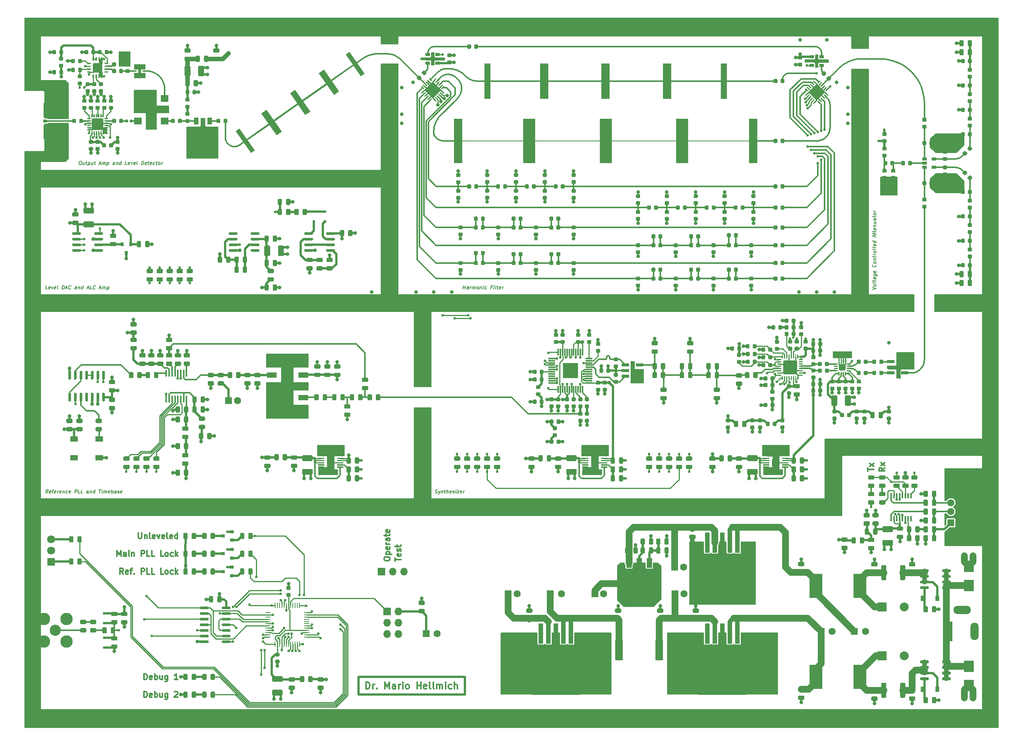
<source format=gbr>
G04 #@! TF.GenerationSoftware,KiCad,Pcbnew,(5.1.6)-1*
G04 #@! TF.CreationDate,2020-07-16T00:26:13+02:00*
G04 #@! TF.ProjectId,Hauptplatine,48617570-7470-46c6-9174-696e652e6b69,0*
G04 #@! TF.SameCoordinates,Original*
G04 #@! TF.FileFunction,Copper,L1,Top*
G04 #@! TF.FilePolarity,Positive*
%FSLAX46Y46*%
G04 Gerber Fmt 4.6, Leading zero omitted, Abs format (unit mm)*
G04 Created by KiCad (PCBNEW (5.1.6)-1) date 2020-07-16 00:26:13*
%MOMM*%
%LPD*%
G01*
G04 APERTURE LIST*
G04 #@! TA.AperFunction,NonConductor*
%ADD10C,0.200000*%
G04 #@! TD*
G04 #@! TA.AperFunction,NonConductor*
%ADD11C,0.300000*%
G04 #@! TD*
G04 #@! TA.AperFunction,SMDPad,CuDef*
%ADD12R,1.060000X0.650000*%
G04 #@! TD*
G04 #@! TA.AperFunction,SMDPad,CuDef*
%ADD13R,1.800000X4.600000*%
G04 #@! TD*
G04 #@! TA.AperFunction,SMDPad,CuDef*
%ADD14R,2.900000X5.400000*%
G04 #@! TD*
G04 #@! TA.AperFunction,ComponentPad*
%ADD15R,1.600000X1.600000*%
G04 #@! TD*
G04 #@! TA.AperFunction,ComponentPad*
%ADD16C,1.600000*%
G04 #@! TD*
G04 #@! TA.AperFunction,SMDPad,CuDef*
%ADD17R,2.280000X1.270000*%
G04 #@! TD*
G04 #@! TA.AperFunction,SMDPad,CuDef*
%ADD18R,1.651000X1.524000*%
G04 #@! TD*
G04 #@! TA.AperFunction,ViaPad*
%ADD19C,0.600000*%
G04 #@! TD*
G04 #@! TA.AperFunction,ViaPad*
%ADD20C,0.500000*%
G04 #@! TD*
G04 #@! TA.AperFunction,SMDPad,CuDef*
%ADD21R,0.300000X1.500000*%
G04 #@! TD*
G04 #@! TA.AperFunction,SMDPad,CuDef*
%ADD22R,1.500000X0.300000*%
G04 #@! TD*
G04 #@! TA.AperFunction,SMDPad,CuDef*
%ADD23R,3.500000X3.500000*%
G04 #@! TD*
G04 #@! TA.AperFunction,SMDPad,CuDef*
%ADD24R,0.800000X0.900000*%
G04 #@! TD*
G04 #@! TA.AperFunction,SMDPad,CuDef*
%ADD25R,1.300000X0.250000*%
G04 #@! TD*
G04 #@! TA.AperFunction,SMDPad,CuDef*
%ADD26R,0.250000X1.300000*%
G04 #@! TD*
G04 #@! TA.AperFunction,SMDPad,CuDef*
%ADD27R,0.400000X1.200000*%
G04 #@! TD*
G04 #@! TA.AperFunction,SMDPad,CuDef*
%ADD28R,1.100000X4.600000*%
G04 #@! TD*
G04 #@! TA.AperFunction,SMDPad,CuDef*
%ADD29R,10.800000X9.400000*%
G04 #@! TD*
G04 #@! TA.AperFunction,SMDPad,CuDef*
%ADD30R,1.200000X2.200000*%
G04 #@! TD*
G04 #@! TA.AperFunction,SMDPad,CuDef*
%ADD31R,5.800000X6.400000*%
G04 #@! TD*
G04 #@! TA.AperFunction,SMDPad,CuDef*
%ADD32R,0.700000X0.250000*%
G04 #@! TD*
G04 #@! TA.AperFunction,SMDPad,CuDef*
%ADD33R,0.610000X1.420000*%
G04 #@! TD*
G04 #@! TA.AperFunction,SMDPad,CuDef*
%ADD34C,0.100000*%
G04 #@! TD*
G04 #@! TA.AperFunction,SMDPad,CuDef*
%ADD35R,1.000000X1.500000*%
G04 #@! TD*
G04 #@! TA.AperFunction,SMDPad,CuDef*
%ADD36R,1.000000X1.800000*%
G04 #@! TD*
G04 #@! TA.AperFunction,SMDPad,CuDef*
%ADD37R,2.200000X1.840000*%
G04 #@! TD*
G04 #@! TA.AperFunction,SMDPad,CuDef*
%ADD38R,1.803400X1.193800*%
G04 #@! TD*
G04 #@! TA.AperFunction,SMDPad,CuDef*
%ADD39R,0.450000X1.500000*%
G04 #@! TD*
G04 #@! TA.AperFunction,Conductor*
%ADD40C,0.100000*%
G04 #@! TD*
G04 #@! TA.AperFunction,Conductor*
%ADD41R,1.417000X8.000000*%
G04 #@! TD*
G04 #@! TA.AperFunction,Conductor*
%ADD42R,11.110000X0.400000*%
G04 #@! TD*
G04 #@! TA.AperFunction,Conductor*
%ADD43R,1.947000X8.000000*%
G04 #@! TD*
G04 #@! TA.AperFunction,Conductor*
%ADD44R,11.870000X0.400000*%
G04 #@! TD*
G04 #@! TA.AperFunction,Conductor*
%ADD45R,1.985000X8.000000*%
G04 #@! TD*
G04 #@! TA.AperFunction,Conductor*
%ADD46R,1.929000X10.000000*%
G04 #@! TD*
G04 #@! TA.AperFunction,Conductor*
%ADD47R,13.690000X0.200000*%
G04 #@! TD*
G04 #@! TA.AperFunction,Conductor*
%ADD48R,2.674000X10.000000*%
G04 #@! TD*
G04 #@! TA.AperFunction,Conductor*
%ADD49R,14.610000X0.200000*%
G04 #@! TD*
G04 #@! TA.AperFunction,Conductor*
%ADD50R,2.752000X10.000000*%
G04 #@! TD*
G04 #@! TA.AperFunction,SMDPad,CuDef*
%ADD51R,1.651000X0.762000*%
G04 #@! TD*
G04 #@! TA.AperFunction,SMDPad,CuDef*
%ADD52R,0.900000X0.800000*%
G04 #@! TD*
G04 #@! TA.AperFunction,ComponentPad*
%ADD53R,1.700000X1.700000*%
G04 #@! TD*
G04 #@! TA.AperFunction,ComponentPad*
%ADD54O,1.700000X1.700000*%
G04 #@! TD*
G04 #@! TA.AperFunction,ComponentPad*
%ADD55O,4.000000X1.800000*%
G04 #@! TD*
G04 #@! TA.AperFunction,ComponentPad*
%ADD56O,1.800000X4.000000*%
G04 #@! TD*
G04 #@! TA.AperFunction,ComponentPad*
%ADD57R,1.800000X4.400000*%
G04 #@! TD*
G04 #@! TA.AperFunction,ComponentPad*
%ADD58C,3.000000*%
G04 #@! TD*
G04 #@! TA.AperFunction,ComponentPad*
%ADD59R,1.727200X1.727200*%
G04 #@! TD*
G04 #@! TA.AperFunction,ComponentPad*
%ADD60O,1.727200X1.727200*%
G04 #@! TD*
G04 #@! TA.AperFunction,SMDPad,CuDef*
%ADD61R,5.537200X3.225800*%
G04 #@! TD*
G04 #@! TA.AperFunction,SMDPad,CuDef*
%ADD62R,0.889000X0.723900*%
G04 #@! TD*
G04 #@! TA.AperFunction,ComponentPad*
%ADD63C,2.800000*%
G04 #@! TD*
G04 #@! TA.AperFunction,ComponentPad*
%ADD64C,2.500000*%
G04 #@! TD*
G04 #@! TA.AperFunction,SMDPad,CuDef*
%ADD65R,1.400000X13.720000*%
G04 #@! TD*
G04 #@! TA.AperFunction,SMDPad,CuDef*
%ADD66R,2.300000X2.500000*%
G04 #@! TD*
G04 #@! TA.AperFunction,SMDPad,CuDef*
%ADD67R,0.900000X1.200000*%
G04 #@! TD*
G04 #@! TA.AperFunction,SMDPad,CuDef*
%ADD68R,0.500000X0.500000*%
G04 #@! TD*
G04 #@! TA.AperFunction,ComponentPad*
%ADD69R,1.800000X1.800000*%
G04 #@! TD*
G04 #@! TA.AperFunction,ComponentPad*
%ADD70C,1.800000*%
G04 #@! TD*
G04 #@! TA.AperFunction,ComponentPad*
%ADD71R,2.000000X2.000000*%
G04 #@! TD*
G04 #@! TA.AperFunction,ComponentPad*
%ADD72C,2.000000*%
G04 #@! TD*
G04 #@! TA.AperFunction,ViaPad*
%ADD73C,0.800000*%
G04 #@! TD*
G04 #@! TA.AperFunction,ViaPad*
%ADD74C,1.200000*%
G04 #@! TD*
G04 #@! TA.AperFunction,ViaPad*
%ADD75C,0.900000*%
G04 #@! TD*
G04 #@! TA.AperFunction,Conductor*
%ADD76C,0.500000*%
G04 #@! TD*
G04 #@! TA.AperFunction,Conductor*
%ADD77C,1.500000*%
G04 #@! TD*
G04 #@! TA.AperFunction,Conductor*
%ADD78C,1.000000*%
G04 #@! TD*
G04 #@! TA.AperFunction,Conductor*
%ADD79C,0.250000*%
G04 #@! TD*
G04 #@! TA.AperFunction,Conductor*
%ADD80C,0.350000*%
G04 #@! TD*
G04 #@! TA.AperFunction,Conductor*
%ADD81C,0.130000*%
G04 #@! TD*
G04 #@! TA.AperFunction,Conductor*
%ADD82C,0.380000*%
G04 #@! TD*
G04 #@! TA.AperFunction,Conductor*
%ADD83C,0.300000*%
G04 #@! TD*
G04 #@! TA.AperFunction,Conductor*
%ADD84C,0.200000*%
G04 #@! TD*
G04 APERTURE END LIST*
D10*
X105456190Y-102861904D02*
X105075238Y-102861904D01*
X105175238Y-102061904D01*
X106032380Y-102823809D02*
X105951428Y-102861904D01*
X105799047Y-102861904D01*
X105727619Y-102823809D01*
X105699047Y-102747619D01*
X105737142Y-102442857D01*
X105784761Y-102366666D01*
X105865714Y-102328571D01*
X106018095Y-102328571D01*
X106089523Y-102366666D01*
X106118095Y-102442857D01*
X106108571Y-102519047D01*
X105718095Y-102595238D01*
X106399047Y-102328571D02*
X106522857Y-102861904D01*
X106780000Y-102328571D01*
X107327619Y-102823809D02*
X107246666Y-102861904D01*
X107094285Y-102861904D01*
X107022857Y-102823809D01*
X106994285Y-102747619D01*
X107032380Y-102442857D01*
X107080000Y-102366666D01*
X107160952Y-102328571D01*
X107313333Y-102328571D01*
X107384761Y-102366666D01*
X107413333Y-102442857D01*
X107403809Y-102519047D01*
X107013333Y-102595238D01*
X107818095Y-102861904D02*
X107746666Y-102823809D01*
X107718095Y-102747619D01*
X107803809Y-102061904D01*
X108732380Y-102861904D02*
X108832380Y-102061904D01*
X109022857Y-102061904D01*
X109132380Y-102100000D01*
X109199047Y-102176190D01*
X109227619Y-102252380D01*
X109246666Y-102404761D01*
X109232380Y-102519047D01*
X109175238Y-102671428D01*
X109127619Y-102747619D01*
X109041904Y-102823809D01*
X108922857Y-102861904D01*
X108732380Y-102861904D01*
X109522857Y-102633333D02*
X109903809Y-102633333D01*
X109418095Y-102861904D02*
X109784761Y-102061904D01*
X109951428Y-102861904D01*
X110684761Y-102785714D02*
X110641904Y-102823809D01*
X110522857Y-102861904D01*
X110446666Y-102861904D01*
X110337142Y-102823809D01*
X110270476Y-102747619D01*
X110241904Y-102671428D01*
X110222857Y-102519047D01*
X110237142Y-102404761D01*
X110294285Y-102252380D01*
X110341904Y-102176190D01*
X110427619Y-102100000D01*
X110546666Y-102061904D01*
X110622857Y-102061904D01*
X110732380Y-102100000D01*
X110765714Y-102138095D01*
X111970476Y-102861904D02*
X112022857Y-102442857D01*
X111994285Y-102366666D01*
X111922857Y-102328571D01*
X111770476Y-102328571D01*
X111689523Y-102366666D01*
X111975238Y-102823809D02*
X111894285Y-102861904D01*
X111703809Y-102861904D01*
X111632380Y-102823809D01*
X111603809Y-102747619D01*
X111613333Y-102671428D01*
X111660952Y-102595238D01*
X111741904Y-102557142D01*
X111932380Y-102557142D01*
X112013333Y-102519047D01*
X112418095Y-102328571D02*
X112351428Y-102861904D01*
X112408571Y-102404761D02*
X112451428Y-102366666D01*
X112532380Y-102328571D01*
X112646666Y-102328571D01*
X112718095Y-102366666D01*
X112746666Y-102442857D01*
X112694285Y-102861904D01*
X113418095Y-102861904D02*
X113518095Y-102061904D01*
X113422857Y-102823809D02*
X113341904Y-102861904D01*
X113189523Y-102861904D01*
X113118095Y-102823809D01*
X113084761Y-102785714D01*
X113056190Y-102709523D01*
X113084761Y-102480952D01*
X113132380Y-102404761D01*
X113175238Y-102366666D01*
X113256190Y-102328571D01*
X113408571Y-102328571D01*
X113480000Y-102366666D01*
X114399047Y-102633333D02*
X114780000Y-102633333D01*
X114294285Y-102861904D02*
X114660952Y-102061904D01*
X114827619Y-102861904D01*
X115475238Y-102861904D02*
X115094285Y-102861904D01*
X115194285Y-102061904D01*
X116208571Y-102785714D02*
X116165714Y-102823809D01*
X116046666Y-102861904D01*
X115970476Y-102861904D01*
X115860952Y-102823809D01*
X115794285Y-102747619D01*
X115765714Y-102671428D01*
X115746666Y-102519047D01*
X115760952Y-102404761D01*
X115818095Y-102252380D01*
X115865714Y-102176190D01*
X115951428Y-102100000D01*
X116070476Y-102061904D01*
X116146666Y-102061904D01*
X116256190Y-102100000D01*
X116289523Y-102138095D01*
X117141904Y-102633333D02*
X117522857Y-102633333D01*
X117037142Y-102861904D02*
X117403809Y-102061904D01*
X117570476Y-102861904D01*
X117837142Y-102861904D02*
X117903809Y-102328571D01*
X117894285Y-102404761D02*
X117937142Y-102366666D01*
X118018095Y-102328571D01*
X118132380Y-102328571D01*
X118203809Y-102366666D01*
X118232380Y-102442857D01*
X118180000Y-102861904D01*
X118232380Y-102442857D02*
X118280000Y-102366666D01*
X118360952Y-102328571D01*
X118475238Y-102328571D01*
X118546666Y-102366666D01*
X118575238Y-102442857D01*
X118522857Y-102861904D01*
X118970476Y-102328571D02*
X118870476Y-103128571D01*
X118965714Y-102366666D02*
X119046666Y-102328571D01*
X119199047Y-102328571D01*
X119270476Y-102366666D01*
X119303809Y-102404761D01*
X119332380Y-102480952D01*
X119303809Y-102709523D01*
X119256190Y-102785714D01*
X119213333Y-102823809D01*
X119132380Y-102861904D01*
X118980000Y-102861904D01*
X118908571Y-102823809D01*
X105532380Y-148861904D02*
X105313333Y-148480952D01*
X105075238Y-148861904D02*
X105175238Y-148061904D01*
X105480000Y-148061904D01*
X105551428Y-148100000D01*
X105584761Y-148138095D01*
X105613333Y-148214285D01*
X105599047Y-148328571D01*
X105551428Y-148404761D01*
X105508571Y-148442857D01*
X105427619Y-148480952D01*
X105122857Y-148480952D01*
X106184761Y-148823809D02*
X106103809Y-148861904D01*
X105951428Y-148861904D01*
X105880000Y-148823809D01*
X105851428Y-148747619D01*
X105889523Y-148442857D01*
X105937142Y-148366666D01*
X106018095Y-148328571D01*
X106170476Y-148328571D01*
X106241904Y-148366666D01*
X106270476Y-148442857D01*
X106260952Y-148519047D01*
X105870476Y-148595238D01*
X106513333Y-148328571D02*
X106818095Y-148328571D01*
X106560952Y-148861904D02*
X106646666Y-148176190D01*
X106694285Y-148100000D01*
X106775238Y-148061904D01*
X106851428Y-148061904D01*
X107327619Y-148823809D02*
X107246666Y-148861904D01*
X107094285Y-148861904D01*
X107022857Y-148823809D01*
X106994285Y-148747619D01*
X107032380Y-148442857D01*
X107080000Y-148366666D01*
X107160952Y-148328571D01*
X107313333Y-148328571D01*
X107384761Y-148366666D01*
X107413333Y-148442857D01*
X107403809Y-148519047D01*
X107013333Y-148595238D01*
X107703809Y-148861904D02*
X107770476Y-148328571D01*
X107751428Y-148480952D02*
X107799047Y-148404761D01*
X107841904Y-148366666D01*
X107922857Y-148328571D01*
X107999047Y-148328571D01*
X108508571Y-148823809D02*
X108427619Y-148861904D01*
X108275238Y-148861904D01*
X108203809Y-148823809D01*
X108175238Y-148747619D01*
X108213333Y-148442857D01*
X108260952Y-148366666D01*
X108341904Y-148328571D01*
X108494285Y-148328571D01*
X108565714Y-148366666D01*
X108594285Y-148442857D01*
X108584761Y-148519047D01*
X108194285Y-148595238D01*
X108951428Y-148328571D02*
X108884761Y-148861904D01*
X108941904Y-148404761D02*
X108984761Y-148366666D01*
X109065714Y-148328571D01*
X109180000Y-148328571D01*
X109251428Y-148366666D01*
X109280000Y-148442857D01*
X109227619Y-148861904D01*
X109956190Y-148823809D02*
X109875238Y-148861904D01*
X109722857Y-148861904D01*
X109651428Y-148823809D01*
X109618095Y-148785714D01*
X109589523Y-148709523D01*
X109618095Y-148480952D01*
X109665714Y-148404761D01*
X109708571Y-148366666D01*
X109789523Y-148328571D01*
X109941904Y-148328571D01*
X110013333Y-148366666D01*
X110603809Y-148823809D02*
X110522857Y-148861904D01*
X110370476Y-148861904D01*
X110299047Y-148823809D01*
X110270476Y-148747619D01*
X110308571Y-148442857D01*
X110356190Y-148366666D01*
X110437142Y-148328571D01*
X110589523Y-148328571D01*
X110660952Y-148366666D01*
X110689523Y-148442857D01*
X110680000Y-148519047D01*
X110289523Y-148595238D01*
X111589523Y-148861904D02*
X111689523Y-148061904D01*
X111994285Y-148061904D01*
X112065714Y-148100000D01*
X112099047Y-148138095D01*
X112127619Y-148214285D01*
X112113333Y-148328571D01*
X112065714Y-148404761D01*
X112022857Y-148442857D01*
X111941904Y-148480952D01*
X111637142Y-148480952D01*
X112770476Y-148861904D02*
X112389523Y-148861904D01*
X112489523Y-148061904D01*
X113418095Y-148861904D02*
X113037142Y-148861904D01*
X113137142Y-148061904D01*
X114637142Y-148861904D02*
X114689523Y-148442857D01*
X114660952Y-148366666D01*
X114589523Y-148328571D01*
X114437142Y-148328571D01*
X114356190Y-148366666D01*
X114641904Y-148823809D02*
X114560952Y-148861904D01*
X114370476Y-148861904D01*
X114299047Y-148823809D01*
X114270476Y-148747619D01*
X114280000Y-148671428D01*
X114327619Y-148595238D01*
X114408571Y-148557142D01*
X114599047Y-148557142D01*
X114680000Y-148519047D01*
X115084761Y-148328571D02*
X115018095Y-148861904D01*
X115075238Y-148404761D02*
X115118095Y-148366666D01*
X115199047Y-148328571D01*
X115313333Y-148328571D01*
X115384761Y-148366666D01*
X115413333Y-148442857D01*
X115360952Y-148861904D01*
X116084761Y-148861904D02*
X116184761Y-148061904D01*
X116089523Y-148823809D02*
X116008571Y-148861904D01*
X115856190Y-148861904D01*
X115784761Y-148823809D01*
X115751428Y-148785714D01*
X115722857Y-148709523D01*
X115751428Y-148480952D01*
X115799047Y-148404761D01*
X115841904Y-148366666D01*
X115922857Y-148328571D01*
X116075238Y-148328571D01*
X116146666Y-148366666D01*
X117060952Y-148061904D02*
X117518095Y-148061904D01*
X117189523Y-148861904D02*
X117289523Y-148061904D01*
X117684761Y-148861904D02*
X117751428Y-148328571D01*
X117784761Y-148061904D02*
X117741904Y-148100000D01*
X117775238Y-148138095D01*
X117818095Y-148100000D01*
X117784761Y-148061904D01*
X117775238Y-148138095D01*
X118065714Y-148861904D02*
X118132380Y-148328571D01*
X118122857Y-148404761D02*
X118165714Y-148366666D01*
X118246666Y-148328571D01*
X118360952Y-148328571D01*
X118432380Y-148366666D01*
X118460952Y-148442857D01*
X118408571Y-148861904D01*
X118460952Y-148442857D02*
X118508571Y-148366666D01*
X118589523Y-148328571D01*
X118703809Y-148328571D01*
X118775238Y-148366666D01*
X118803809Y-148442857D01*
X118751428Y-148861904D01*
X119441904Y-148823809D02*
X119360952Y-148861904D01*
X119208571Y-148861904D01*
X119137142Y-148823809D01*
X119108571Y-148747619D01*
X119146666Y-148442857D01*
X119194285Y-148366666D01*
X119275238Y-148328571D01*
X119427619Y-148328571D01*
X119499047Y-148366666D01*
X119527619Y-148442857D01*
X119518095Y-148519047D01*
X119127619Y-148595238D01*
X119818095Y-148861904D02*
X119918095Y-148061904D01*
X119880000Y-148366666D02*
X119960952Y-148328571D01*
X120113333Y-148328571D01*
X120184761Y-148366666D01*
X120218095Y-148404761D01*
X120246666Y-148480952D01*
X120218095Y-148709523D01*
X120170476Y-148785714D01*
X120127619Y-148823809D01*
X120046666Y-148861904D01*
X119894285Y-148861904D01*
X119822857Y-148823809D01*
X120884761Y-148861904D02*
X120937142Y-148442857D01*
X120908571Y-148366666D01*
X120837142Y-148328571D01*
X120684761Y-148328571D01*
X120603809Y-148366666D01*
X120889523Y-148823809D02*
X120808571Y-148861904D01*
X120618095Y-148861904D01*
X120546666Y-148823809D01*
X120518095Y-148747619D01*
X120527619Y-148671428D01*
X120575238Y-148595238D01*
X120656190Y-148557142D01*
X120846666Y-148557142D01*
X120927619Y-148519047D01*
X121232380Y-148823809D02*
X121303809Y-148861904D01*
X121456190Y-148861904D01*
X121537142Y-148823809D01*
X121584761Y-148747619D01*
X121589523Y-148709523D01*
X121560952Y-148633333D01*
X121489523Y-148595238D01*
X121375238Y-148595238D01*
X121303809Y-148557142D01*
X121275238Y-148480952D01*
X121280000Y-148442857D01*
X121327619Y-148366666D01*
X121408571Y-148328571D01*
X121522857Y-148328571D01*
X121594285Y-148366666D01*
X122222857Y-148823809D02*
X122141904Y-148861904D01*
X121989523Y-148861904D01*
X121918095Y-148823809D01*
X121889523Y-148747619D01*
X121927619Y-148442857D01*
X121975238Y-148366666D01*
X122056190Y-148328571D01*
X122208571Y-148328571D01*
X122280000Y-148366666D01*
X122308571Y-148442857D01*
X122299047Y-148519047D01*
X121908571Y-148595238D01*
X192791904Y-148823809D02*
X192901428Y-148861904D01*
X193091904Y-148861904D01*
X193172857Y-148823809D01*
X193215714Y-148785714D01*
X193263333Y-148709523D01*
X193272857Y-148633333D01*
X193244285Y-148557142D01*
X193210952Y-148519047D01*
X193139523Y-148480952D01*
X192991904Y-148442857D01*
X192920476Y-148404761D01*
X192887142Y-148366666D01*
X192858571Y-148290476D01*
X192868095Y-148214285D01*
X192915714Y-148138095D01*
X192958571Y-148100000D01*
X193039523Y-148061904D01*
X193230000Y-148061904D01*
X193339523Y-148100000D01*
X193577619Y-148328571D02*
X193701428Y-148861904D01*
X193958571Y-148328571D02*
X193701428Y-148861904D01*
X193601428Y-149052380D01*
X193558571Y-149090476D01*
X193477619Y-149128571D01*
X194263333Y-148328571D02*
X194196666Y-148861904D01*
X194253809Y-148404761D02*
X194296666Y-148366666D01*
X194377619Y-148328571D01*
X194491904Y-148328571D01*
X194563333Y-148366666D01*
X194591904Y-148442857D01*
X194539523Y-148861904D01*
X194872857Y-148328571D02*
X195177619Y-148328571D01*
X195020476Y-148061904D02*
X194934761Y-148747619D01*
X194963333Y-148823809D01*
X195034761Y-148861904D01*
X195110952Y-148861904D01*
X195377619Y-148861904D02*
X195477619Y-148061904D01*
X195720476Y-148861904D02*
X195772857Y-148442857D01*
X195744285Y-148366666D01*
X195672857Y-148328571D01*
X195558571Y-148328571D01*
X195477619Y-148366666D01*
X195434761Y-148404761D01*
X196410952Y-148823809D02*
X196330000Y-148861904D01*
X196177619Y-148861904D01*
X196106190Y-148823809D01*
X196077619Y-148747619D01*
X196115714Y-148442857D01*
X196163333Y-148366666D01*
X196244285Y-148328571D01*
X196396666Y-148328571D01*
X196468095Y-148366666D01*
X196496666Y-148442857D01*
X196487142Y-148519047D01*
X196096666Y-148595238D01*
X196753809Y-148823809D02*
X196825238Y-148861904D01*
X196977619Y-148861904D01*
X197058571Y-148823809D01*
X197106190Y-148747619D01*
X197110952Y-148709523D01*
X197082380Y-148633333D01*
X197010952Y-148595238D01*
X196896666Y-148595238D01*
X196825238Y-148557142D01*
X196796666Y-148480952D01*
X196801428Y-148442857D01*
X196849047Y-148366666D01*
X196930000Y-148328571D01*
X197044285Y-148328571D01*
X197115714Y-148366666D01*
X197434761Y-148861904D02*
X197501428Y-148328571D01*
X197534761Y-148061904D02*
X197491904Y-148100000D01*
X197525238Y-148138095D01*
X197568095Y-148100000D01*
X197534761Y-148061904D01*
X197525238Y-148138095D01*
X197806190Y-148328571D02*
X198225238Y-148328571D01*
X197739523Y-148861904D01*
X198158571Y-148861904D01*
X198772857Y-148823809D02*
X198691904Y-148861904D01*
X198539523Y-148861904D01*
X198468095Y-148823809D01*
X198439523Y-148747619D01*
X198477619Y-148442857D01*
X198525238Y-148366666D01*
X198606190Y-148328571D01*
X198758571Y-148328571D01*
X198830000Y-148366666D01*
X198858571Y-148442857D01*
X198849047Y-148519047D01*
X198458571Y-148595238D01*
X199149047Y-148861904D02*
X199215714Y-148328571D01*
X199196666Y-148480952D02*
X199244285Y-148404761D01*
X199287142Y-148366666D01*
X199368095Y-148328571D01*
X199444285Y-148328571D01*
X291311904Y-102939047D02*
X292111904Y-102772380D01*
X291311904Y-102405714D01*
X292111904Y-102124761D02*
X292073809Y-102196190D01*
X292035714Y-102229523D01*
X291959523Y-102258095D01*
X291730952Y-102229523D01*
X291654761Y-102181904D01*
X291616666Y-102139047D01*
X291578571Y-102058095D01*
X291578571Y-101943809D01*
X291616666Y-101872380D01*
X291654761Y-101839047D01*
X291730952Y-101810476D01*
X291959523Y-101839047D01*
X292035714Y-101886666D01*
X292073809Y-101929523D01*
X292111904Y-102010476D01*
X292111904Y-102124761D01*
X292111904Y-101400952D02*
X292073809Y-101472380D01*
X291997619Y-101500952D01*
X291311904Y-101415238D01*
X291578571Y-101143809D02*
X291578571Y-100839047D01*
X291311904Y-100996190D02*
X291997619Y-101081904D01*
X292073809Y-101053333D01*
X292111904Y-100981904D01*
X292111904Y-100905714D01*
X292111904Y-100296190D02*
X291692857Y-100243809D01*
X291616666Y-100272380D01*
X291578571Y-100343809D01*
X291578571Y-100496190D01*
X291616666Y-100577142D01*
X292073809Y-100291428D02*
X292111904Y-100372380D01*
X292111904Y-100562857D01*
X292073809Y-100634285D01*
X291997619Y-100662857D01*
X291921428Y-100653333D01*
X291845238Y-100605714D01*
X291807142Y-100524761D01*
X291807142Y-100334285D01*
X291769047Y-100253333D01*
X291578571Y-99505714D02*
X292226190Y-99586666D01*
X292302380Y-99634285D01*
X292340476Y-99677142D01*
X292378571Y-99758095D01*
X292378571Y-99872380D01*
X292340476Y-99943809D01*
X292073809Y-99567619D02*
X292111904Y-99648571D01*
X292111904Y-99800952D01*
X292073809Y-99872380D01*
X292035714Y-99905714D01*
X291959523Y-99934285D01*
X291730952Y-99905714D01*
X291654761Y-99858095D01*
X291616666Y-99815238D01*
X291578571Y-99734285D01*
X291578571Y-99581904D01*
X291616666Y-99510476D01*
X292073809Y-98881904D02*
X292111904Y-98962857D01*
X292111904Y-99115238D01*
X292073809Y-99186666D01*
X291997619Y-99215238D01*
X291692857Y-99177142D01*
X291616666Y-99129523D01*
X291578571Y-99048571D01*
X291578571Y-98896190D01*
X291616666Y-98824761D01*
X291692857Y-98796190D01*
X291769047Y-98805714D01*
X291845238Y-99196190D01*
X292035714Y-97429523D02*
X292073809Y-97472380D01*
X292111904Y-97591428D01*
X292111904Y-97667619D01*
X292073809Y-97777142D01*
X291997619Y-97843809D01*
X291921428Y-97872380D01*
X291769047Y-97891428D01*
X291654761Y-97877142D01*
X291502380Y-97820000D01*
X291426190Y-97772380D01*
X291350000Y-97686666D01*
X291311904Y-97567619D01*
X291311904Y-97491428D01*
X291350000Y-97381904D01*
X291388095Y-97348571D01*
X292111904Y-96981904D02*
X292073809Y-97053333D01*
X292035714Y-97086666D01*
X291959523Y-97115238D01*
X291730952Y-97086666D01*
X291654761Y-97039047D01*
X291616666Y-96996190D01*
X291578571Y-96915238D01*
X291578571Y-96800952D01*
X291616666Y-96729523D01*
X291654761Y-96696190D01*
X291730952Y-96667619D01*
X291959523Y-96696190D01*
X292035714Y-96743809D01*
X292073809Y-96786666D01*
X292111904Y-96867619D01*
X292111904Y-96981904D01*
X291578571Y-96305714D02*
X292111904Y-96372380D01*
X291654761Y-96315238D02*
X291616666Y-96272380D01*
X291578571Y-96191428D01*
X291578571Y-96077142D01*
X291616666Y-96005714D01*
X291692857Y-95977142D01*
X292111904Y-96029523D01*
X291578571Y-95696190D02*
X291578571Y-95391428D01*
X291311904Y-95548571D02*
X291997619Y-95634285D01*
X292073809Y-95605714D01*
X292111904Y-95534285D01*
X292111904Y-95458095D01*
X292111904Y-95191428D02*
X291578571Y-95124761D01*
X291730952Y-95143809D02*
X291654761Y-95096190D01*
X291616666Y-95053333D01*
X291578571Y-94972380D01*
X291578571Y-94896190D01*
X292111904Y-94581904D02*
X292073809Y-94653333D01*
X292035714Y-94686666D01*
X291959523Y-94715238D01*
X291730952Y-94686666D01*
X291654761Y-94639047D01*
X291616666Y-94596190D01*
X291578571Y-94515238D01*
X291578571Y-94400952D01*
X291616666Y-94329523D01*
X291654761Y-94296190D01*
X291730952Y-94267619D01*
X291959523Y-94296190D01*
X292035714Y-94343809D01*
X292073809Y-94386666D01*
X292111904Y-94467619D01*
X292111904Y-94581904D01*
X292111904Y-93858095D02*
X292073809Y-93929523D01*
X291997619Y-93958095D01*
X291311904Y-93872380D01*
X292111904Y-93439047D02*
X292073809Y-93510476D01*
X291997619Y-93539047D01*
X291311904Y-93453333D01*
X292073809Y-92824761D02*
X292111904Y-92905714D01*
X292111904Y-93058095D01*
X292073809Y-93129523D01*
X291997619Y-93158095D01*
X291692857Y-93120000D01*
X291616666Y-93072380D01*
X291578571Y-92991428D01*
X291578571Y-92839047D01*
X291616666Y-92767619D01*
X291692857Y-92739047D01*
X291769047Y-92748571D01*
X291845238Y-93139047D01*
X292111904Y-92105714D02*
X291311904Y-92005714D01*
X292073809Y-92100952D02*
X292111904Y-92181904D01*
X292111904Y-92334285D01*
X292073809Y-92405714D01*
X292035714Y-92439047D01*
X291959523Y-92467619D01*
X291730952Y-92439047D01*
X291654761Y-92391428D01*
X291616666Y-92348571D01*
X291578571Y-92267619D01*
X291578571Y-92115238D01*
X291616666Y-92043809D01*
X291883333Y-91124761D02*
X291883333Y-90743809D01*
X292111904Y-91229523D02*
X291311904Y-90862857D01*
X292111904Y-90696190D01*
X291578571Y-90477142D02*
X291578571Y-90172380D01*
X291311904Y-90329523D02*
X291997619Y-90415238D01*
X292073809Y-90386666D01*
X292111904Y-90315238D01*
X292111904Y-90239047D01*
X291578571Y-90020000D02*
X291578571Y-89715238D01*
X291311904Y-89872380D02*
X291997619Y-89958095D01*
X292073809Y-89929523D01*
X292111904Y-89858095D01*
X292111904Y-89781904D01*
X292073809Y-89205714D02*
X292111904Y-89286666D01*
X292111904Y-89439047D01*
X292073809Y-89510476D01*
X291997619Y-89539047D01*
X291692857Y-89500952D01*
X291616666Y-89453333D01*
X291578571Y-89372380D01*
X291578571Y-89220000D01*
X291616666Y-89148571D01*
X291692857Y-89120000D01*
X291769047Y-89129523D01*
X291845238Y-89520000D01*
X291578571Y-88762857D02*
X292111904Y-88829523D01*
X291654761Y-88772380D02*
X291616666Y-88729523D01*
X291578571Y-88648571D01*
X291578571Y-88534285D01*
X291616666Y-88462857D01*
X291692857Y-88434285D01*
X292111904Y-88486666D01*
X291578571Y-87696190D02*
X292111904Y-87762857D01*
X291578571Y-88039047D02*
X291997619Y-88091428D01*
X292073809Y-88062857D01*
X292111904Y-87991428D01*
X292111904Y-87877142D01*
X292073809Y-87796190D01*
X292035714Y-87753333D01*
X292111904Y-87039047D02*
X291692857Y-86986666D01*
X291616666Y-87015238D01*
X291578571Y-87086666D01*
X291578571Y-87239047D01*
X291616666Y-87320000D01*
X292073809Y-87034285D02*
X292111904Y-87115238D01*
X292111904Y-87305714D01*
X292073809Y-87377142D01*
X291997619Y-87405714D01*
X291921428Y-87396190D01*
X291845238Y-87348571D01*
X291807142Y-87267619D01*
X291807142Y-87077142D01*
X291769047Y-86996190D01*
X291578571Y-86705714D02*
X291578571Y-86400952D01*
X291311904Y-86558095D02*
X291997619Y-86643809D01*
X292073809Y-86615238D01*
X292111904Y-86543809D01*
X292111904Y-86467619D01*
X292111904Y-86086666D02*
X292073809Y-86158095D01*
X292035714Y-86191428D01*
X291959523Y-86220000D01*
X291730952Y-86191428D01*
X291654761Y-86143809D01*
X291616666Y-86100952D01*
X291578571Y-86020000D01*
X291578571Y-85905714D01*
X291616666Y-85834285D01*
X291654761Y-85800952D01*
X291730952Y-85772380D01*
X291959523Y-85800952D01*
X292035714Y-85848571D01*
X292073809Y-85891428D01*
X292111904Y-85972380D01*
X292111904Y-86086666D01*
X292111904Y-85477142D02*
X291578571Y-85410476D01*
X291730952Y-85429523D02*
X291654761Y-85381904D01*
X291616666Y-85339047D01*
X291578571Y-85258095D01*
X291578571Y-85181904D01*
X199075238Y-102861904D02*
X199175238Y-102061904D01*
X199127619Y-102442857D02*
X199584761Y-102442857D01*
X199532380Y-102861904D02*
X199632380Y-102061904D01*
X200256190Y-102861904D02*
X200308571Y-102442857D01*
X200280000Y-102366666D01*
X200208571Y-102328571D01*
X200056190Y-102328571D01*
X199975238Y-102366666D01*
X200260952Y-102823809D02*
X200180000Y-102861904D01*
X199989523Y-102861904D01*
X199918095Y-102823809D01*
X199889523Y-102747619D01*
X199899047Y-102671428D01*
X199946666Y-102595238D01*
X200027619Y-102557142D01*
X200218095Y-102557142D01*
X200299047Y-102519047D01*
X200637142Y-102861904D02*
X200703809Y-102328571D01*
X200684761Y-102480952D02*
X200732380Y-102404761D01*
X200775238Y-102366666D01*
X200856190Y-102328571D01*
X200932380Y-102328571D01*
X201132380Y-102861904D02*
X201199047Y-102328571D01*
X201189523Y-102404761D02*
X201232380Y-102366666D01*
X201313333Y-102328571D01*
X201427619Y-102328571D01*
X201499047Y-102366666D01*
X201527619Y-102442857D01*
X201475238Y-102861904D01*
X201527619Y-102442857D02*
X201575238Y-102366666D01*
X201656190Y-102328571D01*
X201770476Y-102328571D01*
X201841904Y-102366666D01*
X201870476Y-102442857D01*
X201818095Y-102861904D01*
X202313333Y-102861904D02*
X202241904Y-102823809D01*
X202208571Y-102785714D01*
X202180000Y-102709523D01*
X202208571Y-102480952D01*
X202256190Y-102404761D01*
X202299047Y-102366666D01*
X202380000Y-102328571D01*
X202494285Y-102328571D01*
X202565714Y-102366666D01*
X202599047Y-102404761D01*
X202627619Y-102480952D01*
X202599047Y-102709523D01*
X202551428Y-102785714D01*
X202508571Y-102823809D01*
X202427619Y-102861904D01*
X202313333Y-102861904D01*
X202989523Y-102328571D02*
X202922857Y-102861904D01*
X202980000Y-102404761D02*
X203022857Y-102366666D01*
X203103809Y-102328571D01*
X203218095Y-102328571D01*
X203289523Y-102366666D01*
X203318095Y-102442857D01*
X203265714Y-102861904D01*
X203646666Y-102861904D02*
X203713333Y-102328571D01*
X203746666Y-102061904D02*
X203703809Y-102100000D01*
X203737142Y-102138095D01*
X203780000Y-102100000D01*
X203746666Y-102061904D01*
X203737142Y-102138095D01*
X204375238Y-102823809D02*
X204294285Y-102861904D01*
X204141904Y-102861904D01*
X204070476Y-102823809D01*
X204037142Y-102785714D01*
X204008571Y-102709523D01*
X204037142Y-102480952D01*
X204084761Y-102404761D01*
X204127619Y-102366666D01*
X204208571Y-102328571D01*
X204360952Y-102328571D01*
X204432380Y-102366666D01*
X205641904Y-102442857D02*
X205375238Y-102442857D01*
X205322857Y-102861904D02*
X205422857Y-102061904D01*
X205803809Y-102061904D01*
X206008571Y-102861904D02*
X206075238Y-102328571D01*
X206108571Y-102061904D02*
X206065714Y-102100000D01*
X206099047Y-102138095D01*
X206141904Y-102100000D01*
X206108571Y-102061904D01*
X206099047Y-102138095D01*
X206503809Y-102861904D02*
X206432380Y-102823809D01*
X206403809Y-102747619D01*
X206489523Y-102061904D01*
X206760952Y-102328571D02*
X207065714Y-102328571D01*
X206908571Y-102061904D02*
X206822857Y-102747619D01*
X206851428Y-102823809D01*
X206922857Y-102861904D01*
X206999047Y-102861904D01*
X207575238Y-102823809D02*
X207494285Y-102861904D01*
X207341904Y-102861904D01*
X207270476Y-102823809D01*
X207241904Y-102747619D01*
X207280000Y-102442857D01*
X207327619Y-102366666D01*
X207408571Y-102328571D01*
X207560952Y-102328571D01*
X207632380Y-102366666D01*
X207660952Y-102442857D01*
X207651428Y-102519047D01*
X207260952Y-102595238D01*
X207951428Y-102861904D02*
X208018095Y-102328571D01*
X207999047Y-102480952D02*
X208046666Y-102404761D01*
X208089523Y-102366666D01*
X208170476Y-102328571D01*
X208246666Y-102328571D01*
X112827619Y-74061904D02*
X112980000Y-74061904D01*
X113051428Y-74100000D01*
X113118095Y-74176190D01*
X113137142Y-74328571D01*
X113103809Y-74595238D01*
X113046666Y-74747619D01*
X112960952Y-74823809D01*
X112880000Y-74861904D01*
X112727619Y-74861904D01*
X112656190Y-74823809D01*
X112589523Y-74747619D01*
X112570476Y-74595238D01*
X112603809Y-74328571D01*
X112660952Y-74176190D01*
X112746666Y-74100000D01*
X112827619Y-74061904D01*
X113822857Y-74328571D02*
X113756190Y-74861904D01*
X113480000Y-74328571D02*
X113427619Y-74747619D01*
X113456190Y-74823809D01*
X113527619Y-74861904D01*
X113641904Y-74861904D01*
X113722857Y-74823809D01*
X113765714Y-74785714D01*
X114089523Y-74328571D02*
X114394285Y-74328571D01*
X114237142Y-74061904D02*
X114151428Y-74747619D01*
X114180000Y-74823809D01*
X114251428Y-74861904D01*
X114327619Y-74861904D01*
X114660952Y-74328571D02*
X114560952Y-75128571D01*
X114656190Y-74366666D02*
X114737142Y-74328571D01*
X114889523Y-74328571D01*
X114960952Y-74366666D01*
X114994285Y-74404761D01*
X115022857Y-74480952D01*
X114994285Y-74709523D01*
X114946666Y-74785714D01*
X114903809Y-74823809D01*
X114822857Y-74861904D01*
X114670476Y-74861904D01*
X114599047Y-74823809D01*
X115727619Y-74328571D02*
X115660952Y-74861904D01*
X115384761Y-74328571D02*
X115332380Y-74747619D01*
X115360952Y-74823809D01*
X115432380Y-74861904D01*
X115546666Y-74861904D01*
X115627619Y-74823809D01*
X115670476Y-74785714D01*
X115994285Y-74328571D02*
X116299047Y-74328571D01*
X116141904Y-74061904D02*
X116056190Y-74747619D01*
X116084761Y-74823809D01*
X116156190Y-74861904D01*
X116232380Y-74861904D01*
X117099047Y-74633333D02*
X117480000Y-74633333D01*
X116994285Y-74861904D02*
X117360952Y-74061904D01*
X117527619Y-74861904D01*
X117794285Y-74861904D02*
X117860952Y-74328571D01*
X117851428Y-74404761D02*
X117894285Y-74366666D01*
X117975238Y-74328571D01*
X118089523Y-74328571D01*
X118160952Y-74366666D01*
X118189523Y-74442857D01*
X118137142Y-74861904D01*
X118189523Y-74442857D02*
X118237142Y-74366666D01*
X118318095Y-74328571D01*
X118432380Y-74328571D01*
X118503809Y-74366666D01*
X118532380Y-74442857D01*
X118480000Y-74861904D01*
X118927619Y-74328571D02*
X118827619Y-75128571D01*
X118922857Y-74366666D02*
X119003809Y-74328571D01*
X119156190Y-74328571D01*
X119227619Y-74366666D01*
X119260952Y-74404761D01*
X119289523Y-74480952D01*
X119260952Y-74709523D01*
X119213333Y-74785714D01*
X119170476Y-74823809D01*
X119089523Y-74861904D01*
X118937142Y-74861904D01*
X118865714Y-74823809D01*
X120537142Y-74861904D02*
X120589523Y-74442857D01*
X120560952Y-74366666D01*
X120489523Y-74328571D01*
X120337142Y-74328571D01*
X120256190Y-74366666D01*
X120541904Y-74823809D02*
X120460952Y-74861904D01*
X120270476Y-74861904D01*
X120199047Y-74823809D01*
X120170476Y-74747619D01*
X120180000Y-74671428D01*
X120227619Y-74595238D01*
X120308571Y-74557142D01*
X120499047Y-74557142D01*
X120580000Y-74519047D01*
X120984761Y-74328571D02*
X120918095Y-74861904D01*
X120975238Y-74404761D02*
X121018095Y-74366666D01*
X121099047Y-74328571D01*
X121213333Y-74328571D01*
X121284761Y-74366666D01*
X121313333Y-74442857D01*
X121260952Y-74861904D01*
X121984761Y-74861904D02*
X122084761Y-74061904D01*
X121989523Y-74823809D02*
X121908571Y-74861904D01*
X121756190Y-74861904D01*
X121684761Y-74823809D01*
X121651428Y-74785714D01*
X121622857Y-74709523D01*
X121651428Y-74480952D01*
X121699047Y-74404761D01*
X121741904Y-74366666D01*
X121822857Y-74328571D01*
X121975238Y-74328571D01*
X122046666Y-74366666D01*
X123356190Y-74861904D02*
X122975238Y-74861904D01*
X123075238Y-74061904D01*
X123932380Y-74823809D02*
X123851428Y-74861904D01*
X123699047Y-74861904D01*
X123627619Y-74823809D01*
X123599047Y-74747619D01*
X123637142Y-74442857D01*
X123684761Y-74366666D01*
X123765714Y-74328571D01*
X123918095Y-74328571D01*
X123989523Y-74366666D01*
X124018095Y-74442857D01*
X124008571Y-74519047D01*
X123618095Y-74595238D01*
X124299047Y-74328571D02*
X124422857Y-74861904D01*
X124680000Y-74328571D01*
X125227619Y-74823809D02*
X125146666Y-74861904D01*
X124994285Y-74861904D01*
X124922857Y-74823809D01*
X124894285Y-74747619D01*
X124932380Y-74442857D01*
X124980000Y-74366666D01*
X125060952Y-74328571D01*
X125213333Y-74328571D01*
X125284761Y-74366666D01*
X125313333Y-74442857D01*
X125303809Y-74519047D01*
X124913333Y-74595238D01*
X125718095Y-74861904D02*
X125646666Y-74823809D01*
X125618095Y-74747619D01*
X125703809Y-74061904D01*
X126632380Y-74861904D02*
X126732380Y-74061904D01*
X126922857Y-74061904D01*
X127032380Y-74100000D01*
X127099047Y-74176190D01*
X127127619Y-74252380D01*
X127146666Y-74404761D01*
X127132380Y-74519047D01*
X127075238Y-74671428D01*
X127027619Y-74747619D01*
X126941904Y-74823809D01*
X126822857Y-74861904D01*
X126632380Y-74861904D01*
X127741904Y-74823809D02*
X127660952Y-74861904D01*
X127508571Y-74861904D01*
X127437142Y-74823809D01*
X127408571Y-74747619D01*
X127446666Y-74442857D01*
X127494285Y-74366666D01*
X127575238Y-74328571D01*
X127727619Y-74328571D01*
X127799047Y-74366666D01*
X127827619Y-74442857D01*
X127818095Y-74519047D01*
X127427619Y-74595238D01*
X128070476Y-74328571D02*
X128375238Y-74328571D01*
X128218095Y-74061904D02*
X128132380Y-74747619D01*
X128160952Y-74823809D01*
X128232380Y-74861904D01*
X128308571Y-74861904D01*
X128884761Y-74823809D02*
X128803809Y-74861904D01*
X128651428Y-74861904D01*
X128580000Y-74823809D01*
X128551428Y-74747619D01*
X128589523Y-74442857D01*
X128637142Y-74366666D01*
X128718095Y-74328571D01*
X128870476Y-74328571D01*
X128941904Y-74366666D01*
X128970476Y-74442857D01*
X128960952Y-74519047D01*
X128570476Y-74595238D01*
X129608571Y-74823809D02*
X129527619Y-74861904D01*
X129375238Y-74861904D01*
X129303809Y-74823809D01*
X129270476Y-74785714D01*
X129241904Y-74709523D01*
X129270476Y-74480952D01*
X129318095Y-74404761D01*
X129360952Y-74366666D01*
X129441904Y-74328571D01*
X129594285Y-74328571D01*
X129665714Y-74366666D01*
X129899047Y-74328571D02*
X130203809Y-74328571D01*
X130046666Y-74061904D02*
X129960952Y-74747619D01*
X129989523Y-74823809D01*
X130060952Y-74861904D01*
X130137142Y-74861904D01*
X130518095Y-74861904D02*
X130446666Y-74823809D01*
X130413333Y-74785714D01*
X130384761Y-74709523D01*
X130413333Y-74480952D01*
X130460952Y-74404761D01*
X130503809Y-74366666D01*
X130584761Y-74328571D01*
X130699047Y-74328571D01*
X130770476Y-74366666D01*
X130803809Y-74404761D01*
X130832380Y-74480952D01*
X130803809Y-74709523D01*
X130756190Y-74785714D01*
X130713333Y-74823809D01*
X130632380Y-74861904D01*
X130518095Y-74861904D01*
X131127619Y-74861904D02*
X131194285Y-74328571D01*
X131175238Y-74480952D02*
X131222857Y-74404761D01*
X131265714Y-74366666D01*
X131346666Y-74328571D01*
X131422857Y-74328571D01*
D11*
X183788095Y-164181190D02*
X183788095Y-163438333D01*
X185088095Y-163809761D02*
X183788095Y-163809761D01*
X185026190Y-162509761D02*
X185088095Y-162633571D01*
X185088095Y-162881190D01*
X185026190Y-163005000D01*
X184902380Y-163066904D01*
X184407142Y-163066904D01*
X184283333Y-163005000D01*
X184221428Y-162881190D01*
X184221428Y-162633571D01*
X184283333Y-162509761D01*
X184407142Y-162447857D01*
X184530952Y-162447857D01*
X184654761Y-163066904D01*
X185026190Y-161952619D02*
X185088095Y-161828809D01*
X185088095Y-161581190D01*
X185026190Y-161457380D01*
X184902380Y-161395476D01*
X184840476Y-161395476D01*
X184716666Y-161457380D01*
X184654761Y-161581190D01*
X184654761Y-161766904D01*
X184592857Y-161890714D01*
X184469047Y-161952619D01*
X184407142Y-161952619D01*
X184283333Y-161890714D01*
X184221428Y-161766904D01*
X184221428Y-161581190D01*
X184283333Y-161457380D01*
X184221428Y-161024047D02*
X184221428Y-160528809D01*
X183788095Y-160838333D02*
X184902380Y-160838333D01*
X185026190Y-160776428D01*
X185088095Y-160652619D01*
X185088095Y-160528809D01*
X181288095Y-163747857D02*
X181288095Y-163500238D01*
X181350000Y-163376428D01*
X181473809Y-163252619D01*
X181721428Y-163190714D01*
X182154761Y-163190714D01*
X182402380Y-163252619D01*
X182526190Y-163376428D01*
X182588095Y-163500238D01*
X182588095Y-163747857D01*
X182526190Y-163871666D01*
X182402380Y-163995476D01*
X182154761Y-164057380D01*
X181721428Y-164057380D01*
X181473809Y-163995476D01*
X181350000Y-163871666D01*
X181288095Y-163747857D01*
X181721428Y-162633571D02*
X183021428Y-162633571D01*
X181783333Y-162633571D02*
X181721428Y-162509761D01*
X181721428Y-162262142D01*
X181783333Y-162138333D01*
X181845238Y-162076428D01*
X181969047Y-162014523D01*
X182340476Y-162014523D01*
X182464285Y-162076428D01*
X182526190Y-162138333D01*
X182588095Y-162262142D01*
X182588095Y-162509761D01*
X182526190Y-162633571D01*
X182526190Y-160962142D02*
X182588095Y-161085952D01*
X182588095Y-161333571D01*
X182526190Y-161457380D01*
X182402380Y-161519285D01*
X181907142Y-161519285D01*
X181783333Y-161457380D01*
X181721428Y-161333571D01*
X181721428Y-161085952D01*
X181783333Y-160962142D01*
X181907142Y-160900238D01*
X182030952Y-160900238D01*
X182154761Y-161519285D01*
X182588095Y-160343095D02*
X181721428Y-160343095D01*
X181969047Y-160343095D02*
X181845238Y-160281190D01*
X181783333Y-160219285D01*
X181721428Y-160095476D01*
X181721428Y-159971666D01*
X182588095Y-158981190D02*
X181907142Y-158981190D01*
X181783333Y-159043095D01*
X181721428Y-159166904D01*
X181721428Y-159414523D01*
X181783333Y-159538333D01*
X182526190Y-158981190D02*
X182588095Y-159105000D01*
X182588095Y-159414523D01*
X182526190Y-159538333D01*
X182402380Y-159600238D01*
X182278571Y-159600238D01*
X182154761Y-159538333D01*
X182092857Y-159414523D01*
X182092857Y-159105000D01*
X182030952Y-158981190D01*
X181721428Y-158547857D02*
X181721428Y-158052619D01*
X181288095Y-158362142D02*
X182402380Y-158362142D01*
X182526190Y-158300238D01*
X182588095Y-158176428D01*
X182588095Y-158052619D01*
X182526190Y-157124047D02*
X182588095Y-157247857D01*
X182588095Y-157495476D01*
X182526190Y-157619285D01*
X182402380Y-157681190D01*
X181907142Y-157681190D01*
X181783333Y-157619285D01*
X181721428Y-157495476D01*
X181721428Y-157247857D01*
X181783333Y-157124047D01*
X181907142Y-157062142D01*
X182030952Y-157062142D01*
X182154761Y-157681190D01*
X127193095Y-194838095D02*
X127193095Y-193538095D01*
X127502619Y-193538095D01*
X127688333Y-193600000D01*
X127812142Y-193723809D01*
X127874047Y-193847619D01*
X127935952Y-194095238D01*
X127935952Y-194280952D01*
X127874047Y-194528571D01*
X127812142Y-194652380D01*
X127688333Y-194776190D01*
X127502619Y-194838095D01*
X127193095Y-194838095D01*
X128988333Y-194776190D02*
X128864523Y-194838095D01*
X128616904Y-194838095D01*
X128493095Y-194776190D01*
X128431190Y-194652380D01*
X128431190Y-194157142D01*
X128493095Y-194033333D01*
X128616904Y-193971428D01*
X128864523Y-193971428D01*
X128988333Y-194033333D01*
X129050238Y-194157142D01*
X129050238Y-194280952D01*
X128431190Y-194404761D01*
X129607380Y-194838095D02*
X129607380Y-193538095D01*
X129607380Y-194033333D02*
X129731190Y-193971428D01*
X129978809Y-193971428D01*
X130102619Y-194033333D01*
X130164523Y-194095238D01*
X130226428Y-194219047D01*
X130226428Y-194590476D01*
X130164523Y-194714285D01*
X130102619Y-194776190D01*
X129978809Y-194838095D01*
X129731190Y-194838095D01*
X129607380Y-194776190D01*
X131340714Y-193971428D02*
X131340714Y-194838095D01*
X130783571Y-193971428D02*
X130783571Y-194652380D01*
X130845476Y-194776190D01*
X130969285Y-194838095D01*
X131155000Y-194838095D01*
X131278809Y-194776190D01*
X131340714Y-194714285D01*
X132516904Y-193971428D02*
X132516904Y-195023809D01*
X132455000Y-195147619D01*
X132393095Y-195209523D01*
X132269285Y-195271428D01*
X132083571Y-195271428D01*
X131959761Y-195209523D01*
X132516904Y-194776190D02*
X132393095Y-194838095D01*
X132145476Y-194838095D01*
X132021666Y-194776190D01*
X131959761Y-194714285D01*
X131897857Y-194590476D01*
X131897857Y-194219047D01*
X131959761Y-194095238D01*
X132021666Y-194033333D01*
X132145476Y-193971428D01*
X132393095Y-193971428D01*
X132516904Y-194033333D01*
X134064523Y-193661904D02*
X134126428Y-193600000D01*
X134250238Y-193538095D01*
X134559761Y-193538095D01*
X134683571Y-193600000D01*
X134745476Y-193661904D01*
X134807380Y-193785714D01*
X134807380Y-193909523D01*
X134745476Y-194095238D01*
X134002619Y-194838095D01*
X134807380Y-194838095D01*
X127193095Y-190838095D02*
X127193095Y-189538095D01*
X127502619Y-189538095D01*
X127688333Y-189600000D01*
X127812142Y-189723809D01*
X127874047Y-189847619D01*
X127935952Y-190095238D01*
X127935952Y-190280952D01*
X127874047Y-190528571D01*
X127812142Y-190652380D01*
X127688333Y-190776190D01*
X127502619Y-190838095D01*
X127193095Y-190838095D01*
X128988333Y-190776190D02*
X128864523Y-190838095D01*
X128616904Y-190838095D01*
X128493095Y-190776190D01*
X128431190Y-190652380D01*
X128431190Y-190157142D01*
X128493095Y-190033333D01*
X128616904Y-189971428D01*
X128864523Y-189971428D01*
X128988333Y-190033333D01*
X129050238Y-190157142D01*
X129050238Y-190280952D01*
X128431190Y-190404761D01*
X129607380Y-190838095D02*
X129607380Y-189538095D01*
X129607380Y-190033333D02*
X129731190Y-189971428D01*
X129978809Y-189971428D01*
X130102619Y-190033333D01*
X130164523Y-190095238D01*
X130226428Y-190219047D01*
X130226428Y-190590476D01*
X130164523Y-190714285D01*
X130102619Y-190776190D01*
X129978809Y-190838095D01*
X129731190Y-190838095D01*
X129607380Y-190776190D01*
X131340714Y-189971428D02*
X131340714Y-190838095D01*
X130783571Y-189971428D02*
X130783571Y-190652380D01*
X130845476Y-190776190D01*
X130969285Y-190838095D01*
X131155000Y-190838095D01*
X131278809Y-190776190D01*
X131340714Y-190714285D01*
X132516904Y-189971428D02*
X132516904Y-191023809D01*
X132455000Y-191147619D01*
X132393095Y-191209523D01*
X132269285Y-191271428D01*
X132083571Y-191271428D01*
X131959761Y-191209523D01*
X132516904Y-190776190D02*
X132393095Y-190838095D01*
X132145476Y-190838095D01*
X132021666Y-190776190D01*
X131959761Y-190714285D01*
X131897857Y-190590476D01*
X131897857Y-190219047D01*
X131959761Y-190095238D01*
X132021666Y-190033333D01*
X132145476Y-189971428D01*
X132393095Y-189971428D01*
X132516904Y-190033333D01*
X134807380Y-190838095D02*
X134064523Y-190838095D01*
X134435952Y-190838095D02*
X134435952Y-189538095D01*
X134312142Y-189723809D01*
X134188333Y-189847619D01*
X134064523Y-189909523D01*
X122550238Y-167088095D02*
X122116904Y-166469047D01*
X121807380Y-167088095D02*
X121807380Y-165788095D01*
X122302619Y-165788095D01*
X122426428Y-165850000D01*
X122488333Y-165911904D01*
X122550238Y-166035714D01*
X122550238Y-166221428D01*
X122488333Y-166345238D01*
X122426428Y-166407142D01*
X122302619Y-166469047D01*
X121807380Y-166469047D01*
X123602619Y-167026190D02*
X123478809Y-167088095D01*
X123231190Y-167088095D01*
X123107380Y-167026190D01*
X123045476Y-166902380D01*
X123045476Y-166407142D01*
X123107380Y-166283333D01*
X123231190Y-166221428D01*
X123478809Y-166221428D01*
X123602619Y-166283333D01*
X123664523Y-166407142D01*
X123664523Y-166530952D01*
X123045476Y-166654761D01*
X124035952Y-166221428D02*
X124531190Y-166221428D01*
X124221666Y-167088095D02*
X124221666Y-165973809D01*
X124283571Y-165850000D01*
X124407380Y-165788095D01*
X124531190Y-165788095D01*
X124964523Y-166964285D02*
X125026428Y-167026190D01*
X124964523Y-167088095D01*
X124902619Y-167026190D01*
X124964523Y-166964285D01*
X124964523Y-167088095D01*
X126574047Y-167088095D02*
X126574047Y-165788095D01*
X127069285Y-165788095D01*
X127193095Y-165850000D01*
X127254999Y-165911904D01*
X127316904Y-166035714D01*
X127316904Y-166221428D01*
X127254999Y-166345238D01*
X127193095Y-166407142D01*
X127069285Y-166469047D01*
X126574047Y-166469047D01*
X128493095Y-167088095D02*
X127874047Y-167088095D01*
X127874047Y-165788095D01*
X129545476Y-167088095D02*
X128926428Y-167088095D01*
X128926428Y-165788095D01*
X131588333Y-167088095D02*
X130969285Y-167088095D01*
X130969285Y-165788095D01*
X132207380Y-167088095D02*
X132083571Y-167026190D01*
X132021666Y-166964285D01*
X131959761Y-166840476D01*
X131959761Y-166469047D01*
X132021666Y-166345238D01*
X132083571Y-166283333D01*
X132207380Y-166221428D01*
X132393095Y-166221428D01*
X132516904Y-166283333D01*
X132578809Y-166345238D01*
X132640714Y-166469047D01*
X132640714Y-166840476D01*
X132578809Y-166964285D01*
X132516904Y-167026190D01*
X132393095Y-167088095D01*
X132207380Y-167088095D01*
X133754999Y-167026190D02*
X133631190Y-167088095D01*
X133383571Y-167088095D01*
X133259761Y-167026190D01*
X133197857Y-166964285D01*
X133135952Y-166840476D01*
X133135952Y-166469047D01*
X133197857Y-166345238D01*
X133259761Y-166283333D01*
X133383571Y-166221428D01*
X133631190Y-166221428D01*
X133754999Y-166283333D01*
X134312142Y-167088095D02*
X134312142Y-165788095D01*
X134435952Y-166592857D02*
X134807380Y-167088095D01*
X134807380Y-166221428D02*
X134312142Y-166716666D01*
X121126428Y-163088095D02*
X121126428Y-161788095D01*
X121559761Y-162716666D01*
X121993095Y-161788095D01*
X121993095Y-163088095D01*
X123169285Y-163088095D02*
X123169285Y-162407142D01*
X123107380Y-162283333D01*
X122983571Y-162221428D01*
X122735952Y-162221428D01*
X122612142Y-162283333D01*
X123169285Y-163026190D02*
X123045476Y-163088095D01*
X122735952Y-163088095D01*
X122612142Y-163026190D01*
X122550238Y-162902380D01*
X122550238Y-162778571D01*
X122612142Y-162654761D01*
X122735952Y-162592857D01*
X123045476Y-162592857D01*
X123169285Y-162530952D01*
X123788333Y-163088095D02*
X123788333Y-162221428D01*
X123788333Y-161788095D02*
X123726428Y-161850000D01*
X123788333Y-161911904D01*
X123850238Y-161850000D01*
X123788333Y-161788095D01*
X123788333Y-161911904D01*
X124407380Y-162221428D02*
X124407380Y-163088095D01*
X124407380Y-162345238D02*
X124469285Y-162283333D01*
X124593095Y-162221428D01*
X124778809Y-162221428D01*
X124902619Y-162283333D01*
X124964523Y-162407142D01*
X124964523Y-163088095D01*
X126574047Y-163088095D02*
X126574047Y-161788095D01*
X127069285Y-161788095D01*
X127193095Y-161850000D01*
X127255000Y-161911904D01*
X127316904Y-162035714D01*
X127316904Y-162221428D01*
X127255000Y-162345238D01*
X127193095Y-162407142D01*
X127069285Y-162469047D01*
X126574047Y-162469047D01*
X128493095Y-163088095D02*
X127874047Y-163088095D01*
X127874047Y-161788095D01*
X129545476Y-163088095D02*
X128926428Y-163088095D01*
X128926428Y-161788095D01*
X131588333Y-163088095D02*
X130969285Y-163088095D01*
X130969285Y-161788095D01*
X132207380Y-163088095D02*
X132083571Y-163026190D01*
X132021666Y-162964285D01*
X131959761Y-162840476D01*
X131959761Y-162469047D01*
X132021666Y-162345238D01*
X132083571Y-162283333D01*
X132207380Y-162221428D01*
X132393095Y-162221428D01*
X132516904Y-162283333D01*
X132578809Y-162345238D01*
X132640714Y-162469047D01*
X132640714Y-162840476D01*
X132578809Y-162964285D01*
X132516904Y-163026190D01*
X132393095Y-163088095D01*
X132207380Y-163088095D01*
X133755000Y-163026190D02*
X133631190Y-163088095D01*
X133383571Y-163088095D01*
X133259761Y-163026190D01*
X133197857Y-162964285D01*
X133135952Y-162840476D01*
X133135952Y-162469047D01*
X133197857Y-162345238D01*
X133259761Y-162283333D01*
X133383571Y-162221428D01*
X133631190Y-162221428D01*
X133755000Y-162283333D01*
X134312142Y-163088095D02*
X134312142Y-161788095D01*
X134435952Y-162592857D02*
X134807380Y-163088095D01*
X134807380Y-162221428D02*
X134312142Y-162716666D01*
X125955000Y-157788095D02*
X125955000Y-158840476D01*
X126016904Y-158964285D01*
X126078809Y-159026190D01*
X126202619Y-159088095D01*
X126450238Y-159088095D01*
X126574047Y-159026190D01*
X126635952Y-158964285D01*
X126697857Y-158840476D01*
X126697857Y-157788095D01*
X127316904Y-158221428D02*
X127316904Y-159088095D01*
X127316904Y-158345238D02*
X127378809Y-158283333D01*
X127502619Y-158221428D01*
X127688333Y-158221428D01*
X127812142Y-158283333D01*
X127874047Y-158407142D01*
X127874047Y-159088095D01*
X128678809Y-159088095D02*
X128555000Y-159026190D01*
X128493095Y-158902380D01*
X128493095Y-157788095D01*
X129669285Y-159026190D02*
X129545476Y-159088095D01*
X129297857Y-159088095D01*
X129174047Y-159026190D01*
X129112142Y-158902380D01*
X129112142Y-158407142D01*
X129174047Y-158283333D01*
X129297857Y-158221428D01*
X129545476Y-158221428D01*
X129669285Y-158283333D01*
X129731190Y-158407142D01*
X129731190Y-158530952D01*
X129112142Y-158654761D01*
X130164523Y-158221428D02*
X130474047Y-159088095D01*
X130783571Y-158221428D01*
X131774047Y-159026190D02*
X131650238Y-159088095D01*
X131402619Y-159088095D01*
X131278809Y-159026190D01*
X131216904Y-158902380D01*
X131216904Y-158407142D01*
X131278809Y-158283333D01*
X131402619Y-158221428D01*
X131650238Y-158221428D01*
X131774047Y-158283333D01*
X131835952Y-158407142D01*
X131835952Y-158530952D01*
X131216904Y-158654761D01*
X132578809Y-159088095D02*
X132455000Y-159026190D01*
X132393095Y-158902380D01*
X132393095Y-157788095D01*
X133569285Y-159026190D02*
X133445476Y-159088095D01*
X133197857Y-159088095D01*
X133074047Y-159026190D01*
X133012142Y-158902380D01*
X133012142Y-158407142D01*
X133074047Y-158283333D01*
X133197857Y-158221428D01*
X133445476Y-158221428D01*
X133569285Y-158283333D01*
X133631190Y-158407142D01*
X133631190Y-158530952D01*
X133012142Y-158654761D01*
X134745476Y-159088095D02*
X134745476Y-157788095D01*
X134745476Y-159026190D02*
X134621666Y-159088095D01*
X134374047Y-159088095D01*
X134250238Y-159026190D01*
X134188333Y-158964285D01*
X134126428Y-158840476D01*
X134126428Y-158469047D01*
X134188333Y-158345238D01*
X134250238Y-158283333D01*
X134374047Y-158221428D01*
X134621666Y-158221428D01*
X134745476Y-158283333D01*
X177214285Y-192928571D02*
X177214285Y-191428571D01*
X177571428Y-191428571D01*
X177785714Y-191500000D01*
X177928571Y-191642857D01*
X178000000Y-191785714D01*
X178071428Y-192071428D01*
X178071428Y-192285714D01*
X178000000Y-192571428D01*
X177928571Y-192714285D01*
X177785714Y-192857142D01*
X177571428Y-192928571D01*
X177214285Y-192928571D01*
X178714285Y-192928571D02*
X178714285Y-191928571D01*
X178714285Y-192214285D02*
X178785714Y-192071428D01*
X178857142Y-192000000D01*
X179000000Y-191928571D01*
X179142857Y-191928571D01*
X179642857Y-192785714D02*
X179714285Y-192857142D01*
X179642857Y-192928571D01*
X179571428Y-192857142D01*
X179642857Y-192785714D01*
X179642857Y-192928571D01*
X181500000Y-192928571D02*
X181500000Y-191428571D01*
X182000000Y-192500000D01*
X182500000Y-191428571D01*
X182500000Y-192928571D01*
X183857142Y-192928571D02*
X183857142Y-192142857D01*
X183785714Y-192000000D01*
X183642857Y-191928571D01*
X183357142Y-191928571D01*
X183214285Y-192000000D01*
X183857142Y-192857142D02*
X183714285Y-192928571D01*
X183357142Y-192928571D01*
X183214285Y-192857142D01*
X183142857Y-192714285D01*
X183142857Y-192571428D01*
X183214285Y-192428571D01*
X183357142Y-192357142D01*
X183714285Y-192357142D01*
X183857142Y-192285714D01*
X184571428Y-192928571D02*
X184571428Y-191928571D01*
X184571428Y-192214285D02*
X184642857Y-192071428D01*
X184714285Y-192000000D01*
X184857142Y-191928571D01*
X185000000Y-191928571D01*
X185500000Y-192928571D02*
X185500000Y-191928571D01*
X185500000Y-191428571D02*
X185428571Y-191500000D01*
X185500000Y-191571428D01*
X185571428Y-191500000D01*
X185500000Y-191428571D01*
X185500000Y-191571428D01*
X186428571Y-192928571D02*
X186285714Y-192857142D01*
X186214285Y-192785714D01*
X186142857Y-192642857D01*
X186142857Y-192214285D01*
X186214285Y-192071428D01*
X186285714Y-192000000D01*
X186428571Y-191928571D01*
X186642857Y-191928571D01*
X186785714Y-192000000D01*
X186857142Y-192071428D01*
X186928571Y-192214285D01*
X186928571Y-192642857D01*
X186857142Y-192785714D01*
X186785714Y-192857142D01*
X186642857Y-192928571D01*
X186428571Y-192928571D01*
X188714285Y-192928571D02*
X188714285Y-191428571D01*
X188714285Y-192142857D02*
X189571428Y-192142857D01*
X189571428Y-192928571D02*
X189571428Y-191428571D01*
X190857142Y-192857142D02*
X190714285Y-192928571D01*
X190428571Y-192928571D01*
X190285714Y-192857142D01*
X190214285Y-192714285D01*
X190214285Y-192142857D01*
X190285714Y-192000000D01*
X190428571Y-191928571D01*
X190714285Y-191928571D01*
X190857142Y-192000000D01*
X190928571Y-192142857D01*
X190928571Y-192285714D01*
X190214285Y-192428571D01*
X191785714Y-192928571D02*
X191642857Y-192857142D01*
X191571428Y-192714285D01*
X191571428Y-191428571D01*
X192571428Y-192928571D02*
X192428571Y-192857142D01*
X192357142Y-192714285D01*
X192357142Y-191428571D01*
X193142857Y-192928571D02*
X193142857Y-191928571D01*
X193142857Y-192071428D02*
X193214285Y-192000000D01*
X193357142Y-191928571D01*
X193571428Y-191928571D01*
X193714285Y-192000000D01*
X193785714Y-192142857D01*
X193785714Y-192928571D01*
X193785714Y-192142857D02*
X193857142Y-192000000D01*
X194000000Y-191928571D01*
X194214285Y-191928571D01*
X194357142Y-192000000D01*
X194428571Y-192142857D01*
X194428571Y-192928571D01*
X195142857Y-192928571D02*
X195142857Y-191928571D01*
X195142857Y-191428571D02*
X195071428Y-191500000D01*
X195142857Y-191571428D01*
X195214285Y-191500000D01*
X195142857Y-191428571D01*
X195142857Y-191571428D01*
X196500000Y-192857142D02*
X196357142Y-192928571D01*
X196071428Y-192928571D01*
X195928571Y-192857142D01*
X195857142Y-192785714D01*
X195785714Y-192642857D01*
X195785714Y-192214285D01*
X195857142Y-192071428D01*
X195928571Y-192000000D01*
X196071428Y-191928571D01*
X196357142Y-191928571D01*
X196500000Y-192000000D01*
X197142857Y-192928571D02*
X197142857Y-191428571D01*
X197785714Y-192928571D02*
X197785714Y-192142857D01*
X197714285Y-192000000D01*
X197571428Y-191928571D01*
X197357142Y-191928571D01*
X197214285Y-192000000D01*
X197142857Y-192071428D01*
X290288095Y-143897619D02*
X290288095Y-143154761D01*
X291588095Y-143526190D02*
X290288095Y-143526190D01*
X291588095Y-142845238D02*
X290721428Y-142164285D01*
X290721428Y-142845238D02*
X291588095Y-142164285D01*
X294088095Y-143123809D02*
X293469047Y-143557142D01*
X294088095Y-143866666D02*
X292788095Y-143866666D01*
X292788095Y-143371428D01*
X292850000Y-143247619D01*
X292911904Y-143185714D01*
X293035714Y-143123809D01*
X293221428Y-143123809D01*
X293345238Y-143185714D01*
X293407142Y-143247619D01*
X293469047Y-143371428D01*
X293469047Y-143866666D01*
X294088095Y-142690476D02*
X293221428Y-142009523D01*
X293221428Y-142690476D02*
X294088095Y-142009523D01*
G04 #@! TA.AperFunction,SMDPad,CuDef*
G36*
G01*
X220006250Y-134650000D02*
X219493750Y-134650000D01*
G75*
G02*
X219275000Y-134431250I0J218750D01*
G01*
X219275000Y-133993750D01*
G75*
G02*
X219493750Y-133775000I218750J0D01*
G01*
X220006250Y-133775000D01*
G75*
G02*
X220225000Y-133993750I0J-218750D01*
G01*
X220225000Y-134431250D01*
G75*
G02*
X220006250Y-134650000I-218750J0D01*
G01*
G37*
G04 #@! TD.AperFunction*
G04 #@! TA.AperFunction,SMDPad,CuDef*
G36*
G01*
X220006250Y-136225000D02*
X219493750Y-136225000D01*
G75*
G02*
X219275000Y-136006250I0J218750D01*
G01*
X219275000Y-135568750D01*
G75*
G02*
X219493750Y-135350000I218750J0D01*
G01*
X220006250Y-135350000D01*
G75*
G02*
X220225000Y-135568750I0J-218750D01*
G01*
X220225000Y-136006250D01*
G75*
G02*
X220006250Y-136225000I-218750J0D01*
G01*
G37*
G04 #@! TD.AperFunction*
G04 #@! TA.AperFunction,SMDPad,CuDef*
G36*
G01*
X220137500Y-133006250D02*
X220137500Y-132493750D01*
G75*
G02*
X220356250Y-132275000I218750J0D01*
G01*
X220793750Y-132275000D01*
G75*
G02*
X221012500Y-132493750I0J-218750D01*
G01*
X221012500Y-133006250D01*
G75*
G02*
X220793750Y-133225000I-218750J0D01*
G01*
X220356250Y-133225000D01*
G75*
G02*
X220137500Y-133006250I0J218750D01*
G01*
G37*
G04 #@! TD.AperFunction*
G04 #@! TA.AperFunction,SMDPad,CuDef*
G36*
G01*
X218562500Y-133006250D02*
X218562500Y-132493750D01*
G75*
G02*
X218781250Y-132275000I218750J0D01*
G01*
X219218750Y-132275000D01*
G75*
G02*
X219437500Y-132493750I0J-218750D01*
G01*
X219437500Y-133006250D01*
G75*
G02*
X219218750Y-133225000I-218750J0D01*
G01*
X218781250Y-133225000D01*
G75*
G02*
X218562500Y-133006250I0J218750D01*
G01*
G37*
G04 #@! TD.AperFunction*
G04 #@! TA.AperFunction,SMDPad,CuDef*
G36*
G01*
X220137500Y-137506250D02*
X220137500Y-136993750D01*
G75*
G02*
X220356250Y-136775000I218750J0D01*
G01*
X220793750Y-136775000D01*
G75*
G02*
X221012500Y-136993750I0J-218750D01*
G01*
X221012500Y-137506250D01*
G75*
G02*
X220793750Y-137725000I-218750J0D01*
G01*
X220356250Y-137725000D01*
G75*
G02*
X220137500Y-137506250I0J218750D01*
G01*
G37*
G04 #@! TD.AperFunction*
G04 #@! TA.AperFunction,SMDPad,CuDef*
G36*
G01*
X218562500Y-137506250D02*
X218562500Y-136993750D01*
G75*
G02*
X218781250Y-136775000I218750J0D01*
G01*
X219218750Y-136775000D01*
G75*
G02*
X219437500Y-136993750I0J-218750D01*
G01*
X219437500Y-137506250D01*
G75*
G02*
X219218750Y-137725000I-218750J0D01*
G01*
X218781250Y-137725000D01*
G75*
G02*
X218562500Y-137506250I0J218750D01*
G01*
G37*
G04 #@! TD.AperFunction*
G04 #@! TA.AperFunction,SMDPad,CuDef*
G36*
G01*
X291800000Y-130793750D02*
X291800000Y-131706250D01*
G75*
G02*
X291556250Y-131950000I-243750J0D01*
G01*
X291068750Y-131950000D01*
G75*
G02*
X290825000Y-131706250I0J243750D01*
G01*
X290825000Y-130793750D01*
G75*
G02*
X291068750Y-130550000I243750J0D01*
G01*
X291556250Y-130550000D01*
G75*
G02*
X291800000Y-130793750I0J-243750D01*
G01*
G37*
G04 #@! TD.AperFunction*
G04 #@! TA.AperFunction,SMDPad,CuDef*
G36*
G01*
X293675000Y-130793750D02*
X293675000Y-131706250D01*
G75*
G02*
X293431250Y-131950000I-243750J0D01*
G01*
X292943750Y-131950000D01*
G75*
G02*
X292700000Y-131706250I0J243750D01*
G01*
X292700000Y-130793750D01*
G75*
G02*
X292943750Y-130550000I243750J0D01*
G01*
X293431250Y-130550000D01*
G75*
G02*
X293675000Y-130793750I0J-243750D01*
G01*
G37*
G04 #@! TD.AperFunction*
G04 #@! TA.AperFunction,SMDPad,CuDef*
G36*
G01*
X294743750Y-131600000D02*
X295256250Y-131600000D01*
G75*
G02*
X295475000Y-131818750I0J-218750D01*
G01*
X295475000Y-132256250D01*
G75*
G02*
X295256250Y-132475000I-218750J0D01*
G01*
X294743750Y-132475000D01*
G75*
G02*
X294525000Y-132256250I0J218750D01*
G01*
X294525000Y-131818750D01*
G75*
G02*
X294743750Y-131600000I218750J0D01*
G01*
G37*
G04 #@! TD.AperFunction*
G04 #@! TA.AperFunction,SMDPad,CuDef*
G36*
G01*
X294743750Y-130025000D02*
X295256250Y-130025000D01*
G75*
G02*
X295475000Y-130243750I0J-218750D01*
G01*
X295475000Y-130681250D01*
G75*
G02*
X295256250Y-130900000I-218750J0D01*
G01*
X294743750Y-130900000D01*
G75*
G02*
X294525000Y-130681250I0J218750D01*
G01*
X294525000Y-130243750D01*
G75*
G02*
X294743750Y-130025000I218750J0D01*
G01*
G37*
G04 #@! TD.AperFunction*
G04 #@! TA.AperFunction,SMDPad,CuDef*
G36*
G01*
X289243750Y-131600000D02*
X289756250Y-131600000D01*
G75*
G02*
X289975000Y-131818750I0J-218750D01*
G01*
X289975000Y-132256250D01*
G75*
G02*
X289756250Y-132475000I-218750J0D01*
G01*
X289243750Y-132475000D01*
G75*
G02*
X289025000Y-132256250I0J218750D01*
G01*
X289025000Y-131818750D01*
G75*
G02*
X289243750Y-131600000I218750J0D01*
G01*
G37*
G04 #@! TD.AperFunction*
G04 #@! TA.AperFunction,SMDPad,CuDef*
G36*
G01*
X289243750Y-130025000D02*
X289756250Y-130025000D01*
G75*
G02*
X289975000Y-130243750I0J-218750D01*
G01*
X289975000Y-130681250D01*
G75*
G02*
X289756250Y-130900000I-218750J0D01*
G01*
X289243750Y-130900000D01*
G75*
G02*
X289025000Y-130681250I0J218750D01*
G01*
X289025000Y-130243750D01*
G75*
G02*
X289243750Y-130025000I218750J0D01*
G01*
G37*
G04 #@! TD.AperFunction*
G04 #@! TA.AperFunction,SMDPad,CuDef*
G36*
G01*
X157375000Y-95175001D02*
X157375000Y-93324999D01*
G75*
G02*
X157624999Y-93075000I249999J0D01*
G01*
X158450001Y-93075000D01*
G75*
G02*
X158700000Y-93324999I0J-249999D01*
G01*
X158700000Y-95175001D01*
G75*
G02*
X158450001Y-95425000I-249999J0D01*
G01*
X157624999Y-95425000D01*
G75*
G02*
X157375000Y-95175001I0J249999D01*
G01*
G37*
G04 #@! TD.AperFunction*
G04 #@! TA.AperFunction,SMDPad,CuDef*
G36*
G01*
X154300000Y-95175001D02*
X154300000Y-93324999D01*
G75*
G02*
X154549999Y-93075000I249999J0D01*
G01*
X155375001Y-93075000D01*
G75*
G02*
X155625000Y-93324999I0J-249999D01*
G01*
X155625000Y-95175001D01*
G75*
G02*
X155375001Y-95425000I-249999J0D01*
G01*
X154549999Y-95425000D01*
G75*
G02*
X154300000Y-95175001I0J249999D01*
G01*
G37*
G04 #@! TD.AperFunction*
G04 #@! TA.AperFunction,SMDPad,CuDef*
G36*
G01*
X168250000Y-90495000D02*
X168250000Y-90195000D01*
G75*
G02*
X168400000Y-90045000I150000J0D01*
G01*
X170050000Y-90045000D01*
G75*
G02*
X170200000Y-90195000I0J-150000D01*
G01*
X170200000Y-90495000D01*
G75*
G02*
X170050000Y-90645000I-150000J0D01*
G01*
X168400000Y-90645000D01*
G75*
G02*
X168250000Y-90495000I0J150000D01*
G01*
G37*
G04 #@! TD.AperFunction*
G04 #@! TA.AperFunction,SMDPad,CuDef*
G36*
G01*
X168250000Y-91765000D02*
X168250000Y-91465000D01*
G75*
G02*
X168400000Y-91315000I150000J0D01*
G01*
X170050000Y-91315000D01*
G75*
G02*
X170200000Y-91465000I0J-150000D01*
G01*
X170200000Y-91765000D01*
G75*
G02*
X170050000Y-91915000I-150000J0D01*
G01*
X168400000Y-91915000D01*
G75*
G02*
X168250000Y-91765000I0J150000D01*
G01*
G37*
G04 #@! TD.AperFunction*
G04 #@! TA.AperFunction,SMDPad,CuDef*
G36*
G01*
X168250000Y-93035000D02*
X168250000Y-92735000D01*
G75*
G02*
X168400000Y-92585000I150000J0D01*
G01*
X170050000Y-92585000D01*
G75*
G02*
X170200000Y-92735000I0J-150000D01*
G01*
X170200000Y-93035000D01*
G75*
G02*
X170050000Y-93185000I-150000J0D01*
G01*
X168400000Y-93185000D01*
G75*
G02*
X168250000Y-93035000I0J150000D01*
G01*
G37*
G04 #@! TD.AperFunction*
G04 #@! TA.AperFunction,SMDPad,CuDef*
G36*
G01*
X168250000Y-94305000D02*
X168250000Y-94005000D01*
G75*
G02*
X168400000Y-93855000I150000J0D01*
G01*
X170050000Y-93855000D01*
G75*
G02*
X170200000Y-94005000I0J-150000D01*
G01*
X170200000Y-94305000D01*
G75*
G02*
X170050000Y-94455000I-150000J0D01*
G01*
X168400000Y-94455000D01*
G75*
G02*
X168250000Y-94305000I0J150000D01*
G01*
G37*
G04 #@! TD.AperFunction*
G04 #@! TA.AperFunction,SMDPad,CuDef*
G36*
G01*
X163300000Y-94305000D02*
X163300000Y-94005000D01*
G75*
G02*
X163450000Y-93855000I150000J0D01*
G01*
X165100000Y-93855000D01*
G75*
G02*
X165250000Y-94005000I0J-150000D01*
G01*
X165250000Y-94305000D01*
G75*
G02*
X165100000Y-94455000I-150000J0D01*
G01*
X163450000Y-94455000D01*
G75*
G02*
X163300000Y-94305000I0J150000D01*
G01*
G37*
G04 #@! TD.AperFunction*
G04 #@! TA.AperFunction,SMDPad,CuDef*
G36*
G01*
X163300000Y-93035000D02*
X163300000Y-92735000D01*
G75*
G02*
X163450000Y-92585000I150000J0D01*
G01*
X165100000Y-92585000D01*
G75*
G02*
X165250000Y-92735000I0J-150000D01*
G01*
X165250000Y-93035000D01*
G75*
G02*
X165100000Y-93185000I-150000J0D01*
G01*
X163450000Y-93185000D01*
G75*
G02*
X163300000Y-93035000I0J150000D01*
G01*
G37*
G04 #@! TD.AperFunction*
G04 #@! TA.AperFunction,SMDPad,CuDef*
G36*
G01*
X163300000Y-91765000D02*
X163300000Y-91465000D01*
G75*
G02*
X163450000Y-91315000I150000J0D01*
G01*
X165100000Y-91315000D01*
G75*
G02*
X165250000Y-91465000I0J-150000D01*
G01*
X165250000Y-91765000D01*
G75*
G02*
X165100000Y-91915000I-150000J0D01*
G01*
X163450000Y-91915000D01*
G75*
G02*
X163300000Y-91765000I0J150000D01*
G01*
G37*
G04 #@! TD.AperFunction*
G04 #@! TA.AperFunction,SMDPad,CuDef*
G36*
G01*
X163300000Y-90495000D02*
X163300000Y-90195000D01*
G75*
G02*
X163450000Y-90045000I150000J0D01*
G01*
X165100000Y-90045000D01*
G75*
G02*
X165250000Y-90195000I0J-150000D01*
G01*
X165250000Y-90495000D01*
G75*
G02*
X165100000Y-90645000I-150000J0D01*
G01*
X163450000Y-90645000D01*
G75*
G02*
X163300000Y-90495000I0J150000D01*
G01*
G37*
G04 #@! TD.AperFunction*
G04 #@! TA.AperFunction,SMDPad,CuDef*
G36*
G01*
X151250000Y-90495000D02*
X151250000Y-90195000D01*
G75*
G02*
X151400000Y-90045000I150000J0D01*
G01*
X153050000Y-90045000D01*
G75*
G02*
X153200000Y-90195000I0J-150000D01*
G01*
X153200000Y-90495000D01*
G75*
G02*
X153050000Y-90645000I-150000J0D01*
G01*
X151400000Y-90645000D01*
G75*
G02*
X151250000Y-90495000I0J150000D01*
G01*
G37*
G04 #@! TD.AperFunction*
G04 #@! TA.AperFunction,SMDPad,CuDef*
G36*
G01*
X151250000Y-91765000D02*
X151250000Y-91465000D01*
G75*
G02*
X151400000Y-91315000I150000J0D01*
G01*
X153050000Y-91315000D01*
G75*
G02*
X153200000Y-91465000I0J-150000D01*
G01*
X153200000Y-91765000D01*
G75*
G02*
X153050000Y-91915000I-150000J0D01*
G01*
X151400000Y-91915000D01*
G75*
G02*
X151250000Y-91765000I0J150000D01*
G01*
G37*
G04 #@! TD.AperFunction*
G04 #@! TA.AperFunction,SMDPad,CuDef*
G36*
G01*
X151250000Y-93035000D02*
X151250000Y-92735000D01*
G75*
G02*
X151400000Y-92585000I150000J0D01*
G01*
X153050000Y-92585000D01*
G75*
G02*
X153200000Y-92735000I0J-150000D01*
G01*
X153200000Y-93035000D01*
G75*
G02*
X153050000Y-93185000I-150000J0D01*
G01*
X151400000Y-93185000D01*
G75*
G02*
X151250000Y-93035000I0J150000D01*
G01*
G37*
G04 #@! TD.AperFunction*
G04 #@! TA.AperFunction,SMDPad,CuDef*
G36*
G01*
X151250000Y-94305000D02*
X151250000Y-94005000D01*
G75*
G02*
X151400000Y-93855000I150000J0D01*
G01*
X153050000Y-93855000D01*
G75*
G02*
X153200000Y-94005000I0J-150000D01*
G01*
X153200000Y-94305000D01*
G75*
G02*
X153050000Y-94455000I-150000J0D01*
G01*
X151400000Y-94455000D01*
G75*
G02*
X151250000Y-94305000I0J150000D01*
G01*
G37*
G04 #@! TD.AperFunction*
G04 #@! TA.AperFunction,SMDPad,CuDef*
G36*
G01*
X146300000Y-94305000D02*
X146300000Y-94005000D01*
G75*
G02*
X146450000Y-93855000I150000J0D01*
G01*
X148100000Y-93855000D01*
G75*
G02*
X148250000Y-94005000I0J-150000D01*
G01*
X148250000Y-94305000D01*
G75*
G02*
X148100000Y-94455000I-150000J0D01*
G01*
X146450000Y-94455000D01*
G75*
G02*
X146300000Y-94305000I0J150000D01*
G01*
G37*
G04 #@! TD.AperFunction*
G04 #@! TA.AperFunction,SMDPad,CuDef*
G36*
G01*
X146300000Y-93035000D02*
X146300000Y-92735000D01*
G75*
G02*
X146450000Y-92585000I150000J0D01*
G01*
X148100000Y-92585000D01*
G75*
G02*
X148250000Y-92735000I0J-150000D01*
G01*
X148250000Y-93035000D01*
G75*
G02*
X148100000Y-93185000I-150000J0D01*
G01*
X146450000Y-93185000D01*
G75*
G02*
X146300000Y-93035000I0J150000D01*
G01*
G37*
G04 #@! TD.AperFunction*
G04 #@! TA.AperFunction,SMDPad,CuDef*
G36*
G01*
X146300000Y-91765000D02*
X146300000Y-91465000D01*
G75*
G02*
X146450000Y-91315000I150000J0D01*
G01*
X148100000Y-91315000D01*
G75*
G02*
X148250000Y-91465000I0J-150000D01*
G01*
X148250000Y-91765000D01*
G75*
G02*
X148100000Y-91915000I-150000J0D01*
G01*
X146450000Y-91915000D01*
G75*
G02*
X146300000Y-91765000I0J150000D01*
G01*
G37*
G04 #@! TD.AperFunction*
G04 #@! TA.AperFunction,SMDPad,CuDef*
G36*
G01*
X146300000Y-90495000D02*
X146300000Y-90195000D01*
G75*
G02*
X146450000Y-90045000I150000J0D01*
G01*
X148100000Y-90045000D01*
G75*
G02*
X148250000Y-90195000I0J-150000D01*
G01*
X148250000Y-90495000D01*
G75*
G02*
X148100000Y-90645000I-150000J0D01*
G01*
X146450000Y-90645000D01*
G75*
G02*
X146300000Y-90495000I0J150000D01*
G01*
G37*
G04 #@! TD.AperFunction*
D12*
X193350000Y-51000000D03*
X193350000Y-50050000D03*
X193350000Y-51950000D03*
X191150000Y-51950000D03*
X191150000Y-51000000D03*
X191150000Y-50050000D03*
X277650000Y-51500000D03*
X277650000Y-52450000D03*
X277650000Y-50550000D03*
X279850000Y-50550000D03*
X279850000Y-51500000D03*
X279850000Y-52450000D03*
G04 #@! TA.AperFunction,SMDPad,CuDef*
G36*
G01*
X288450000Y-159956250D02*
X288450000Y-159043750D01*
G75*
G02*
X288693750Y-158800000I243750J0D01*
G01*
X289181250Y-158800000D01*
G75*
G02*
X289425000Y-159043750I0J-243750D01*
G01*
X289425000Y-159956250D01*
G75*
G02*
X289181250Y-160200000I-243750J0D01*
G01*
X288693750Y-160200000D01*
G75*
G02*
X288450000Y-159956250I0J243750D01*
G01*
G37*
G04 #@! TD.AperFunction*
G04 #@! TA.AperFunction,SMDPad,CuDef*
G36*
G01*
X286575000Y-159956250D02*
X286575000Y-159043750D01*
G75*
G02*
X286818750Y-158800000I243750J0D01*
G01*
X287306250Y-158800000D01*
G75*
G02*
X287550000Y-159043750I0J-243750D01*
G01*
X287550000Y-159956250D01*
G75*
G02*
X287306250Y-160200000I-243750J0D01*
G01*
X286818750Y-160200000D01*
G75*
G02*
X286575000Y-159956250I0J243750D01*
G01*
G37*
G04 #@! TD.AperFunction*
G04 #@! TA.AperFunction,SMDPad,CuDef*
G36*
G01*
X162050000Y-85043750D02*
X162050000Y-85956250D01*
G75*
G02*
X161806250Y-86200000I-243750J0D01*
G01*
X161318750Y-86200000D01*
G75*
G02*
X161075000Y-85956250I0J243750D01*
G01*
X161075000Y-85043750D01*
G75*
G02*
X161318750Y-84800000I243750J0D01*
G01*
X161806250Y-84800000D01*
G75*
G02*
X162050000Y-85043750I0J-243750D01*
G01*
G37*
G04 #@! TD.AperFunction*
G04 #@! TA.AperFunction,SMDPad,CuDef*
G36*
G01*
X163925000Y-85043750D02*
X163925000Y-85956250D01*
G75*
G02*
X163681250Y-86200000I-243750J0D01*
G01*
X163193750Y-86200000D01*
G75*
G02*
X162950000Y-85956250I0J243750D01*
G01*
X162950000Y-85043750D01*
G75*
G02*
X163193750Y-84800000I243750J0D01*
G01*
X163681250Y-84800000D01*
G75*
G02*
X163925000Y-85043750I0J-243750D01*
G01*
G37*
G04 #@! TD.AperFunction*
G04 #@! TA.AperFunction,SMDPad,CuDef*
G36*
G01*
X155293750Y-100200000D02*
X156206250Y-100200000D01*
G75*
G02*
X156450000Y-100443750I0J-243750D01*
G01*
X156450000Y-100931250D01*
G75*
G02*
X156206250Y-101175000I-243750J0D01*
G01*
X155293750Y-101175000D01*
G75*
G02*
X155050000Y-100931250I0J243750D01*
G01*
X155050000Y-100443750D01*
G75*
G02*
X155293750Y-100200000I243750J0D01*
G01*
G37*
G04 #@! TD.AperFunction*
G04 #@! TA.AperFunction,SMDPad,CuDef*
G36*
G01*
X155293750Y-98325000D02*
X156206250Y-98325000D01*
G75*
G02*
X156450000Y-98568750I0J-243750D01*
G01*
X156450000Y-99056250D01*
G75*
G02*
X156206250Y-99300000I-243750J0D01*
G01*
X155293750Y-99300000D01*
G75*
G02*
X155050000Y-99056250I0J243750D01*
G01*
X155050000Y-98568750D01*
G75*
G02*
X155293750Y-98325000I243750J0D01*
G01*
G37*
G04 #@! TD.AperFunction*
G04 #@! TA.AperFunction,SMDPad,CuDef*
G36*
G01*
X216256250Y-125400000D02*
X215743750Y-125400000D01*
G75*
G02*
X215525000Y-125181250I0J218750D01*
G01*
X215525000Y-124743750D01*
G75*
G02*
X215743750Y-124525000I218750J0D01*
G01*
X216256250Y-124525000D01*
G75*
G02*
X216475000Y-124743750I0J-218750D01*
G01*
X216475000Y-125181250D01*
G75*
G02*
X216256250Y-125400000I-218750J0D01*
G01*
G37*
G04 #@! TD.AperFunction*
G04 #@! TA.AperFunction,SMDPad,CuDef*
G36*
G01*
X216256250Y-126975000D02*
X215743750Y-126975000D01*
G75*
G02*
X215525000Y-126756250I0J218750D01*
G01*
X215525000Y-126318750D01*
G75*
G02*
X215743750Y-126100000I218750J0D01*
G01*
X216256250Y-126100000D01*
G75*
G02*
X216475000Y-126318750I0J-218750D01*
G01*
X216475000Y-126756250D01*
G75*
G02*
X216256250Y-126975000I-218750J0D01*
G01*
G37*
G04 #@! TD.AperFunction*
G04 #@! TA.AperFunction,SMDPad,CuDef*
G36*
G01*
X290543750Y-160762500D02*
X291456250Y-160762500D01*
G75*
G02*
X291700000Y-161006250I0J-243750D01*
G01*
X291700000Y-161493750D01*
G75*
G02*
X291456250Y-161737500I-243750J0D01*
G01*
X290543750Y-161737500D01*
G75*
G02*
X290300000Y-161493750I0J243750D01*
G01*
X290300000Y-161006250D01*
G75*
G02*
X290543750Y-160762500I243750J0D01*
G01*
G37*
G04 #@! TD.AperFunction*
G04 #@! TA.AperFunction,SMDPad,CuDef*
G36*
G01*
X290543750Y-158887500D02*
X291456250Y-158887500D01*
G75*
G02*
X291700000Y-159131250I0J-243750D01*
G01*
X291700000Y-159618750D01*
G75*
G02*
X291456250Y-159862500I-243750J0D01*
G01*
X290543750Y-159862500D01*
G75*
G02*
X290300000Y-159618750I0J243750D01*
G01*
X290300000Y-159131250D01*
G75*
G02*
X290543750Y-158887500I243750J0D01*
G01*
G37*
G04 #@! TD.AperFunction*
G04 #@! TA.AperFunction,SMDPad,CuDef*
G36*
G01*
X290456250Y-154300000D02*
X289543750Y-154300000D01*
G75*
G02*
X289300000Y-154056250I0J243750D01*
G01*
X289300000Y-153568750D01*
G75*
G02*
X289543750Y-153325000I243750J0D01*
G01*
X290456250Y-153325000D01*
G75*
G02*
X290700000Y-153568750I0J-243750D01*
G01*
X290700000Y-154056250D01*
G75*
G02*
X290456250Y-154300000I-243750J0D01*
G01*
G37*
G04 #@! TD.AperFunction*
G04 #@! TA.AperFunction,SMDPad,CuDef*
G36*
G01*
X290456250Y-156175000D02*
X289543750Y-156175000D01*
G75*
G02*
X289300000Y-155931250I0J243750D01*
G01*
X289300000Y-155443750D01*
G75*
G02*
X289543750Y-155200000I243750J0D01*
G01*
X290456250Y-155200000D01*
G75*
G02*
X290700000Y-155443750I0J-243750D01*
G01*
X290700000Y-155931250D01*
G75*
G02*
X290456250Y-156175000I-243750J0D01*
G01*
G37*
G04 #@! TD.AperFunction*
G04 #@! TA.AperFunction,SMDPad,CuDef*
G36*
G01*
X297043750Y-158200000D02*
X297956250Y-158200000D01*
G75*
G02*
X298200000Y-158443750I0J-243750D01*
G01*
X298200000Y-158931250D01*
G75*
G02*
X297956250Y-159175000I-243750J0D01*
G01*
X297043750Y-159175000D01*
G75*
G02*
X296800000Y-158931250I0J243750D01*
G01*
X296800000Y-158443750D01*
G75*
G02*
X297043750Y-158200000I243750J0D01*
G01*
G37*
G04 #@! TD.AperFunction*
G04 #@! TA.AperFunction,SMDPad,CuDef*
G36*
G01*
X297043750Y-156325000D02*
X297956250Y-156325000D01*
G75*
G02*
X298200000Y-156568750I0J-243750D01*
G01*
X298200000Y-157056250D01*
G75*
G02*
X297956250Y-157300000I-243750J0D01*
G01*
X297043750Y-157300000D01*
G75*
G02*
X296800000Y-157056250I0J243750D01*
G01*
X296800000Y-156568750D01*
G75*
G02*
X297043750Y-156325000I243750J0D01*
G01*
G37*
G04 #@! TD.AperFunction*
G04 #@! TA.AperFunction,SMDPad,CuDef*
G36*
G01*
X293824999Y-159375000D02*
X295675001Y-159375000D01*
G75*
G02*
X295925000Y-159624999I0J-249999D01*
G01*
X295925000Y-160450001D01*
G75*
G02*
X295675001Y-160700000I-249999J0D01*
G01*
X293824999Y-160700000D01*
G75*
G02*
X293575000Y-160450001I0J249999D01*
G01*
X293575000Y-159624999D01*
G75*
G02*
X293824999Y-159375000I249999J0D01*
G01*
G37*
G04 #@! TD.AperFunction*
G04 #@! TA.AperFunction,SMDPad,CuDef*
G36*
G01*
X293824999Y-156300000D02*
X295675001Y-156300000D01*
G75*
G02*
X295925000Y-156549999I0J-249999D01*
G01*
X295925000Y-157375001D01*
G75*
G02*
X295675001Y-157625000I-249999J0D01*
G01*
X293824999Y-157625000D01*
G75*
G02*
X293575000Y-157375001I0J249999D01*
G01*
X293575000Y-156549999D01*
G75*
G02*
X293824999Y-156300000I249999J0D01*
G01*
G37*
G04 #@! TD.AperFunction*
G04 #@! TA.AperFunction,SMDPad,CuDef*
G36*
G01*
X173200000Y-90706250D02*
X173200000Y-89793750D01*
G75*
G02*
X173443750Y-89550000I243750J0D01*
G01*
X173931250Y-89550000D01*
G75*
G02*
X174175000Y-89793750I0J-243750D01*
G01*
X174175000Y-90706250D01*
G75*
G02*
X173931250Y-90950000I-243750J0D01*
G01*
X173443750Y-90950000D01*
G75*
G02*
X173200000Y-90706250I0J243750D01*
G01*
G37*
G04 #@! TD.AperFunction*
G04 #@! TA.AperFunction,SMDPad,CuDef*
G36*
G01*
X171325000Y-90706250D02*
X171325000Y-89793750D01*
G75*
G02*
X171568750Y-89550000I243750J0D01*
G01*
X172056250Y-89550000D01*
G75*
G02*
X172300000Y-89793750I0J-243750D01*
G01*
X172300000Y-90706250D01*
G75*
G02*
X172056250Y-90950000I-243750J0D01*
G01*
X171568750Y-90950000D01*
G75*
G02*
X171325000Y-90706250I0J243750D01*
G01*
G37*
G04 #@! TD.AperFunction*
G04 #@! TA.AperFunction,SMDPad,CuDef*
G36*
G01*
X111650000Y-51243750D02*
X111650000Y-51756250D01*
G75*
G02*
X111431250Y-51975000I-218750J0D01*
G01*
X110993750Y-51975000D01*
G75*
G02*
X110775000Y-51756250I0J218750D01*
G01*
X110775000Y-51243750D01*
G75*
G02*
X110993750Y-51025000I218750J0D01*
G01*
X111431250Y-51025000D01*
G75*
G02*
X111650000Y-51243750I0J-218750D01*
G01*
G37*
G04 #@! TD.AperFunction*
G04 #@! TA.AperFunction,SMDPad,CuDef*
G36*
G01*
X113225000Y-51243750D02*
X113225000Y-51756250D01*
G75*
G02*
X113006250Y-51975000I-218750J0D01*
G01*
X112568750Y-51975000D01*
G75*
G02*
X112350000Y-51756250I0J218750D01*
G01*
X112350000Y-51243750D01*
G75*
G02*
X112568750Y-51025000I218750J0D01*
G01*
X113006250Y-51025000D01*
G75*
G02*
X113225000Y-51243750I0J-218750D01*
G01*
G37*
G04 #@! TD.AperFunction*
G04 #@! TA.AperFunction,SMDPad,CuDef*
G36*
G01*
X156200000Y-102956250D02*
X156200000Y-102043750D01*
G75*
G02*
X156443750Y-101800000I243750J0D01*
G01*
X156931250Y-101800000D01*
G75*
G02*
X157175000Y-102043750I0J-243750D01*
G01*
X157175000Y-102956250D01*
G75*
G02*
X156931250Y-103200000I-243750J0D01*
G01*
X156443750Y-103200000D01*
G75*
G02*
X156200000Y-102956250I0J243750D01*
G01*
G37*
G04 #@! TD.AperFunction*
G04 #@! TA.AperFunction,SMDPad,CuDef*
G36*
G01*
X154325000Y-102956250D02*
X154325000Y-102043750D01*
G75*
G02*
X154568750Y-101800000I243750J0D01*
G01*
X155056250Y-101800000D01*
G75*
G02*
X155300000Y-102043750I0J-243750D01*
G01*
X155300000Y-102956250D01*
G75*
G02*
X155056250Y-103200000I-243750J0D01*
G01*
X154568750Y-103200000D01*
G75*
G02*
X154325000Y-102956250I0J243750D01*
G01*
G37*
G04 #@! TD.AperFunction*
G04 #@! TA.AperFunction,SMDPad,CuDef*
G36*
G01*
X156200000Y-97456250D02*
X156200000Y-96543750D01*
G75*
G02*
X156443750Y-96300000I243750J0D01*
G01*
X156931250Y-96300000D01*
G75*
G02*
X157175000Y-96543750I0J-243750D01*
G01*
X157175000Y-97456250D01*
G75*
G02*
X156931250Y-97700000I-243750J0D01*
G01*
X156443750Y-97700000D01*
G75*
G02*
X156200000Y-97456250I0J243750D01*
G01*
G37*
G04 #@! TD.AperFunction*
G04 #@! TA.AperFunction,SMDPad,CuDef*
G36*
G01*
X154325000Y-97456250D02*
X154325000Y-96543750D01*
G75*
G02*
X154568750Y-96300000I243750J0D01*
G01*
X155056250Y-96300000D01*
G75*
G02*
X155300000Y-96543750I0J-243750D01*
G01*
X155300000Y-97456250D01*
G75*
G02*
X155056250Y-97700000I-243750J0D01*
G01*
X154568750Y-97700000D01*
G75*
G02*
X154325000Y-97456250I0J243750D01*
G01*
G37*
G04 #@! TD.AperFunction*
G04 #@! TA.AperFunction,SMDPad,CuDef*
G36*
G01*
X196256250Y-50650000D02*
X195743750Y-50650000D01*
G75*
G02*
X195525000Y-50431250I0J218750D01*
G01*
X195525000Y-49993750D01*
G75*
G02*
X195743750Y-49775000I218750J0D01*
G01*
X196256250Y-49775000D01*
G75*
G02*
X196475000Y-49993750I0J-218750D01*
G01*
X196475000Y-50431250D01*
G75*
G02*
X196256250Y-50650000I-218750J0D01*
G01*
G37*
G04 #@! TD.AperFunction*
G04 #@! TA.AperFunction,SMDPad,CuDef*
G36*
G01*
X196256250Y-52225000D02*
X195743750Y-52225000D01*
G75*
G02*
X195525000Y-52006250I0J218750D01*
G01*
X195525000Y-51568750D01*
G75*
G02*
X195743750Y-51350000I218750J0D01*
G01*
X196256250Y-51350000D01*
G75*
G02*
X196475000Y-51568750I0J-218750D01*
G01*
X196475000Y-52006250D01*
G75*
G02*
X196256250Y-52225000I-218750J0D01*
G01*
G37*
G04 #@! TD.AperFunction*
G04 #@! TA.AperFunction,SMDPad,CuDef*
G36*
G01*
X274743750Y-51850000D02*
X275256250Y-51850000D01*
G75*
G02*
X275475000Y-52068750I0J-218750D01*
G01*
X275475000Y-52506250D01*
G75*
G02*
X275256250Y-52725000I-218750J0D01*
G01*
X274743750Y-52725000D01*
G75*
G02*
X274525000Y-52506250I0J218750D01*
G01*
X274525000Y-52068750D01*
G75*
G02*
X274743750Y-51850000I218750J0D01*
G01*
G37*
G04 #@! TD.AperFunction*
G04 #@! TA.AperFunction,SMDPad,CuDef*
G36*
G01*
X274743750Y-50275000D02*
X275256250Y-50275000D01*
G75*
G02*
X275475000Y-50493750I0J-218750D01*
G01*
X275475000Y-50931250D01*
G75*
G02*
X275256250Y-51150000I-218750J0D01*
G01*
X274743750Y-51150000D01*
G75*
G02*
X274525000Y-50931250I0J218750D01*
G01*
X274525000Y-50493750D01*
G75*
G02*
X274743750Y-50275000I218750J0D01*
G01*
G37*
G04 #@! TD.AperFunction*
G04 #@! TA.AperFunction,SMDPad,CuDef*
G36*
G01*
X189313689Y-54798525D02*
X189676082Y-55160917D01*
G75*
G02*
X189676082Y-55470277I-154680J-154680D01*
G01*
X189366723Y-55779636D01*
G75*
G02*
X189057363Y-55779636I-154680J154680D01*
G01*
X188694970Y-55417243D01*
G75*
G02*
X188694970Y-55107883I154680J154680D01*
G01*
X189004329Y-54798524D01*
G75*
G02*
X189313689Y-54798524I154680J-154680D01*
G01*
G37*
G04 #@! TD.AperFunction*
G04 #@! TA.AperFunction,SMDPad,CuDef*
G36*
G01*
X190427383Y-53684831D02*
X190789776Y-54047223D01*
G75*
G02*
X190789776Y-54356583I-154680J-154680D01*
G01*
X190480417Y-54665942D01*
G75*
G02*
X190171057Y-54665942I-154680J154680D01*
G01*
X189808664Y-54303549D01*
G75*
G02*
X189808664Y-53994189I154680J154680D01*
G01*
X190118023Y-53684830D01*
G75*
G02*
X190427383Y-53684830I154680J-154680D01*
G01*
G37*
G04 #@! TD.AperFunction*
G04 #@! TA.AperFunction,SMDPad,CuDef*
G36*
G01*
X200900000Y-47993750D02*
X200900000Y-48506250D01*
G75*
G02*
X200681250Y-48725000I-218750J0D01*
G01*
X200243750Y-48725000D01*
G75*
G02*
X200025000Y-48506250I0J218750D01*
G01*
X200025000Y-47993750D01*
G75*
G02*
X200243750Y-47775000I218750J0D01*
G01*
X200681250Y-47775000D01*
G75*
G02*
X200900000Y-47993750I0J-218750D01*
G01*
G37*
G04 #@! TD.AperFunction*
G04 #@! TA.AperFunction,SMDPad,CuDef*
G36*
G01*
X202475000Y-47993750D02*
X202475000Y-48506250D01*
G75*
G02*
X202256250Y-48725000I-218750J0D01*
G01*
X201818750Y-48725000D01*
G75*
G02*
X201600000Y-48506250I0J218750D01*
G01*
X201600000Y-47993750D01*
G75*
G02*
X201818750Y-47775000I218750J0D01*
G01*
X202256250Y-47775000D01*
G75*
G02*
X202475000Y-47993750I0J-218750D01*
G01*
G37*
G04 #@! TD.AperFunction*
G04 #@! TA.AperFunction,SMDPad,CuDef*
G36*
G01*
X280837781Y-54449995D02*
X280475389Y-54812388D01*
G75*
G02*
X280166029Y-54812388I-154680J154680D01*
G01*
X279856670Y-54503029D01*
G75*
G02*
X279856670Y-54193669I154680J154680D01*
G01*
X280219063Y-53831276D01*
G75*
G02*
X280528423Y-53831276I154680J-154680D01*
G01*
X280837782Y-54140635D01*
G75*
G02*
X280837782Y-54449995I-154680J-154680D01*
G01*
G37*
G04 #@! TD.AperFunction*
G04 #@! TA.AperFunction,SMDPad,CuDef*
G36*
G01*
X281951475Y-55563689D02*
X281589083Y-55926082D01*
G75*
G02*
X281279723Y-55926082I-154680J154680D01*
G01*
X280970364Y-55616723D01*
G75*
G02*
X280970364Y-55307363I154680J154680D01*
G01*
X281332757Y-54944970D01*
G75*
G02*
X281642117Y-54944970I154680J-154680D01*
G01*
X281951476Y-55254329D01*
G75*
G02*
X281951476Y-55563689I-154680J-154680D01*
G01*
G37*
G04 #@! TD.AperFunction*
G04 #@! TA.AperFunction,SMDPad,CuDef*
G36*
G01*
X265743750Y-133600000D02*
X266256250Y-133600000D01*
G75*
G02*
X266475000Y-133818750I0J-218750D01*
G01*
X266475000Y-134256250D01*
G75*
G02*
X266256250Y-134475000I-218750J0D01*
G01*
X265743750Y-134475000D01*
G75*
G02*
X265525000Y-134256250I0J218750D01*
G01*
X265525000Y-133818750D01*
G75*
G02*
X265743750Y-133600000I218750J0D01*
G01*
G37*
G04 #@! TD.AperFunction*
G04 #@! TA.AperFunction,SMDPad,CuDef*
G36*
G01*
X265743750Y-132025000D02*
X266256250Y-132025000D01*
G75*
G02*
X266475000Y-132243750I0J-218750D01*
G01*
X266475000Y-132681250D01*
G75*
G02*
X266256250Y-132900000I-218750J0D01*
G01*
X265743750Y-132900000D01*
G75*
G02*
X265525000Y-132681250I0J218750D01*
G01*
X265525000Y-132243750D01*
G75*
G02*
X265743750Y-132025000I218750J0D01*
G01*
G37*
G04 #@! TD.AperFunction*
G04 #@! TA.AperFunction,SMDPad,CuDef*
G36*
G01*
X215650000Y-122993750D02*
X215650000Y-123506250D01*
G75*
G02*
X215431250Y-123725000I-218750J0D01*
G01*
X214993750Y-123725000D01*
G75*
G02*
X214775000Y-123506250I0J218750D01*
G01*
X214775000Y-122993750D01*
G75*
G02*
X214993750Y-122775000I218750J0D01*
G01*
X215431250Y-122775000D01*
G75*
G02*
X215650000Y-122993750I0J-218750D01*
G01*
G37*
G04 #@! TD.AperFunction*
G04 #@! TA.AperFunction,SMDPad,CuDef*
G36*
G01*
X217225000Y-122993750D02*
X217225000Y-123506250D01*
G75*
G02*
X217006250Y-123725000I-218750J0D01*
G01*
X216568750Y-123725000D01*
G75*
G02*
X216350000Y-123506250I0J218750D01*
G01*
X216350000Y-122993750D01*
G75*
G02*
X216568750Y-122775000I218750J0D01*
G01*
X217006250Y-122775000D01*
G75*
G02*
X217225000Y-122993750I0J-218750D01*
G01*
G37*
G04 #@! TD.AperFunction*
G04 #@! TA.AperFunction,SMDPad,CuDef*
G36*
G01*
X215650000Y-127993750D02*
X215650000Y-128506250D01*
G75*
G02*
X215431250Y-128725000I-218750J0D01*
G01*
X214993750Y-128725000D01*
G75*
G02*
X214775000Y-128506250I0J218750D01*
G01*
X214775000Y-127993750D01*
G75*
G02*
X214993750Y-127775000I218750J0D01*
G01*
X215431250Y-127775000D01*
G75*
G02*
X215650000Y-127993750I0J-218750D01*
G01*
G37*
G04 #@! TD.AperFunction*
G04 #@! TA.AperFunction,SMDPad,CuDef*
G36*
G01*
X217225000Y-127993750D02*
X217225000Y-128506250D01*
G75*
G02*
X217006250Y-128725000I-218750J0D01*
G01*
X216568750Y-128725000D01*
G75*
G02*
X216350000Y-128506250I0J218750D01*
G01*
X216350000Y-127993750D01*
G75*
G02*
X216568750Y-127775000I218750J0D01*
G01*
X217006250Y-127775000D01*
G75*
G02*
X217225000Y-127993750I0J-218750D01*
G01*
G37*
G04 #@! TD.AperFunction*
G04 #@! TA.AperFunction,SMDPad,CuDef*
G36*
G01*
X119543750Y-129200000D02*
X120456250Y-129200000D01*
G75*
G02*
X120700000Y-129443750I0J-243750D01*
G01*
X120700000Y-129931250D01*
G75*
G02*
X120456250Y-130175000I-243750J0D01*
G01*
X119543750Y-130175000D01*
G75*
G02*
X119300000Y-129931250I0J243750D01*
G01*
X119300000Y-129443750D01*
G75*
G02*
X119543750Y-129200000I243750J0D01*
G01*
G37*
G04 #@! TD.AperFunction*
G04 #@! TA.AperFunction,SMDPad,CuDef*
G36*
G01*
X119543750Y-127325000D02*
X120456250Y-127325000D01*
G75*
G02*
X120700000Y-127568750I0J-243750D01*
G01*
X120700000Y-128056250D01*
G75*
G02*
X120456250Y-128300000I-243750J0D01*
G01*
X119543750Y-128300000D01*
G75*
G02*
X119300000Y-128056250I0J243750D01*
G01*
X119300000Y-127568750D01*
G75*
G02*
X119543750Y-127325000I243750J0D01*
G01*
G37*
G04 #@! TD.AperFunction*
G04 #@! TA.AperFunction,SMDPad,CuDef*
G36*
G01*
X147575000Y-96706250D02*
X147575000Y-95793750D01*
G75*
G02*
X147818750Y-95550000I243750J0D01*
G01*
X148306250Y-95550000D01*
G75*
G02*
X148550000Y-95793750I0J-243750D01*
G01*
X148550000Y-96706250D01*
G75*
G02*
X148306250Y-96950000I-243750J0D01*
G01*
X147818750Y-96950000D01*
G75*
G02*
X147575000Y-96706250I0J243750D01*
G01*
G37*
G04 #@! TD.AperFunction*
G04 #@! TA.AperFunction,SMDPad,CuDef*
G36*
G01*
X149450000Y-96706250D02*
X149450000Y-95793750D01*
G75*
G02*
X149693750Y-95550000I243750J0D01*
G01*
X150181250Y-95550000D01*
G75*
G02*
X150425000Y-95793750I0J-243750D01*
G01*
X150425000Y-96706250D01*
G75*
G02*
X150181250Y-96950000I-243750J0D01*
G01*
X149693750Y-96950000D01*
G75*
G02*
X149450000Y-96706250I0J243750D01*
G01*
G37*
G04 #@! TD.AperFunction*
G04 #@! TA.AperFunction,SMDPad,CuDef*
G36*
G01*
X149450000Y-98956250D02*
X149450000Y-98043750D01*
G75*
G02*
X149693750Y-97800000I243750J0D01*
G01*
X150181250Y-97800000D01*
G75*
G02*
X150425000Y-98043750I0J-243750D01*
G01*
X150425000Y-98956250D01*
G75*
G02*
X150181250Y-99200000I-243750J0D01*
G01*
X149693750Y-99200000D01*
G75*
G02*
X149450000Y-98956250I0J243750D01*
G01*
G37*
G04 #@! TD.AperFunction*
G04 #@! TA.AperFunction,SMDPad,CuDef*
G36*
G01*
X147575000Y-98956250D02*
X147575000Y-98043750D01*
G75*
G02*
X147818750Y-97800000I243750J0D01*
G01*
X148306250Y-97800000D01*
G75*
G02*
X148550000Y-98043750I0J-243750D01*
G01*
X148550000Y-98956250D01*
G75*
G02*
X148306250Y-99200000I-243750J0D01*
G01*
X147818750Y-99200000D01*
G75*
G02*
X147575000Y-98956250I0J243750D01*
G01*
G37*
G04 #@! TD.AperFunction*
G04 #@! TA.AperFunction,SMDPad,CuDef*
G36*
G01*
X120900000Y-64743750D02*
X120900000Y-65256250D01*
G75*
G02*
X120681250Y-65475000I-218750J0D01*
G01*
X120243750Y-65475000D01*
G75*
G02*
X120025000Y-65256250I0J218750D01*
G01*
X120025000Y-64743750D01*
G75*
G02*
X120243750Y-64525000I218750J0D01*
G01*
X120681250Y-64525000D01*
G75*
G02*
X120900000Y-64743750I0J-218750D01*
G01*
G37*
G04 #@! TD.AperFunction*
G04 #@! TA.AperFunction,SMDPad,CuDef*
G36*
G01*
X122475000Y-64743750D02*
X122475000Y-65256250D01*
G75*
G02*
X122256250Y-65475000I-218750J0D01*
G01*
X121818750Y-65475000D01*
G75*
G02*
X121600000Y-65256250I0J218750D01*
G01*
X121600000Y-64743750D01*
G75*
G02*
X121818750Y-64525000I218750J0D01*
G01*
X122256250Y-64525000D01*
G75*
G02*
X122475000Y-64743750I0J-218750D01*
G01*
G37*
G04 #@! TD.AperFunction*
G04 #@! TA.AperFunction,SMDPad,CuDef*
G36*
G01*
X137956250Y-99300000D02*
X137043750Y-99300000D01*
G75*
G02*
X136800000Y-99056250I0J243750D01*
G01*
X136800000Y-98568750D01*
G75*
G02*
X137043750Y-98325000I243750J0D01*
G01*
X137956250Y-98325000D01*
G75*
G02*
X138200000Y-98568750I0J-243750D01*
G01*
X138200000Y-99056250D01*
G75*
G02*
X137956250Y-99300000I-243750J0D01*
G01*
G37*
G04 #@! TD.AperFunction*
G04 #@! TA.AperFunction,SMDPad,CuDef*
G36*
G01*
X137956250Y-101175000D02*
X137043750Y-101175000D01*
G75*
G02*
X136800000Y-100931250I0J243750D01*
G01*
X136800000Y-100443750D01*
G75*
G02*
X137043750Y-100200000I243750J0D01*
G01*
X137956250Y-100200000D01*
G75*
G02*
X138200000Y-100443750I0J-243750D01*
G01*
X138200000Y-100931250D01*
G75*
G02*
X137956250Y-101175000I-243750J0D01*
G01*
G37*
G04 #@! TD.AperFunction*
G04 #@! TA.AperFunction,SMDPad,CuDef*
G36*
G01*
X128956250Y-99300000D02*
X128043750Y-99300000D01*
G75*
G02*
X127800000Y-99056250I0J243750D01*
G01*
X127800000Y-98568750D01*
G75*
G02*
X128043750Y-98325000I243750J0D01*
G01*
X128956250Y-98325000D01*
G75*
G02*
X129200000Y-98568750I0J-243750D01*
G01*
X129200000Y-99056250D01*
G75*
G02*
X128956250Y-99300000I-243750J0D01*
G01*
G37*
G04 #@! TD.AperFunction*
G04 #@! TA.AperFunction,SMDPad,CuDef*
G36*
G01*
X128956250Y-101175000D02*
X128043750Y-101175000D01*
G75*
G02*
X127800000Y-100931250I0J243750D01*
G01*
X127800000Y-100443750D01*
G75*
G02*
X128043750Y-100200000I243750J0D01*
G01*
X128956250Y-100200000D01*
G75*
G02*
X129200000Y-100443750I0J-243750D01*
G01*
X129200000Y-100931250D01*
G75*
G02*
X128956250Y-101175000I-243750J0D01*
G01*
G37*
G04 #@! TD.AperFunction*
G04 #@! TA.AperFunction,SMDPad,CuDef*
G36*
G01*
X131206250Y-99300000D02*
X130293750Y-99300000D01*
G75*
G02*
X130050000Y-99056250I0J243750D01*
G01*
X130050000Y-98568750D01*
G75*
G02*
X130293750Y-98325000I243750J0D01*
G01*
X131206250Y-98325000D01*
G75*
G02*
X131450000Y-98568750I0J-243750D01*
G01*
X131450000Y-99056250D01*
G75*
G02*
X131206250Y-99300000I-243750J0D01*
G01*
G37*
G04 #@! TD.AperFunction*
G04 #@! TA.AperFunction,SMDPad,CuDef*
G36*
G01*
X131206250Y-101175000D02*
X130293750Y-101175000D01*
G75*
G02*
X130050000Y-100931250I0J243750D01*
G01*
X130050000Y-100443750D01*
G75*
G02*
X130293750Y-100200000I243750J0D01*
G01*
X131206250Y-100200000D01*
G75*
G02*
X131450000Y-100443750I0J-243750D01*
G01*
X131450000Y-100931250D01*
G75*
G02*
X131206250Y-101175000I-243750J0D01*
G01*
G37*
G04 #@! TD.AperFunction*
G04 #@! TA.AperFunction,SMDPad,CuDef*
G36*
G01*
X133456250Y-99300000D02*
X132543750Y-99300000D01*
G75*
G02*
X132300000Y-99056250I0J243750D01*
G01*
X132300000Y-98568750D01*
G75*
G02*
X132543750Y-98325000I243750J0D01*
G01*
X133456250Y-98325000D01*
G75*
G02*
X133700000Y-98568750I0J-243750D01*
G01*
X133700000Y-99056250D01*
G75*
G02*
X133456250Y-99300000I-243750J0D01*
G01*
G37*
G04 #@! TD.AperFunction*
G04 #@! TA.AperFunction,SMDPad,CuDef*
G36*
G01*
X133456250Y-101175000D02*
X132543750Y-101175000D01*
G75*
G02*
X132300000Y-100931250I0J243750D01*
G01*
X132300000Y-100443750D01*
G75*
G02*
X132543750Y-100200000I243750J0D01*
G01*
X133456250Y-100200000D01*
G75*
G02*
X133700000Y-100443750I0J-243750D01*
G01*
X133700000Y-100931250D01*
G75*
G02*
X133456250Y-101175000I-243750J0D01*
G01*
G37*
G04 #@! TD.AperFunction*
G04 #@! TA.AperFunction,SMDPad,CuDef*
G36*
G01*
X135706250Y-99300000D02*
X134793750Y-99300000D01*
G75*
G02*
X134550000Y-99056250I0J243750D01*
G01*
X134550000Y-98568750D01*
G75*
G02*
X134793750Y-98325000I243750J0D01*
G01*
X135706250Y-98325000D01*
G75*
G02*
X135950000Y-98568750I0J-243750D01*
G01*
X135950000Y-99056250D01*
G75*
G02*
X135706250Y-99300000I-243750J0D01*
G01*
G37*
G04 #@! TD.AperFunction*
G04 #@! TA.AperFunction,SMDPad,CuDef*
G36*
G01*
X135706250Y-101175000D02*
X134793750Y-101175000D01*
G75*
G02*
X134550000Y-100931250I0J243750D01*
G01*
X134550000Y-100443750D01*
G75*
G02*
X134793750Y-100200000I243750J0D01*
G01*
X135706250Y-100200000D01*
G75*
G02*
X135950000Y-100443750I0J-243750D01*
G01*
X135950000Y-100931250D01*
G75*
G02*
X135706250Y-101175000I-243750J0D01*
G01*
G37*
G04 #@! TD.AperFunction*
G04 #@! TA.AperFunction,SMDPad,CuDef*
G36*
G01*
X312762500Y-49956250D02*
X312762500Y-49043750D01*
G75*
G02*
X313006250Y-48800000I243750J0D01*
G01*
X313493750Y-48800000D01*
G75*
G02*
X313737500Y-49043750I0J-243750D01*
G01*
X313737500Y-49956250D01*
G75*
G02*
X313493750Y-50200000I-243750J0D01*
G01*
X313006250Y-50200000D01*
G75*
G02*
X312762500Y-49956250I0J243750D01*
G01*
G37*
G04 #@! TD.AperFunction*
G04 #@! TA.AperFunction,SMDPad,CuDef*
G36*
G01*
X310887500Y-49956250D02*
X310887500Y-49043750D01*
G75*
G02*
X311131250Y-48800000I243750J0D01*
G01*
X311618750Y-48800000D01*
G75*
G02*
X311862500Y-49043750I0J-243750D01*
G01*
X311862500Y-49956250D01*
G75*
G02*
X311618750Y-50200000I-243750J0D01*
G01*
X311131250Y-50200000D01*
G75*
G02*
X310887500Y-49956250I0J243750D01*
G01*
G37*
G04 #@! TD.AperFunction*
G04 #@! TA.AperFunction,SMDPad,CuDef*
G36*
G01*
X312762500Y-99956250D02*
X312762500Y-99043750D01*
G75*
G02*
X313006250Y-98800000I243750J0D01*
G01*
X313493750Y-98800000D01*
G75*
G02*
X313737500Y-99043750I0J-243750D01*
G01*
X313737500Y-99956250D01*
G75*
G02*
X313493750Y-100200000I-243750J0D01*
G01*
X313006250Y-100200000D01*
G75*
G02*
X312762500Y-99956250I0J243750D01*
G01*
G37*
G04 #@! TD.AperFunction*
G04 #@! TA.AperFunction,SMDPad,CuDef*
G36*
G01*
X310887500Y-99956250D02*
X310887500Y-99043750D01*
G75*
G02*
X311131250Y-98800000I243750J0D01*
G01*
X311618750Y-98800000D01*
G75*
G02*
X311862500Y-99043750I0J-243750D01*
G01*
X311862500Y-99956250D01*
G75*
G02*
X311618750Y-100200000I-243750J0D01*
G01*
X311131250Y-100200000D01*
G75*
G02*
X310887500Y-99956250I0J243750D01*
G01*
G37*
G04 #@! TD.AperFunction*
G04 #@! TA.AperFunction,SMDPad,CuDef*
G36*
G01*
X311862500Y-47043750D02*
X311862500Y-47956250D01*
G75*
G02*
X311618750Y-48200000I-243750J0D01*
G01*
X311131250Y-48200000D01*
G75*
G02*
X310887500Y-47956250I0J243750D01*
G01*
X310887500Y-47043750D01*
G75*
G02*
X311131250Y-46800000I243750J0D01*
G01*
X311618750Y-46800000D01*
G75*
G02*
X311862500Y-47043750I0J-243750D01*
G01*
G37*
G04 #@! TD.AperFunction*
G04 #@! TA.AperFunction,SMDPad,CuDef*
G36*
G01*
X313737500Y-47043750D02*
X313737500Y-47956250D01*
G75*
G02*
X313493750Y-48200000I-243750J0D01*
G01*
X313006250Y-48200000D01*
G75*
G02*
X312762500Y-47956250I0J243750D01*
G01*
X312762500Y-47043750D01*
G75*
G02*
X313006250Y-46800000I243750J0D01*
G01*
X313493750Y-46800000D01*
G75*
G02*
X313737500Y-47043750I0J-243750D01*
G01*
G37*
G04 #@! TD.AperFunction*
G04 #@! TA.AperFunction,SMDPad,CuDef*
G36*
G01*
X312762500Y-101956250D02*
X312762500Y-101043750D01*
G75*
G02*
X313006250Y-100800000I243750J0D01*
G01*
X313493750Y-100800000D01*
G75*
G02*
X313737500Y-101043750I0J-243750D01*
G01*
X313737500Y-101956250D01*
G75*
G02*
X313493750Y-102200000I-243750J0D01*
G01*
X313006250Y-102200000D01*
G75*
G02*
X312762500Y-101956250I0J243750D01*
G01*
G37*
G04 #@! TD.AperFunction*
G04 #@! TA.AperFunction,SMDPad,CuDef*
G36*
G01*
X310887500Y-101956250D02*
X310887500Y-101043750D01*
G75*
G02*
X311131250Y-100800000I243750J0D01*
G01*
X311618750Y-100800000D01*
G75*
G02*
X311862500Y-101043750I0J-243750D01*
G01*
X311862500Y-101956250D01*
G75*
G02*
X311618750Y-102200000I-243750J0D01*
G01*
X311131250Y-102200000D01*
G75*
G02*
X310887500Y-101956250I0J243750D01*
G01*
G37*
G04 #@! TD.AperFunction*
G04 #@! TA.AperFunction,SMDPad,CuDef*
G36*
G01*
X138137500Y-58756250D02*
X138137500Y-58243750D01*
G75*
G02*
X138356250Y-58025000I218750J0D01*
G01*
X138793750Y-58025000D01*
G75*
G02*
X139012500Y-58243750I0J-218750D01*
G01*
X139012500Y-58756250D01*
G75*
G02*
X138793750Y-58975000I-218750J0D01*
G01*
X138356250Y-58975000D01*
G75*
G02*
X138137500Y-58756250I0J218750D01*
G01*
G37*
G04 #@! TD.AperFunction*
G04 #@! TA.AperFunction,SMDPad,CuDef*
G36*
G01*
X136562500Y-58756250D02*
X136562500Y-58243750D01*
G75*
G02*
X136781250Y-58025000I218750J0D01*
G01*
X137218750Y-58025000D01*
G75*
G02*
X137437500Y-58243750I0J-218750D01*
G01*
X137437500Y-58756250D01*
G75*
G02*
X137218750Y-58975000I-218750J0D01*
G01*
X136781250Y-58975000D01*
G75*
G02*
X136562500Y-58756250I0J218750D01*
G01*
G37*
G04 #@! TD.AperFunction*
G04 #@! TA.AperFunction,SMDPad,CuDef*
G36*
G01*
X138387500Y-56956250D02*
X138387500Y-56043750D01*
G75*
G02*
X138631250Y-55800000I243750J0D01*
G01*
X139118750Y-55800000D01*
G75*
G02*
X139362500Y-56043750I0J-243750D01*
G01*
X139362500Y-56956250D01*
G75*
G02*
X139118750Y-57200000I-243750J0D01*
G01*
X138631250Y-57200000D01*
G75*
G02*
X138387500Y-56956250I0J243750D01*
G01*
G37*
G04 #@! TD.AperFunction*
G04 #@! TA.AperFunction,SMDPad,CuDef*
G36*
G01*
X136512500Y-56956250D02*
X136512500Y-56043750D01*
G75*
G02*
X136756250Y-55800000I243750J0D01*
G01*
X137243750Y-55800000D01*
G75*
G02*
X137487500Y-56043750I0J-243750D01*
G01*
X137487500Y-56956250D01*
G75*
G02*
X137243750Y-57200000I-243750J0D01*
G01*
X136756250Y-57200000D01*
G75*
G02*
X136512500Y-56956250I0J243750D01*
G01*
G37*
G04 #@! TD.AperFunction*
G04 #@! TA.AperFunction,SMDPad,CuDef*
G36*
G01*
X122293750Y-177450000D02*
X123206250Y-177450000D01*
G75*
G02*
X123450000Y-177693750I0J-243750D01*
G01*
X123450000Y-178181250D01*
G75*
G02*
X123206250Y-178425000I-243750J0D01*
G01*
X122293750Y-178425000D01*
G75*
G02*
X122050000Y-178181250I0J243750D01*
G01*
X122050000Y-177693750D01*
G75*
G02*
X122293750Y-177450000I243750J0D01*
G01*
G37*
G04 #@! TD.AperFunction*
G04 #@! TA.AperFunction,SMDPad,CuDef*
G36*
G01*
X122293750Y-175575000D02*
X123206250Y-175575000D01*
G75*
G02*
X123450000Y-175818750I0J-243750D01*
G01*
X123450000Y-176306250D01*
G75*
G02*
X123206250Y-176550000I-243750J0D01*
G01*
X122293750Y-176550000D01*
G75*
G02*
X122050000Y-176306250I0J243750D01*
G01*
X122050000Y-175818750D01*
G75*
G02*
X122293750Y-175575000I243750J0D01*
G01*
G37*
G04 #@! TD.AperFunction*
D13*
X243250000Y-184250000D03*
X234250000Y-184250000D03*
D14*
X288450000Y-169750000D03*
X278550000Y-169750000D03*
X288450000Y-190250000D03*
X278550000Y-190250000D03*
G04 #@! TA.AperFunction,SMDPad,CuDef*
G36*
G01*
X260793750Y-140575000D02*
X261706250Y-140575000D01*
G75*
G02*
X261950000Y-140818750I0J-243750D01*
G01*
X261950000Y-141306250D01*
G75*
G02*
X261706250Y-141550000I-243750J0D01*
G01*
X260793750Y-141550000D01*
G75*
G02*
X260550000Y-141306250I0J243750D01*
G01*
X260550000Y-140818750D01*
G75*
G02*
X260793750Y-140575000I243750J0D01*
G01*
G37*
G04 #@! TD.AperFunction*
G04 #@! TA.AperFunction,SMDPad,CuDef*
G36*
G01*
X260793750Y-142450000D02*
X261706250Y-142450000D01*
G75*
G02*
X261950000Y-142693750I0J-243750D01*
G01*
X261950000Y-143181250D01*
G75*
G02*
X261706250Y-143425000I-243750J0D01*
G01*
X260793750Y-143425000D01*
G75*
G02*
X260550000Y-143181250I0J243750D01*
G01*
X260550000Y-142693750D01*
G75*
G02*
X260793750Y-142450000I243750J0D01*
G01*
G37*
G04 #@! TD.AperFunction*
G04 #@! TA.AperFunction,SMDPad,CuDef*
G36*
G01*
X198256250Y-79225000D02*
X197743750Y-79225000D01*
G75*
G02*
X197525000Y-79006250I0J218750D01*
G01*
X197525000Y-78568750D01*
G75*
G02*
X197743750Y-78350000I218750J0D01*
G01*
X198256250Y-78350000D01*
G75*
G02*
X198475000Y-78568750I0J-218750D01*
G01*
X198475000Y-79006250D01*
G75*
G02*
X198256250Y-79225000I-218750J0D01*
G01*
G37*
G04 #@! TD.AperFunction*
G04 #@! TA.AperFunction,SMDPad,CuDef*
G36*
G01*
X198256250Y-77650000D02*
X197743750Y-77650000D01*
G75*
G02*
X197525000Y-77431250I0J218750D01*
G01*
X197525000Y-76993750D01*
G75*
G02*
X197743750Y-76775000I218750J0D01*
G01*
X198256250Y-76775000D01*
G75*
G02*
X198475000Y-76993750I0J-218750D01*
G01*
X198475000Y-77431250D01*
G75*
G02*
X198256250Y-77650000I-218750J0D01*
G01*
G37*
G04 #@! TD.AperFunction*
G04 #@! TA.AperFunction,SMDPad,CuDef*
G36*
G01*
X197743750Y-80312500D02*
X198256250Y-80312500D01*
G75*
G02*
X198475000Y-80531250I0J-218750D01*
G01*
X198475000Y-80968750D01*
G75*
G02*
X198256250Y-81187500I-218750J0D01*
G01*
X197743750Y-81187500D01*
G75*
G02*
X197525000Y-80968750I0J218750D01*
G01*
X197525000Y-80531250D01*
G75*
G02*
X197743750Y-80312500I218750J0D01*
G01*
G37*
G04 #@! TD.AperFunction*
G04 #@! TA.AperFunction,SMDPad,CuDef*
G36*
G01*
X197743750Y-81887500D02*
X198256250Y-81887500D01*
G75*
G02*
X198475000Y-82106250I0J-218750D01*
G01*
X198475000Y-82543750D01*
G75*
G02*
X198256250Y-82762500I-218750J0D01*
G01*
X197743750Y-82762500D01*
G75*
G02*
X197525000Y-82543750I0J218750D01*
G01*
X197525000Y-82106250D01*
G75*
G02*
X197743750Y-81887500I218750J0D01*
G01*
G37*
G04 #@! TD.AperFunction*
G04 #@! TA.AperFunction,SMDPad,CuDef*
G36*
G01*
X204756250Y-79187500D02*
X204243750Y-79187500D01*
G75*
G02*
X204025000Y-78968750I0J218750D01*
G01*
X204025000Y-78531250D01*
G75*
G02*
X204243750Y-78312500I218750J0D01*
G01*
X204756250Y-78312500D01*
G75*
G02*
X204975000Y-78531250I0J-218750D01*
G01*
X204975000Y-78968750D01*
G75*
G02*
X204756250Y-79187500I-218750J0D01*
G01*
G37*
G04 #@! TD.AperFunction*
G04 #@! TA.AperFunction,SMDPad,CuDef*
G36*
G01*
X204756250Y-77612500D02*
X204243750Y-77612500D01*
G75*
G02*
X204025000Y-77393750I0J218750D01*
G01*
X204025000Y-76956250D01*
G75*
G02*
X204243750Y-76737500I218750J0D01*
G01*
X204756250Y-76737500D01*
G75*
G02*
X204975000Y-76956250I0J-218750D01*
G01*
X204975000Y-77393750D01*
G75*
G02*
X204756250Y-77612500I-218750J0D01*
G01*
G37*
G04 #@! TD.AperFunction*
G04 #@! TA.AperFunction,SMDPad,CuDef*
G36*
G01*
X204243750Y-80275000D02*
X204756250Y-80275000D01*
G75*
G02*
X204975000Y-80493750I0J-218750D01*
G01*
X204975000Y-80931250D01*
G75*
G02*
X204756250Y-81150000I-218750J0D01*
G01*
X204243750Y-81150000D01*
G75*
G02*
X204025000Y-80931250I0J218750D01*
G01*
X204025000Y-80493750D01*
G75*
G02*
X204243750Y-80275000I218750J0D01*
G01*
G37*
G04 #@! TD.AperFunction*
G04 #@! TA.AperFunction,SMDPad,CuDef*
G36*
G01*
X204243750Y-81850000D02*
X204756250Y-81850000D01*
G75*
G02*
X204975000Y-82068750I0J-218750D01*
G01*
X204975000Y-82506250D01*
G75*
G02*
X204756250Y-82725000I-218750J0D01*
G01*
X204243750Y-82725000D01*
G75*
G02*
X204025000Y-82506250I0J218750D01*
G01*
X204025000Y-82068750D01*
G75*
G02*
X204243750Y-81850000I218750J0D01*
G01*
G37*
G04 #@! TD.AperFunction*
G04 #@! TA.AperFunction,SMDPad,CuDef*
G36*
G01*
X211256250Y-79187500D02*
X210743750Y-79187500D01*
G75*
G02*
X210525000Y-78968750I0J218750D01*
G01*
X210525000Y-78531250D01*
G75*
G02*
X210743750Y-78312500I218750J0D01*
G01*
X211256250Y-78312500D01*
G75*
G02*
X211475000Y-78531250I0J-218750D01*
G01*
X211475000Y-78968750D01*
G75*
G02*
X211256250Y-79187500I-218750J0D01*
G01*
G37*
G04 #@! TD.AperFunction*
G04 #@! TA.AperFunction,SMDPad,CuDef*
G36*
G01*
X211256250Y-77612500D02*
X210743750Y-77612500D01*
G75*
G02*
X210525000Y-77393750I0J218750D01*
G01*
X210525000Y-76956250D01*
G75*
G02*
X210743750Y-76737500I218750J0D01*
G01*
X211256250Y-76737500D01*
G75*
G02*
X211475000Y-76956250I0J-218750D01*
G01*
X211475000Y-77393750D01*
G75*
G02*
X211256250Y-77612500I-218750J0D01*
G01*
G37*
G04 #@! TD.AperFunction*
G04 #@! TA.AperFunction,SMDPad,CuDef*
G36*
G01*
X210743750Y-80312500D02*
X211256250Y-80312500D01*
G75*
G02*
X211475000Y-80531250I0J-218750D01*
G01*
X211475000Y-80968750D01*
G75*
G02*
X211256250Y-81187500I-218750J0D01*
G01*
X210743750Y-81187500D01*
G75*
G02*
X210525000Y-80968750I0J218750D01*
G01*
X210525000Y-80531250D01*
G75*
G02*
X210743750Y-80312500I218750J0D01*
G01*
G37*
G04 #@! TD.AperFunction*
G04 #@! TA.AperFunction,SMDPad,CuDef*
G36*
G01*
X210743750Y-81887500D02*
X211256250Y-81887500D01*
G75*
G02*
X211475000Y-82106250I0J-218750D01*
G01*
X211475000Y-82543750D01*
G75*
G02*
X211256250Y-82762500I-218750J0D01*
G01*
X210743750Y-82762500D01*
G75*
G02*
X210525000Y-82543750I0J218750D01*
G01*
X210525000Y-82106250D01*
G75*
G02*
X210743750Y-81887500I218750J0D01*
G01*
G37*
G04 #@! TD.AperFunction*
G04 #@! TA.AperFunction,SMDPad,CuDef*
G36*
G01*
X217756250Y-79187500D02*
X217243750Y-79187500D01*
G75*
G02*
X217025000Y-78968750I0J218750D01*
G01*
X217025000Y-78531250D01*
G75*
G02*
X217243750Y-78312500I218750J0D01*
G01*
X217756250Y-78312500D01*
G75*
G02*
X217975000Y-78531250I0J-218750D01*
G01*
X217975000Y-78968750D01*
G75*
G02*
X217756250Y-79187500I-218750J0D01*
G01*
G37*
G04 #@! TD.AperFunction*
G04 #@! TA.AperFunction,SMDPad,CuDef*
G36*
G01*
X217756250Y-77612500D02*
X217243750Y-77612500D01*
G75*
G02*
X217025000Y-77393750I0J218750D01*
G01*
X217025000Y-76956250D01*
G75*
G02*
X217243750Y-76737500I218750J0D01*
G01*
X217756250Y-76737500D01*
G75*
G02*
X217975000Y-76956250I0J-218750D01*
G01*
X217975000Y-77393750D01*
G75*
G02*
X217756250Y-77612500I-218750J0D01*
G01*
G37*
G04 #@! TD.AperFunction*
G04 #@! TA.AperFunction,SMDPad,CuDef*
G36*
G01*
X224256250Y-79187500D02*
X223743750Y-79187500D01*
G75*
G02*
X223525000Y-78968750I0J218750D01*
G01*
X223525000Y-78531250D01*
G75*
G02*
X223743750Y-78312500I218750J0D01*
G01*
X224256250Y-78312500D01*
G75*
G02*
X224475000Y-78531250I0J-218750D01*
G01*
X224475000Y-78968750D01*
G75*
G02*
X224256250Y-79187500I-218750J0D01*
G01*
G37*
G04 #@! TD.AperFunction*
G04 #@! TA.AperFunction,SMDPad,CuDef*
G36*
G01*
X224256250Y-77612500D02*
X223743750Y-77612500D01*
G75*
G02*
X223525000Y-77393750I0J218750D01*
G01*
X223525000Y-76956250D01*
G75*
G02*
X223743750Y-76737500I218750J0D01*
G01*
X224256250Y-76737500D01*
G75*
G02*
X224475000Y-76956250I0J-218750D01*
G01*
X224475000Y-77393750D01*
G75*
G02*
X224256250Y-77612500I-218750J0D01*
G01*
G37*
G04 #@! TD.AperFunction*
G04 #@! TA.AperFunction,SMDPad,CuDef*
G36*
G01*
X238756250Y-83937500D02*
X238243750Y-83937500D01*
G75*
G02*
X238025000Y-83718750I0J218750D01*
G01*
X238025000Y-83281250D01*
G75*
G02*
X238243750Y-83062500I218750J0D01*
G01*
X238756250Y-83062500D01*
G75*
G02*
X238975000Y-83281250I0J-218750D01*
G01*
X238975000Y-83718750D01*
G75*
G02*
X238756250Y-83937500I-218750J0D01*
G01*
G37*
G04 #@! TD.AperFunction*
G04 #@! TA.AperFunction,SMDPad,CuDef*
G36*
G01*
X238756250Y-82362500D02*
X238243750Y-82362500D01*
G75*
G02*
X238025000Y-82143750I0J218750D01*
G01*
X238025000Y-81706250D01*
G75*
G02*
X238243750Y-81487500I218750J0D01*
G01*
X238756250Y-81487500D01*
G75*
G02*
X238975000Y-81706250I0J-218750D01*
G01*
X238975000Y-82143750D01*
G75*
G02*
X238756250Y-82362500I-218750J0D01*
G01*
G37*
G04 #@! TD.AperFunction*
G04 #@! TA.AperFunction,SMDPad,CuDef*
G36*
G01*
X245256250Y-83937500D02*
X244743750Y-83937500D01*
G75*
G02*
X244525000Y-83718750I0J218750D01*
G01*
X244525000Y-83281250D01*
G75*
G02*
X244743750Y-83062500I218750J0D01*
G01*
X245256250Y-83062500D01*
G75*
G02*
X245475000Y-83281250I0J-218750D01*
G01*
X245475000Y-83718750D01*
G75*
G02*
X245256250Y-83937500I-218750J0D01*
G01*
G37*
G04 #@! TD.AperFunction*
G04 #@! TA.AperFunction,SMDPad,CuDef*
G36*
G01*
X245256250Y-82362500D02*
X244743750Y-82362500D01*
G75*
G02*
X244525000Y-82143750I0J218750D01*
G01*
X244525000Y-81706250D01*
G75*
G02*
X244743750Y-81487500I218750J0D01*
G01*
X245256250Y-81487500D01*
G75*
G02*
X245475000Y-81706250I0J-218750D01*
G01*
X245475000Y-82143750D01*
G75*
G02*
X245256250Y-82362500I-218750J0D01*
G01*
G37*
G04 #@! TD.AperFunction*
G04 #@! TA.AperFunction,SMDPad,CuDef*
G36*
G01*
X251756250Y-83937500D02*
X251243750Y-83937500D01*
G75*
G02*
X251025000Y-83718750I0J218750D01*
G01*
X251025000Y-83281250D01*
G75*
G02*
X251243750Y-83062500I218750J0D01*
G01*
X251756250Y-83062500D01*
G75*
G02*
X251975000Y-83281250I0J-218750D01*
G01*
X251975000Y-83718750D01*
G75*
G02*
X251756250Y-83937500I-218750J0D01*
G01*
G37*
G04 #@! TD.AperFunction*
G04 #@! TA.AperFunction,SMDPad,CuDef*
G36*
G01*
X251756250Y-82362500D02*
X251243750Y-82362500D01*
G75*
G02*
X251025000Y-82143750I0J218750D01*
G01*
X251025000Y-81706250D01*
G75*
G02*
X251243750Y-81487500I218750J0D01*
G01*
X251756250Y-81487500D01*
G75*
G02*
X251975000Y-81706250I0J-218750D01*
G01*
X251975000Y-82143750D01*
G75*
G02*
X251756250Y-82362500I-218750J0D01*
G01*
G37*
G04 #@! TD.AperFunction*
G04 #@! TA.AperFunction,SMDPad,CuDef*
G36*
G01*
X258256250Y-83937500D02*
X257743750Y-83937500D01*
G75*
G02*
X257525000Y-83718750I0J218750D01*
G01*
X257525000Y-83281250D01*
G75*
G02*
X257743750Y-83062500I218750J0D01*
G01*
X258256250Y-83062500D01*
G75*
G02*
X258475000Y-83281250I0J-218750D01*
G01*
X258475000Y-83718750D01*
G75*
G02*
X258256250Y-83937500I-218750J0D01*
G01*
G37*
G04 #@! TD.AperFunction*
G04 #@! TA.AperFunction,SMDPad,CuDef*
G36*
G01*
X258256250Y-82362500D02*
X257743750Y-82362500D01*
G75*
G02*
X257525000Y-82143750I0J218750D01*
G01*
X257525000Y-81706250D01*
G75*
G02*
X257743750Y-81487500I218750J0D01*
G01*
X258256250Y-81487500D01*
G75*
G02*
X258475000Y-81706250I0J-218750D01*
G01*
X258475000Y-82143750D01*
G75*
G02*
X258256250Y-82362500I-218750J0D01*
G01*
G37*
G04 #@! TD.AperFunction*
G04 #@! TA.AperFunction,SMDPad,CuDef*
G36*
G01*
X264756250Y-83937500D02*
X264243750Y-83937500D01*
G75*
G02*
X264025000Y-83718750I0J218750D01*
G01*
X264025000Y-83281250D01*
G75*
G02*
X264243750Y-83062500I218750J0D01*
G01*
X264756250Y-83062500D01*
G75*
G02*
X264975000Y-83281250I0J-218750D01*
G01*
X264975000Y-83718750D01*
G75*
G02*
X264756250Y-83937500I-218750J0D01*
G01*
G37*
G04 #@! TD.AperFunction*
G04 #@! TA.AperFunction,SMDPad,CuDef*
G36*
G01*
X264756250Y-82362500D02*
X264243750Y-82362500D01*
G75*
G02*
X264025000Y-82143750I0J218750D01*
G01*
X264025000Y-81706250D01*
G75*
G02*
X264243750Y-81487500I218750J0D01*
G01*
X264756250Y-81487500D01*
G75*
G02*
X264975000Y-81706250I0J-218750D01*
G01*
X264975000Y-82143750D01*
G75*
G02*
X264756250Y-82362500I-218750J0D01*
G01*
G37*
G04 #@! TD.AperFunction*
D15*
X190750000Y-180500000D03*
D16*
X193250000Y-180500000D03*
G04 #@! TA.AperFunction,SMDPad,CuDef*
G36*
G01*
X156324999Y-190050000D02*
X158175001Y-190050000D01*
G75*
G02*
X158425000Y-190299999I0J-249999D01*
G01*
X158425000Y-191125001D01*
G75*
G02*
X158175001Y-191375000I-249999J0D01*
G01*
X156324999Y-191375000D01*
G75*
G02*
X156075000Y-191125001I0J249999D01*
G01*
X156075000Y-190299999D01*
G75*
G02*
X156324999Y-190050000I249999J0D01*
G01*
G37*
G04 #@! TD.AperFunction*
G04 #@! TA.AperFunction,SMDPad,CuDef*
G36*
G01*
X156324999Y-193125000D02*
X158175001Y-193125000D01*
G75*
G02*
X158425000Y-193374999I0J-249999D01*
G01*
X158425000Y-194200001D01*
G75*
G02*
X158175001Y-194450000I-249999J0D01*
G01*
X156324999Y-194450000D01*
G75*
G02*
X156075000Y-194200001I0J249999D01*
G01*
X156075000Y-193374999D01*
G75*
G02*
X156324999Y-193125000I249999J0D01*
G01*
G37*
G04 #@! TD.AperFunction*
G04 #@! TA.AperFunction,SMDPad,CuDef*
G36*
G01*
X160006250Y-172225000D02*
X159493750Y-172225000D01*
G75*
G02*
X159275000Y-172006250I0J218750D01*
G01*
X159275000Y-171568750D01*
G75*
G02*
X159493750Y-171350000I218750J0D01*
G01*
X160006250Y-171350000D01*
G75*
G02*
X160225000Y-171568750I0J-218750D01*
G01*
X160225000Y-172006250D01*
G75*
G02*
X160006250Y-172225000I-218750J0D01*
G01*
G37*
G04 #@! TD.AperFunction*
G04 #@! TA.AperFunction,SMDPad,CuDef*
G36*
G01*
X160006250Y-170650000D02*
X159493750Y-170650000D01*
G75*
G02*
X159275000Y-170431250I0J218750D01*
G01*
X159275000Y-169993750D01*
G75*
G02*
X159493750Y-169775000I218750J0D01*
G01*
X160006250Y-169775000D01*
G75*
G02*
X160225000Y-169993750I0J-218750D01*
G01*
X160225000Y-170431250D01*
G75*
G02*
X160006250Y-170650000I-218750J0D01*
G01*
G37*
G04 #@! TD.AperFunction*
G04 #@! TA.AperFunction,SMDPad,CuDef*
G36*
G01*
X156993750Y-184775000D02*
X157506250Y-184775000D01*
G75*
G02*
X157725000Y-184993750I0J-218750D01*
G01*
X157725000Y-185431250D01*
G75*
G02*
X157506250Y-185650000I-218750J0D01*
G01*
X156993750Y-185650000D01*
G75*
G02*
X156775000Y-185431250I0J218750D01*
G01*
X156775000Y-184993750D01*
G75*
G02*
X156993750Y-184775000I218750J0D01*
G01*
G37*
G04 #@! TD.AperFunction*
G04 #@! TA.AperFunction,SMDPad,CuDef*
G36*
G01*
X156993750Y-186350000D02*
X157506250Y-186350000D01*
G75*
G02*
X157725000Y-186568750I0J-218750D01*
G01*
X157725000Y-187006250D01*
G75*
G02*
X157506250Y-187225000I-218750J0D01*
G01*
X156993750Y-187225000D01*
G75*
G02*
X156775000Y-187006250I0J218750D01*
G01*
X156775000Y-186568750D01*
G75*
G02*
X156993750Y-186350000I218750J0D01*
G01*
G37*
G04 #@! TD.AperFunction*
G04 #@! TA.AperFunction,SMDPad,CuDef*
G36*
G01*
X135306250Y-120175000D02*
X134393750Y-120175000D01*
G75*
G02*
X134150000Y-119931250I0J243750D01*
G01*
X134150000Y-119443750D01*
G75*
G02*
X134393750Y-119200000I243750J0D01*
G01*
X135306250Y-119200000D01*
G75*
G02*
X135550000Y-119443750I0J-243750D01*
G01*
X135550000Y-119931250D01*
G75*
G02*
X135306250Y-120175000I-243750J0D01*
G01*
G37*
G04 #@! TD.AperFunction*
G04 #@! TA.AperFunction,SMDPad,CuDef*
G36*
G01*
X135306250Y-118300000D02*
X134393750Y-118300000D01*
G75*
G02*
X134150000Y-118056250I0J243750D01*
G01*
X134150000Y-117568750D01*
G75*
G02*
X134393750Y-117325000I243750J0D01*
G01*
X135306250Y-117325000D01*
G75*
G02*
X135550000Y-117568750I0J-243750D01*
G01*
X135550000Y-118056250D01*
G75*
G02*
X135306250Y-118300000I-243750J0D01*
G01*
G37*
G04 #@! TD.AperFunction*
D17*
X155944000Y-122210000D03*
X155944000Y-127290000D03*
X163054000Y-127290000D03*
X163054000Y-122210000D03*
G04 #@! TA.AperFunction,SMDPad,CuDef*
G36*
G01*
X140706250Y-134425000D02*
X139793750Y-134425000D01*
G75*
G02*
X139550000Y-134181250I0J243750D01*
G01*
X139550000Y-133693750D01*
G75*
G02*
X139793750Y-133450000I243750J0D01*
G01*
X140706250Y-133450000D01*
G75*
G02*
X140950000Y-133693750I0J-243750D01*
G01*
X140950000Y-134181250D01*
G75*
G02*
X140706250Y-134425000I-243750J0D01*
G01*
G37*
G04 #@! TD.AperFunction*
G04 #@! TA.AperFunction,SMDPad,CuDef*
G36*
G01*
X140706250Y-132550000D02*
X139793750Y-132550000D01*
G75*
G02*
X139550000Y-132306250I0J243750D01*
G01*
X139550000Y-131818750D01*
G75*
G02*
X139793750Y-131575000I243750J0D01*
G01*
X140706250Y-131575000D01*
G75*
G02*
X140950000Y-131818750I0J-243750D01*
G01*
X140950000Y-132306250D01*
G75*
G02*
X140706250Y-132550000I-243750J0D01*
G01*
G37*
G04 #@! TD.AperFunction*
G04 #@! TA.AperFunction,SMDPad,CuDef*
G36*
G01*
X136956250Y-136675000D02*
X136043750Y-136675000D01*
G75*
G02*
X135800000Y-136431250I0J243750D01*
G01*
X135800000Y-135943750D01*
G75*
G02*
X136043750Y-135700000I243750J0D01*
G01*
X136956250Y-135700000D01*
G75*
G02*
X137200000Y-135943750I0J-243750D01*
G01*
X137200000Y-136431250D01*
G75*
G02*
X136956250Y-136675000I-243750J0D01*
G01*
G37*
G04 #@! TD.AperFunction*
G04 #@! TA.AperFunction,SMDPad,CuDef*
G36*
G01*
X136956250Y-134800000D02*
X136043750Y-134800000D01*
G75*
G02*
X135800000Y-134556250I0J243750D01*
G01*
X135800000Y-134068750D01*
G75*
G02*
X136043750Y-133825000I243750J0D01*
G01*
X136956250Y-133825000D01*
G75*
G02*
X137200000Y-134068750I0J-243750D01*
G01*
X137200000Y-134556250D01*
G75*
G02*
X136956250Y-134800000I-243750J0D01*
G01*
G37*
G04 #@! TD.AperFunction*
G04 #@! TA.AperFunction,SMDPad,CuDef*
G36*
G01*
X124393750Y-113825000D02*
X125306250Y-113825000D01*
G75*
G02*
X125550000Y-114068750I0J-243750D01*
G01*
X125550000Y-114556250D01*
G75*
G02*
X125306250Y-114800000I-243750J0D01*
G01*
X124393750Y-114800000D01*
G75*
G02*
X124150000Y-114556250I0J243750D01*
G01*
X124150000Y-114068750D01*
G75*
G02*
X124393750Y-113825000I243750J0D01*
G01*
G37*
G04 #@! TD.AperFunction*
G04 #@! TA.AperFunction,SMDPad,CuDef*
G36*
G01*
X124393750Y-115700000D02*
X125306250Y-115700000D01*
G75*
G02*
X125550000Y-115943750I0J-243750D01*
G01*
X125550000Y-116431250D01*
G75*
G02*
X125306250Y-116675000I-243750J0D01*
G01*
X124393750Y-116675000D01*
G75*
G02*
X124150000Y-116431250I0J243750D01*
G01*
X124150000Y-115943750D01*
G75*
G02*
X124393750Y-115700000I243750J0D01*
G01*
G37*
G04 #@! TD.AperFunction*
G04 #@! TA.AperFunction,SMDPad,CuDef*
G36*
G01*
X113106250Y-134925000D02*
X112193750Y-134925000D01*
G75*
G02*
X111950000Y-134681250I0J243750D01*
G01*
X111950000Y-134193750D01*
G75*
G02*
X112193750Y-133950000I243750J0D01*
G01*
X113106250Y-133950000D01*
G75*
G02*
X113350000Y-134193750I0J-243750D01*
G01*
X113350000Y-134681250D01*
G75*
G02*
X113106250Y-134925000I-243750J0D01*
G01*
G37*
G04 #@! TD.AperFunction*
G04 #@! TA.AperFunction,SMDPad,CuDef*
G36*
G01*
X113106250Y-133050000D02*
X112193750Y-133050000D01*
G75*
G02*
X111950000Y-132806250I0J243750D01*
G01*
X111950000Y-132318750D01*
G75*
G02*
X112193750Y-132075000I243750J0D01*
G01*
X113106250Y-132075000D01*
G75*
G02*
X113350000Y-132318750I0J-243750D01*
G01*
X113350000Y-132806250D01*
G75*
G02*
X113106250Y-133050000I-243750J0D01*
G01*
G37*
G04 #@! TD.AperFunction*
G04 #@! TA.AperFunction,SMDPad,CuDef*
G36*
G01*
X110856250Y-134925000D02*
X109943750Y-134925000D01*
G75*
G02*
X109700000Y-134681250I0J243750D01*
G01*
X109700000Y-134193750D01*
G75*
G02*
X109943750Y-133950000I243750J0D01*
G01*
X110856250Y-133950000D01*
G75*
G02*
X111100000Y-134193750I0J-243750D01*
G01*
X111100000Y-134681250D01*
G75*
G02*
X110856250Y-134925000I-243750J0D01*
G01*
G37*
G04 #@! TD.AperFunction*
G04 #@! TA.AperFunction,SMDPad,CuDef*
G36*
G01*
X110856250Y-133050000D02*
X109943750Y-133050000D01*
G75*
G02*
X109700000Y-132806250I0J243750D01*
G01*
X109700000Y-132318750D01*
G75*
G02*
X109943750Y-132075000I243750J0D01*
G01*
X110856250Y-132075000D01*
G75*
G02*
X111100000Y-132318750I0J-243750D01*
G01*
X111100000Y-132806250D01*
G75*
G02*
X110856250Y-133050000I-243750J0D01*
G01*
G37*
G04 #@! TD.AperFunction*
G04 #@! TA.AperFunction,SMDPad,CuDef*
G36*
G01*
X120456250Y-126175000D02*
X119543750Y-126175000D01*
G75*
G02*
X119300000Y-125931250I0J243750D01*
G01*
X119300000Y-125443750D01*
G75*
G02*
X119543750Y-125200000I243750J0D01*
G01*
X120456250Y-125200000D01*
G75*
G02*
X120700000Y-125443750I0J-243750D01*
G01*
X120700000Y-125931250D01*
G75*
G02*
X120456250Y-126175000I-243750J0D01*
G01*
G37*
G04 #@! TD.AperFunction*
G04 #@! TA.AperFunction,SMDPad,CuDef*
G36*
G01*
X120456250Y-124300000D02*
X119543750Y-124300000D01*
G75*
G02*
X119300000Y-124056250I0J243750D01*
G01*
X119300000Y-123568750D01*
G75*
G02*
X119543750Y-123325000I243750J0D01*
G01*
X120456250Y-123325000D01*
G75*
G02*
X120700000Y-123568750I0J-243750D01*
G01*
X120700000Y-124056250D01*
G75*
G02*
X120456250Y-124300000I-243750J0D01*
G01*
G37*
G04 #@! TD.AperFunction*
G04 #@! TA.AperFunction,SMDPad,CuDef*
G36*
G01*
X138075000Y-128206250D02*
X138075000Y-127293750D01*
G75*
G02*
X138318750Y-127050000I243750J0D01*
G01*
X138806250Y-127050000D01*
G75*
G02*
X139050000Y-127293750I0J-243750D01*
G01*
X139050000Y-128206250D01*
G75*
G02*
X138806250Y-128450000I-243750J0D01*
G01*
X138318750Y-128450000D01*
G75*
G02*
X138075000Y-128206250I0J243750D01*
G01*
G37*
G04 #@! TD.AperFunction*
G04 #@! TA.AperFunction,SMDPad,CuDef*
G36*
G01*
X139950000Y-128206250D02*
X139950000Y-127293750D01*
G75*
G02*
X140193750Y-127050000I243750J0D01*
G01*
X140681250Y-127050000D01*
G75*
G02*
X140925000Y-127293750I0J-243750D01*
G01*
X140925000Y-128206250D01*
G75*
G02*
X140681250Y-128450000I-243750J0D01*
G01*
X140193750Y-128450000D01*
G75*
G02*
X139950000Y-128206250I0J243750D01*
G01*
G37*
G04 #@! TD.AperFunction*
G04 #@! TA.AperFunction,SMDPad,CuDef*
G36*
G01*
X138075000Y-130456250D02*
X138075000Y-129543750D01*
G75*
G02*
X138318750Y-129300000I243750J0D01*
G01*
X138806250Y-129300000D01*
G75*
G02*
X139050000Y-129543750I0J-243750D01*
G01*
X139050000Y-130456250D01*
G75*
G02*
X138806250Y-130700000I-243750J0D01*
G01*
X138318750Y-130700000D01*
G75*
G02*
X138075000Y-130456250I0J243750D01*
G01*
G37*
G04 #@! TD.AperFunction*
G04 #@! TA.AperFunction,SMDPad,CuDef*
G36*
G01*
X139950000Y-130456250D02*
X139950000Y-129543750D01*
G75*
G02*
X140193750Y-129300000I243750J0D01*
G01*
X140681250Y-129300000D01*
G75*
G02*
X140925000Y-129543750I0J-243750D01*
G01*
X140925000Y-130456250D01*
G75*
G02*
X140681250Y-130700000I-243750J0D01*
G01*
X140193750Y-130700000D01*
G75*
G02*
X139950000Y-130456250I0J243750D01*
G01*
G37*
G04 #@! TD.AperFunction*
G04 #@! TA.AperFunction,SMDPad,CuDef*
G36*
G01*
X139575000Y-136456250D02*
X139575000Y-135543750D01*
G75*
G02*
X139818750Y-135300000I243750J0D01*
G01*
X140306250Y-135300000D01*
G75*
G02*
X140550000Y-135543750I0J-243750D01*
G01*
X140550000Y-136456250D01*
G75*
G02*
X140306250Y-136700000I-243750J0D01*
G01*
X139818750Y-136700000D01*
G75*
G02*
X139575000Y-136456250I0J243750D01*
G01*
G37*
G04 #@! TD.AperFunction*
G04 #@! TA.AperFunction,SMDPad,CuDef*
G36*
G01*
X141450000Y-136456250D02*
X141450000Y-135543750D01*
G75*
G02*
X141693750Y-135300000I243750J0D01*
G01*
X142181250Y-135300000D01*
G75*
G02*
X142425000Y-135543750I0J-243750D01*
G01*
X142425000Y-136456250D01*
G75*
G02*
X142181250Y-136700000I-243750J0D01*
G01*
X141693750Y-136700000D01*
G75*
G02*
X141450000Y-136456250I0J243750D01*
G01*
G37*
G04 #@! TD.AperFunction*
G04 #@! TA.AperFunction,SMDPad,CuDef*
G36*
G01*
X137175000Y-129543750D02*
X137175000Y-130456250D01*
G75*
G02*
X136931250Y-130700000I-243750J0D01*
G01*
X136443750Y-130700000D01*
G75*
G02*
X136200000Y-130456250I0J243750D01*
G01*
X136200000Y-129543750D01*
G75*
G02*
X136443750Y-129300000I243750J0D01*
G01*
X136931250Y-129300000D01*
G75*
G02*
X137175000Y-129543750I0J-243750D01*
G01*
G37*
G04 #@! TD.AperFunction*
G04 #@! TA.AperFunction,SMDPad,CuDef*
G36*
G01*
X135300000Y-129543750D02*
X135300000Y-130456250D01*
G75*
G02*
X135056250Y-130700000I-243750J0D01*
G01*
X134568750Y-130700000D01*
G75*
G02*
X134325000Y-130456250I0J243750D01*
G01*
X134325000Y-129543750D01*
G75*
G02*
X134568750Y-129300000I243750J0D01*
G01*
X135056250Y-129300000D01*
G75*
G02*
X135300000Y-129543750I0J-243750D01*
G01*
G37*
G04 #@! TD.AperFunction*
G04 #@! TA.AperFunction,SMDPad,CuDef*
G36*
G01*
X127306250Y-120175000D02*
X126393750Y-120175000D01*
G75*
G02*
X126150000Y-119931250I0J243750D01*
G01*
X126150000Y-119443750D01*
G75*
G02*
X126393750Y-119200000I243750J0D01*
G01*
X127306250Y-119200000D01*
G75*
G02*
X127550000Y-119443750I0J-243750D01*
G01*
X127550000Y-119931250D01*
G75*
G02*
X127306250Y-120175000I-243750J0D01*
G01*
G37*
G04 #@! TD.AperFunction*
G04 #@! TA.AperFunction,SMDPad,CuDef*
G36*
G01*
X127306250Y-118300000D02*
X126393750Y-118300000D01*
G75*
G02*
X126150000Y-118056250I0J243750D01*
G01*
X126150000Y-117568750D01*
G75*
G02*
X126393750Y-117325000I243750J0D01*
G01*
X127306250Y-117325000D01*
G75*
G02*
X127550000Y-117568750I0J-243750D01*
G01*
X127550000Y-118056250D01*
G75*
G02*
X127306250Y-118300000I-243750J0D01*
G01*
G37*
G04 #@! TD.AperFunction*
G04 #@! TA.AperFunction,SMDPad,CuDef*
G36*
G01*
X137175000Y-131793750D02*
X137175000Y-132706250D01*
G75*
G02*
X136931250Y-132950000I-243750J0D01*
G01*
X136443750Y-132950000D01*
G75*
G02*
X136200000Y-132706250I0J243750D01*
G01*
X136200000Y-131793750D01*
G75*
G02*
X136443750Y-131550000I243750J0D01*
G01*
X136931250Y-131550000D01*
G75*
G02*
X137175000Y-131793750I0J-243750D01*
G01*
G37*
G04 #@! TD.AperFunction*
G04 #@! TA.AperFunction,SMDPad,CuDef*
G36*
G01*
X135300000Y-131793750D02*
X135300000Y-132706250D01*
G75*
G02*
X135056250Y-132950000I-243750J0D01*
G01*
X134568750Y-132950000D01*
G75*
G02*
X134325000Y-132706250I0J243750D01*
G01*
X134325000Y-131793750D01*
G75*
G02*
X134568750Y-131550000I243750J0D01*
G01*
X135056250Y-131550000D01*
G75*
G02*
X135300000Y-131793750I0J-243750D01*
G01*
G37*
G04 #@! TD.AperFunction*
G04 #@! TA.AperFunction,SMDPad,CuDef*
G36*
G01*
X137175000Y-137793750D02*
X137175000Y-138706250D01*
G75*
G02*
X136931250Y-138950000I-243750J0D01*
G01*
X136443750Y-138950000D01*
G75*
G02*
X136200000Y-138706250I0J243750D01*
G01*
X136200000Y-137793750D01*
G75*
G02*
X136443750Y-137550000I243750J0D01*
G01*
X136931250Y-137550000D01*
G75*
G02*
X137175000Y-137793750I0J-243750D01*
G01*
G37*
G04 #@! TD.AperFunction*
G04 #@! TA.AperFunction,SMDPad,CuDef*
G36*
G01*
X135300000Y-137793750D02*
X135300000Y-138706250D01*
G75*
G02*
X135056250Y-138950000I-243750J0D01*
G01*
X134568750Y-138950000D01*
G75*
G02*
X134325000Y-138706250I0J243750D01*
G01*
X134325000Y-137793750D01*
G75*
G02*
X134568750Y-137550000I243750J0D01*
G01*
X135056250Y-137550000D01*
G75*
G02*
X135300000Y-137793750I0J-243750D01*
G01*
G37*
G04 #@! TD.AperFunction*
G04 #@! TA.AperFunction,SMDPad,CuDef*
G36*
G01*
X137175000Y-143793750D02*
X137175000Y-144706250D01*
G75*
G02*
X136931250Y-144950000I-243750J0D01*
G01*
X136443750Y-144950000D01*
G75*
G02*
X136200000Y-144706250I0J243750D01*
G01*
X136200000Y-143793750D01*
G75*
G02*
X136443750Y-143550000I243750J0D01*
G01*
X136931250Y-143550000D01*
G75*
G02*
X137175000Y-143793750I0J-243750D01*
G01*
G37*
G04 #@! TD.AperFunction*
G04 #@! TA.AperFunction,SMDPad,CuDef*
G36*
G01*
X135300000Y-143793750D02*
X135300000Y-144706250D01*
G75*
G02*
X135056250Y-144950000I-243750J0D01*
G01*
X134568750Y-144950000D01*
G75*
G02*
X134325000Y-144706250I0J243750D01*
G01*
X134325000Y-143793750D01*
G75*
G02*
X134568750Y-143550000I243750J0D01*
G01*
X135056250Y-143550000D01*
G75*
G02*
X135300000Y-143793750I0J-243750D01*
G01*
G37*
G04 #@! TD.AperFunction*
G04 #@! TA.AperFunction,SMDPad,CuDef*
G36*
G01*
X131306250Y-120175000D02*
X130393750Y-120175000D01*
G75*
G02*
X130150000Y-119931250I0J243750D01*
G01*
X130150000Y-119443750D01*
G75*
G02*
X130393750Y-119200000I243750J0D01*
G01*
X131306250Y-119200000D01*
G75*
G02*
X131550000Y-119443750I0J-243750D01*
G01*
X131550000Y-119931250D01*
G75*
G02*
X131306250Y-120175000I-243750J0D01*
G01*
G37*
G04 #@! TD.AperFunction*
G04 #@! TA.AperFunction,SMDPad,CuDef*
G36*
G01*
X131306250Y-118300000D02*
X130393750Y-118300000D01*
G75*
G02*
X130150000Y-118056250I0J243750D01*
G01*
X130150000Y-117568750D01*
G75*
G02*
X130393750Y-117325000I243750J0D01*
G01*
X131306250Y-117325000D01*
G75*
G02*
X131550000Y-117568750I0J-243750D01*
G01*
X131550000Y-118056250D01*
G75*
G02*
X131306250Y-118300000I-243750J0D01*
G01*
G37*
G04 #@! TD.AperFunction*
G04 #@! TA.AperFunction,SMDPad,CuDef*
G36*
G01*
X129306250Y-120175000D02*
X128393750Y-120175000D01*
G75*
G02*
X128150000Y-119931250I0J243750D01*
G01*
X128150000Y-119443750D01*
G75*
G02*
X128393750Y-119200000I243750J0D01*
G01*
X129306250Y-119200000D01*
G75*
G02*
X129550000Y-119443750I0J-243750D01*
G01*
X129550000Y-119931250D01*
G75*
G02*
X129306250Y-120175000I-243750J0D01*
G01*
G37*
G04 #@! TD.AperFunction*
G04 #@! TA.AperFunction,SMDPad,CuDef*
G36*
G01*
X129306250Y-118300000D02*
X128393750Y-118300000D01*
G75*
G02*
X128150000Y-118056250I0J243750D01*
G01*
X128150000Y-117568750D01*
G75*
G02*
X128393750Y-117325000I243750J0D01*
G01*
X129306250Y-117325000D01*
G75*
G02*
X129550000Y-117568750I0J-243750D01*
G01*
X129550000Y-118056250D01*
G75*
G02*
X129306250Y-118300000I-243750J0D01*
G01*
G37*
G04 #@! TD.AperFunction*
G04 #@! TA.AperFunction,SMDPad,CuDef*
G36*
G01*
X125306250Y-113175000D02*
X124393750Y-113175000D01*
G75*
G02*
X124150000Y-112931250I0J243750D01*
G01*
X124150000Y-112443750D01*
G75*
G02*
X124393750Y-112200000I243750J0D01*
G01*
X125306250Y-112200000D01*
G75*
G02*
X125550000Y-112443750I0J-243750D01*
G01*
X125550000Y-112931250D01*
G75*
G02*
X125306250Y-113175000I-243750J0D01*
G01*
G37*
G04 #@! TD.AperFunction*
G04 #@! TA.AperFunction,SMDPad,CuDef*
G36*
G01*
X125306250Y-111300000D02*
X124393750Y-111300000D01*
G75*
G02*
X124150000Y-111056250I0J243750D01*
G01*
X124150000Y-110568750D01*
G75*
G02*
X124393750Y-110325000I243750J0D01*
G01*
X125306250Y-110325000D01*
G75*
G02*
X125550000Y-110568750I0J-243750D01*
G01*
X125550000Y-111056250D01*
G75*
G02*
X125306250Y-111300000I-243750J0D01*
G01*
G37*
G04 #@! TD.AperFunction*
G04 #@! TA.AperFunction,SMDPad,CuDef*
G36*
G01*
X229756250Y-117225000D02*
X229243750Y-117225000D01*
G75*
G02*
X229025000Y-117006250I0J218750D01*
G01*
X229025000Y-116568750D01*
G75*
G02*
X229243750Y-116350000I218750J0D01*
G01*
X229756250Y-116350000D01*
G75*
G02*
X229975000Y-116568750I0J-218750D01*
G01*
X229975000Y-117006250D01*
G75*
G02*
X229756250Y-117225000I-218750J0D01*
G01*
G37*
G04 #@! TD.AperFunction*
G04 #@! TA.AperFunction,SMDPad,CuDef*
G36*
G01*
X229756250Y-115650000D02*
X229243750Y-115650000D01*
G75*
G02*
X229025000Y-115431250I0J218750D01*
G01*
X229025000Y-114993750D01*
G75*
G02*
X229243750Y-114775000I218750J0D01*
G01*
X229756250Y-114775000D01*
G75*
G02*
X229975000Y-114993750I0J-218750D01*
G01*
X229975000Y-115431250D01*
G75*
G02*
X229756250Y-115650000I-218750J0D01*
G01*
G37*
G04 #@! TD.AperFunction*
G04 #@! TA.AperFunction,SMDPad,CuDef*
G36*
G01*
X226743750Y-130525000D02*
X227256250Y-130525000D01*
G75*
G02*
X227475000Y-130743750I0J-218750D01*
G01*
X227475000Y-131181250D01*
G75*
G02*
X227256250Y-131400000I-218750J0D01*
G01*
X226743750Y-131400000D01*
G75*
G02*
X226525000Y-131181250I0J218750D01*
G01*
X226525000Y-130743750D01*
G75*
G02*
X226743750Y-130525000I218750J0D01*
G01*
G37*
G04 #@! TD.AperFunction*
G04 #@! TA.AperFunction,SMDPad,CuDef*
G36*
G01*
X226743750Y-132100000D02*
X227256250Y-132100000D01*
G75*
G02*
X227475000Y-132318750I0J-218750D01*
G01*
X227475000Y-132756250D01*
G75*
G02*
X227256250Y-132975000I-218750J0D01*
G01*
X226743750Y-132975000D01*
G75*
G02*
X226525000Y-132756250I0J218750D01*
G01*
X226525000Y-132318750D01*
G75*
G02*
X226743750Y-132100000I218750J0D01*
G01*
G37*
G04 #@! TD.AperFunction*
G04 #@! TA.AperFunction,SMDPad,CuDef*
G36*
G01*
X220243750Y-127275000D02*
X220756250Y-127275000D01*
G75*
G02*
X220975000Y-127493750I0J-218750D01*
G01*
X220975000Y-127931250D01*
G75*
G02*
X220756250Y-128150000I-218750J0D01*
G01*
X220243750Y-128150000D01*
G75*
G02*
X220025000Y-127931250I0J218750D01*
G01*
X220025000Y-127493750D01*
G75*
G02*
X220243750Y-127275000I218750J0D01*
G01*
G37*
G04 #@! TD.AperFunction*
G04 #@! TA.AperFunction,SMDPad,CuDef*
G36*
G01*
X220243750Y-128850000D02*
X220756250Y-128850000D01*
G75*
G02*
X220975000Y-129068750I0J-218750D01*
G01*
X220975000Y-129506250D01*
G75*
G02*
X220756250Y-129725000I-218750J0D01*
G01*
X220243750Y-129725000D01*
G75*
G02*
X220025000Y-129506250I0J218750D01*
G01*
X220025000Y-129068750D01*
G75*
G02*
X220243750Y-128850000I218750J0D01*
G01*
G37*
G04 #@! TD.AperFunction*
G04 #@! TA.AperFunction,SMDPad,CuDef*
G36*
G01*
X218743750Y-127275000D02*
X219256250Y-127275000D01*
G75*
G02*
X219475000Y-127493750I0J-218750D01*
G01*
X219475000Y-127931250D01*
G75*
G02*
X219256250Y-128150000I-218750J0D01*
G01*
X218743750Y-128150000D01*
G75*
G02*
X218525000Y-127931250I0J218750D01*
G01*
X218525000Y-127493750D01*
G75*
G02*
X218743750Y-127275000I218750J0D01*
G01*
G37*
G04 #@! TD.AperFunction*
G04 #@! TA.AperFunction,SMDPad,CuDef*
G36*
G01*
X218743750Y-128850000D02*
X219256250Y-128850000D01*
G75*
G02*
X219475000Y-129068750I0J-218750D01*
G01*
X219475000Y-129506250D01*
G75*
G02*
X219256250Y-129725000I-218750J0D01*
G01*
X218743750Y-129725000D01*
G75*
G02*
X218525000Y-129506250I0J218750D01*
G01*
X218525000Y-129068750D01*
G75*
G02*
X218743750Y-128850000I218750J0D01*
G01*
G37*
G04 #@! TD.AperFunction*
G04 #@! TA.AperFunction,SMDPad,CuDef*
G36*
G01*
X233756250Y-124225000D02*
X233243750Y-124225000D01*
G75*
G02*
X233025000Y-124006250I0J218750D01*
G01*
X233025000Y-123568750D01*
G75*
G02*
X233243750Y-123350000I218750J0D01*
G01*
X233756250Y-123350000D01*
G75*
G02*
X233975000Y-123568750I0J-218750D01*
G01*
X233975000Y-124006250D01*
G75*
G02*
X233756250Y-124225000I-218750J0D01*
G01*
G37*
G04 #@! TD.AperFunction*
G04 #@! TA.AperFunction,SMDPad,CuDef*
G36*
G01*
X233756250Y-122650000D02*
X233243750Y-122650000D01*
G75*
G02*
X233025000Y-122431250I0J218750D01*
G01*
X233025000Y-121993750D01*
G75*
G02*
X233243750Y-121775000I218750J0D01*
G01*
X233756250Y-121775000D01*
G75*
G02*
X233975000Y-121993750I0J-218750D01*
G01*
X233975000Y-122431250D01*
G75*
G02*
X233756250Y-122650000I-218750J0D01*
G01*
G37*
G04 #@! TD.AperFunction*
G04 #@! TA.AperFunction,SMDPad,CuDef*
G36*
G01*
X233243750Y-118275000D02*
X233756250Y-118275000D01*
G75*
G02*
X233975000Y-118493750I0J-218750D01*
G01*
X233975000Y-118931250D01*
G75*
G02*
X233756250Y-119150000I-218750J0D01*
G01*
X233243750Y-119150000D01*
G75*
G02*
X233025000Y-118931250I0J218750D01*
G01*
X233025000Y-118493750D01*
G75*
G02*
X233243750Y-118275000I218750J0D01*
G01*
G37*
G04 #@! TD.AperFunction*
G04 #@! TA.AperFunction,SMDPad,CuDef*
G36*
G01*
X233243750Y-119850000D02*
X233756250Y-119850000D01*
G75*
G02*
X233975000Y-120068750I0J-218750D01*
G01*
X233975000Y-120506250D01*
G75*
G02*
X233756250Y-120725000I-218750J0D01*
G01*
X233243750Y-120725000D01*
G75*
G02*
X233025000Y-120506250I0J218750D01*
G01*
X233025000Y-120068750D01*
G75*
G02*
X233243750Y-119850000I218750J0D01*
G01*
G37*
G04 #@! TD.AperFunction*
G04 #@! TA.AperFunction,SMDPad,CuDef*
G36*
G01*
X222243750Y-127275000D02*
X222756250Y-127275000D01*
G75*
G02*
X222975000Y-127493750I0J-218750D01*
G01*
X222975000Y-127931250D01*
G75*
G02*
X222756250Y-128150000I-218750J0D01*
G01*
X222243750Y-128150000D01*
G75*
G02*
X222025000Y-127931250I0J218750D01*
G01*
X222025000Y-127493750D01*
G75*
G02*
X222243750Y-127275000I218750J0D01*
G01*
G37*
G04 #@! TD.AperFunction*
G04 #@! TA.AperFunction,SMDPad,CuDef*
G36*
G01*
X222243750Y-128850000D02*
X222756250Y-128850000D01*
G75*
G02*
X222975000Y-129068750I0J-218750D01*
G01*
X222975000Y-129506250D01*
G75*
G02*
X222756250Y-129725000I-218750J0D01*
G01*
X222243750Y-129725000D01*
G75*
G02*
X222025000Y-129506250I0J218750D01*
G01*
X222025000Y-129068750D01*
G75*
G02*
X222243750Y-128850000I218750J0D01*
G01*
G37*
G04 #@! TD.AperFunction*
G04 #@! TA.AperFunction,SMDPad,CuDef*
G36*
G01*
X229243750Y-123525000D02*
X229756250Y-123525000D01*
G75*
G02*
X229975000Y-123743750I0J-218750D01*
G01*
X229975000Y-124181250D01*
G75*
G02*
X229756250Y-124400000I-218750J0D01*
G01*
X229243750Y-124400000D01*
G75*
G02*
X229025000Y-124181250I0J218750D01*
G01*
X229025000Y-123743750D01*
G75*
G02*
X229243750Y-123525000I218750J0D01*
G01*
G37*
G04 #@! TD.AperFunction*
G04 #@! TA.AperFunction,SMDPad,CuDef*
G36*
G01*
X229243750Y-125100000D02*
X229756250Y-125100000D01*
G75*
G02*
X229975000Y-125318750I0J-218750D01*
G01*
X229975000Y-125756250D01*
G75*
G02*
X229756250Y-125975000I-218750J0D01*
G01*
X229243750Y-125975000D01*
G75*
G02*
X229025000Y-125756250I0J218750D01*
G01*
X229025000Y-125318750D01*
G75*
G02*
X229243750Y-125100000I218750J0D01*
G01*
G37*
G04 #@! TD.AperFunction*
G04 #@! TA.AperFunction,SMDPad,CuDef*
G36*
G01*
X293956250Y-151425000D02*
X293043750Y-151425000D01*
G75*
G02*
X292800000Y-151181250I0J243750D01*
G01*
X292800000Y-150693750D01*
G75*
G02*
X293043750Y-150450000I243750J0D01*
G01*
X293956250Y-150450000D01*
G75*
G02*
X294200000Y-150693750I0J-243750D01*
G01*
X294200000Y-151181250D01*
G75*
G02*
X293956250Y-151425000I-243750J0D01*
G01*
G37*
G04 #@! TD.AperFunction*
G04 #@! TA.AperFunction,SMDPad,CuDef*
G36*
G01*
X293956250Y-149550000D02*
X293043750Y-149550000D01*
G75*
G02*
X292800000Y-149306250I0J243750D01*
G01*
X292800000Y-148818750D01*
G75*
G02*
X293043750Y-148575000I243750J0D01*
G01*
X293956250Y-148575000D01*
G75*
G02*
X294200000Y-148818750I0J-243750D01*
G01*
X294200000Y-149306250D01*
G75*
G02*
X293956250Y-149550000I-243750J0D01*
G01*
G37*
G04 #@! TD.AperFunction*
G04 #@! TA.AperFunction,SMDPad,CuDef*
G36*
G01*
X291456250Y-151425000D02*
X290543750Y-151425000D01*
G75*
G02*
X290300000Y-151181250I0J243750D01*
G01*
X290300000Y-150693750D01*
G75*
G02*
X290543750Y-150450000I243750J0D01*
G01*
X291456250Y-150450000D01*
G75*
G02*
X291700000Y-150693750I0J-243750D01*
G01*
X291700000Y-151181250D01*
G75*
G02*
X291456250Y-151425000I-243750J0D01*
G01*
G37*
G04 #@! TD.AperFunction*
G04 #@! TA.AperFunction,SMDPad,CuDef*
G36*
G01*
X291456250Y-149550000D02*
X290543750Y-149550000D01*
G75*
G02*
X290300000Y-149306250I0J243750D01*
G01*
X290300000Y-148818750D01*
G75*
G02*
X290543750Y-148575000I243750J0D01*
G01*
X291456250Y-148575000D01*
G75*
G02*
X291700000Y-148818750I0J-243750D01*
G01*
X291700000Y-149306250D01*
G75*
G02*
X291456250Y-149550000I-243750J0D01*
G01*
G37*
G04 #@! TD.AperFunction*
G04 #@! TA.AperFunction,SMDPad,CuDef*
G36*
G01*
X297206250Y-147675000D02*
X296293750Y-147675000D01*
G75*
G02*
X296050000Y-147431250I0J243750D01*
G01*
X296050000Y-146943750D01*
G75*
G02*
X296293750Y-146700000I243750J0D01*
G01*
X297206250Y-146700000D01*
G75*
G02*
X297450000Y-146943750I0J-243750D01*
G01*
X297450000Y-147431250D01*
G75*
G02*
X297206250Y-147675000I-243750J0D01*
G01*
G37*
G04 #@! TD.AperFunction*
G04 #@! TA.AperFunction,SMDPad,CuDef*
G36*
G01*
X297206250Y-145800000D02*
X296293750Y-145800000D01*
G75*
G02*
X296050000Y-145556250I0J243750D01*
G01*
X296050000Y-145068750D01*
G75*
G02*
X296293750Y-144825000I243750J0D01*
G01*
X297206250Y-144825000D01*
G75*
G02*
X297450000Y-145068750I0J-243750D01*
G01*
X297450000Y-145556250D01*
G75*
G02*
X297206250Y-145800000I-243750J0D01*
G01*
G37*
G04 #@! TD.AperFunction*
G04 #@! TA.AperFunction,SMDPad,CuDef*
G36*
G01*
X300293750Y-144825000D02*
X301206250Y-144825000D01*
G75*
G02*
X301450000Y-145068750I0J-243750D01*
G01*
X301450000Y-145556250D01*
G75*
G02*
X301206250Y-145800000I-243750J0D01*
G01*
X300293750Y-145800000D01*
G75*
G02*
X300050000Y-145556250I0J243750D01*
G01*
X300050000Y-145068750D01*
G75*
G02*
X300293750Y-144825000I243750J0D01*
G01*
G37*
G04 #@! TD.AperFunction*
G04 #@! TA.AperFunction,SMDPad,CuDef*
G36*
G01*
X300293750Y-146700000D02*
X301206250Y-146700000D01*
G75*
G02*
X301450000Y-146943750I0J-243750D01*
G01*
X301450000Y-147431250D01*
G75*
G02*
X301206250Y-147675000I-243750J0D01*
G01*
X300293750Y-147675000D01*
G75*
G02*
X300050000Y-147431250I0J243750D01*
G01*
X300050000Y-146943750D01*
G75*
G02*
X300293750Y-146700000I243750J0D01*
G01*
G37*
G04 #@! TD.AperFunction*
G04 #@! TA.AperFunction,SMDPad,CuDef*
G36*
G01*
X273006250Y-116725000D02*
X272493750Y-116725000D01*
G75*
G02*
X272275000Y-116506250I0J218750D01*
G01*
X272275000Y-116068750D01*
G75*
G02*
X272493750Y-115850000I218750J0D01*
G01*
X273006250Y-115850000D01*
G75*
G02*
X273225000Y-116068750I0J-218750D01*
G01*
X273225000Y-116506250D01*
G75*
G02*
X273006250Y-116725000I-218750J0D01*
G01*
G37*
G04 #@! TD.AperFunction*
G04 #@! TA.AperFunction,SMDPad,CuDef*
G36*
G01*
X273006250Y-115150000D02*
X272493750Y-115150000D01*
G75*
G02*
X272275000Y-114931250I0J218750D01*
G01*
X272275000Y-114493750D01*
G75*
G02*
X272493750Y-114275000I218750J0D01*
G01*
X273006250Y-114275000D01*
G75*
G02*
X273225000Y-114493750I0J-218750D01*
G01*
X273225000Y-114931250D01*
G75*
G02*
X273006250Y-115150000I-218750J0D01*
G01*
G37*
G04 #@! TD.AperFunction*
G04 #@! TA.AperFunction,SMDPad,CuDef*
G36*
G01*
X270975000Y-111243750D02*
X270975000Y-111756250D01*
G75*
G02*
X270756250Y-111975000I-218750J0D01*
G01*
X270318750Y-111975000D01*
G75*
G02*
X270100000Y-111756250I0J218750D01*
G01*
X270100000Y-111243750D01*
G75*
G02*
X270318750Y-111025000I218750J0D01*
G01*
X270756250Y-111025000D01*
G75*
G02*
X270975000Y-111243750I0J-218750D01*
G01*
G37*
G04 #@! TD.AperFunction*
G04 #@! TA.AperFunction,SMDPad,CuDef*
G36*
G01*
X269400000Y-111243750D02*
X269400000Y-111756250D01*
G75*
G02*
X269181250Y-111975000I-218750J0D01*
G01*
X268743750Y-111975000D01*
G75*
G02*
X268525000Y-111756250I0J218750D01*
G01*
X268525000Y-111243750D01*
G75*
G02*
X268743750Y-111025000I218750J0D01*
G01*
X269181250Y-111025000D01*
G75*
G02*
X269400000Y-111243750I0J-218750D01*
G01*
G37*
G04 #@! TD.AperFunction*
G04 #@! TA.AperFunction,SMDPad,CuDef*
G36*
G01*
X273975000Y-109743750D02*
X273975000Y-110256250D01*
G75*
G02*
X273756250Y-110475000I-218750J0D01*
G01*
X273318750Y-110475000D01*
G75*
G02*
X273100000Y-110256250I0J218750D01*
G01*
X273100000Y-109743750D01*
G75*
G02*
X273318750Y-109525000I218750J0D01*
G01*
X273756250Y-109525000D01*
G75*
G02*
X273975000Y-109743750I0J-218750D01*
G01*
G37*
G04 #@! TD.AperFunction*
G04 #@! TA.AperFunction,SMDPad,CuDef*
G36*
G01*
X272400000Y-109743750D02*
X272400000Y-110256250D01*
G75*
G02*
X272181250Y-110475000I-218750J0D01*
G01*
X271743750Y-110475000D01*
G75*
G02*
X271525000Y-110256250I0J218750D01*
G01*
X271525000Y-109743750D01*
G75*
G02*
X271743750Y-109525000I218750J0D01*
G01*
X272181250Y-109525000D01*
G75*
G02*
X272400000Y-109743750I0J-218750D01*
G01*
G37*
G04 #@! TD.AperFunction*
G04 #@! TA.AperFunction,SMDPad,CuDef*
G36*
G01*
X284025000Y-131506250D02*
X284025000Y-130993750D01*
G75*
G02*
X284243750Y-130775000I218750J0D01*
G01*
X284681250Y-130775000D01*
G75*
G02*
X284900000Y-130993750I0J-218750D01*
G01*
X284900000Y-131506250D01*
G75*
G02*
X284681250Y-131725000I-218750J0D01*
G01*
X284243750Y-131725000D01*
G75*
G02*
X284025000Y-131506250I0J218750D01*
G01*
G37*
G04 #@! TD.AperFunction*
G04 #@! TA.AperFunction,SMDPad,CuDef*
G36*
G01*
X285600000Y-131506250D02*
X285600000Y-130993750D01*
G75*
G02*
X285818750Y-130775000I218750J0D01*
G01*
X286256250Y-130775000D01*
G75*
G02*
X286475000Y-130993750I0J-218750D01*
G01*
X286475000Y-131506250D01*
G75*
G02*
X286256250Y-131725000I-218750J0D01*
G01*
X285818750Y-131725000D01*
G75*
G02*
X285600000Y-131506250I0J218750D01*
G01*
G37*
G04 #@! TD.AperFunction*
G04 #@! TA.AperFunction,SMDPad,CuDef*
G36*
G01*
X277525000Y-126006250D02*
X277525000Y-125493750D01*
G75*
G02*
X277743750Y-125275000I218750J0D01*
G01*
X278181250Y-125275000D01*
G75*
G02*
X278400000Y-125493750I0J-218750D01*
G01*
X278400000Y-126006250D01*
G75*
G02*
X278181250Y-126225000I-218750J0D01*
G01*
X277743750Y-126225000D01*
G75*
G02*
X277525000Y-126006250I0J218750D01*
G01*
G37*
G04 #@! TD.AperFunction*
G04 #@! TA.AperFunction,SMDPad,CuDef*
G36*
G01*
X279100000Y-126006250D02*
X279100000Y-125493750D01*
G75*
G02*
X279318750Y-125275000I218750J0D01*
G01*
X279756250Y-125275000D01*
G75*
G02*
X279975000Y-125493750I0J-218750D01*
G01*
X279975000Y-126006250D01*
G75*
G02*
X279756250Y-126225000I-218750J0D01*
G01*
X279318750Y-126225000D01*
G75*
G02*
X279100000Y-126006250I0J218750D01*
G01*
G37*
G04 #@! TD.AperFunction*
G04 #@! TA.AperFunction,SMDPad,CuDef*
G36*
G01*
X277525000Y-124506250D02*
X277525000Y-123993750D01*
G75*
G02*
X277743750Y-123775000I218750J0D01*
G01*
X278181250Y-123775000D01*
G75*
G02*
X278400000Y-123993750I0J-218750D01*
G01*
X278400000Y-124506250D01*
G75*
G02*
X278181250Y-124725000I-218750J0D01*
G01*
X277743750Y-124725000D01*
G75*
G02*
X277525000Y-124506250I0J218750D01*
G01*
G37*
G04 #@! TD.AperFunction*
G04 #@! TA.AperFunction,SMDPad,CuDef*
G36*
G01*
X279100000Y-124506250D02*
X279100000Y-123993750D01*
G75*
G02*
X279318750Y-123775000I218750J0D01*
G01*
X279756250Y-123775000D01*
G75*
G02*
X279975000Y-123993750I0J-218750D01*
G01*
X279975000Y-124506250D01*
G75*
G02*
X279756250Y-124725000I-218750J0D01*
G01*
X279318750Y-124725000D01*
G75*
G02*
X279100000Y-124506250I0J218750D01*
G01*
G37*
G04 #@! TD.AperFunction*
G04 #@! TA.AperFunction,SMDPad,CuDef*
G36*
G01*
X313687500Y-51243750D02*
X313687500Y-51756250D01*
G75*
G02*
X313468750Y-51975000I-218750J0D01*
G01*
X313031250Y-51975000D01*
G75*
G02*
X312812500Y-51756250I0J218750D01*
G01*
X312812500Y-51243750D01*
G75*
G02*
X313031250Y-51025000I218750J0D01*
G01*
X313468750Y-51025000D01*
G75*
G02*
X313687500Y-51243750I0J-218750D01*
G01*
G37*
G04 #@! TD.AperFunction*
G04 #@! TA.AperFunction,SMDPad,CuDef*
G36*
G01*
X312112500Y-51243750D02*
X312112500Y-51756250D01*
G75*
G02*
X311893750Y-51975000I-218750J0D01*
G01*
X311456250Y-51975000D01*
G75*
G02*
X311237500Y-51756250I0J218750D01*
G01*
X311237500Y-51243750D01*
G75*
G02*
X311456250Y-51025000I218750J0D01*
G01*
X311893750Y-51025000D01*
G75*
G02*
X312112500Y-51243750I0J-218750D01*
G01*
G37*
G04 #@! TD.AperFunction*
D18*
X131834500Y-59920000D03*
X131834500Y-62460000D03*
X131834500Y-65000000D03*
X125865500Y-65000000D03*
X125865500Y-62460000D03*
X125865500Y-59920000D03*
G04 #@! TA.AperFunction,SMDPad,CuDef*
G36*
G01*
X112493750Y-54525000D02*
X113006250Y-54525000D01*
G75*
G02*
X113225000Y-54743750I0J-218750D01*
G01*
X113225000Y-55181250D01*
G75*
G02*
X113006250Y-55400000I-218750J0D01*
G01*
X112493750Y-55400000D01*
G75*
G02*
X112275000Y-55181250I0J218750D01*
G01*
X112275000Y-54743750D01*
G75*
G02*
X112493750Y-54525000I218750J0D01*
G01*
G37*
G04 #@! TD.AperFunction*
G04 #@! TA.AperFunction,SMDPad,CuDef*
G36*
G01*
X112493750Y-56100000D02*
X113006250Y-56100000D01*
G75*
G02*
X113225000Y-56318750I0J-218750D01*
G01*
X113225000Y-56756250D01*
G75*
G02*
X113006250Y-56975000I-218750J0D01*
G01*
X112493750Y-56975000D01*
G75*
G02*
X112275000Y-56756250I0J218750D01*
G01*
X112275000Y-56318750D01*
G75*
G02*
X112493750Y-56100000I218750J0D01*
G01*
G37*
G04 #@! TD.AperFunction*
G04 #@! TA.AperFunction,SMDPad,CuDef*
G36*
G01*
X113225000Y-53243750D02*
X113225000Y-53756250D01*
G75*
G02*
X113006250Y-53975000I-218750J0D01*
G01*
X112568750Y-53975000D01*
G75*
G02*
X112350000Y-53756250I0J218750D01*
G01*
X112350000Y-53243750D01*
G75*
G02*
X112568750Y-53025000I218750J0D01*
G01*
X113006250Y-53025000D01*
G75*
G02*
X113225000Y-53243750I0J-218750D01*
G01*
G37*
G04 #@! TD.AperFunction*
G04 #@! TA.AperFunction,SMDPad,CuDef*
G36*
G01*
X111650000Y-53243750D02*
X111650000Y-53756250D01*
G75*
G02*
X111431250Y-53975000I-218750J0D01*
G01*
X110993750Y-53975000D01*
G75*
G02*
X110775000Y-53756250I0J218750D01*
G01*
X110775000Y-53243750D01*
G75*
G02*
X110993750Y-53025000I218750J0D01*
G01*
X111431250Y-53025000D01*
G75*
G02*
X111650000Y-53243750I0J-218750D01*
G01*
G37*
G04 #@! TD.AperFunction*
G04 #@! TA.AperFunction,SMDPad,CuDef*
G36*
G01*
X122475000Y-51993750D02*
X122475000Y-52506250D01*
G75*
G02*
X122256250Y-52725000I-218750J0D01*
G01*
X121818750Y-52725000D01*
G75*
G02*
X121600000Y-52506250I0J218750D01*
G01*
X121600000Y-51993750D01*
G75*
G02*
X121818750Y-51775000I218750J0D01*
G01*
X122256250Y-51775000D01*
G75*
G02*
X122475000Y-51993750I0J-218750D01*
G01*
G37*
G04 #@! TD.AperFunction*
G04 #@! TA.AperFunction,SMDPad,CuDef*
G36*
G01*
X120900000Y-51993750D02*
X120900000Y-52506250D01*
G75*
G02*
X120681250Y-52725000I-218750J0D01*
G01*
X120243750Y-52725000D01*
G75*
G02*
X120025000Y-52506250I0J218750D01*
G01*
X120025000Y-51993750D01*
G75*
G02*
X120243750Y-51775000I218750J0D01*
G01*
X120681250Y-51775000D01*
G75*
G02*
X120900000Y-51993750I0J-218750D01*
G01*
G37*
G04 #@! TD.AperFunction*
G04 #@! TA.AperFunction,SMDPad,CuDef*
G36*
G01*
X122475000Y-53493750D02*
X122475000Y-54006250D01*
G75*
G02*
X122256250Y-54225000I-218750J0D01*
G01*
X121818750Y-54225000D01*
G75*
G02*
X121600000Y-54006250I0J218750D01*
G01*
X121600000Y-53493750D01*
G75*
G02*
X121818750Y-53275000I218750J0D01*
G01*
X122256250Y-53275000D01*
G75*
G02*
X122475000Y-53493750I0J-218750D01*
G01*
G37*
G04 #@! TD.AperFunction*
G04 #@! TA.AperFunction,SMDPad,CuDef*
G36*
G01*
X120900000Y-53493750D02*
X120900000Y-54006250D01*
G75*
G02*
X120681250Y-54225000I-218750J0D01*
G01*
X120243750Y-54225000D01*
G75*
G02*
X120025000Y-54006250I0J218750D01*
G01*
X120025000Y-53493750D01*
G75*
G02*
X120243750Y-53275000I218750J0D01*
G01*
X120681250Y-53275000D01*
G75*
G02*
X120900000Y-53493750I0J-218750D01*
G01*
G37*
G04 #@! TD.AperFunction*
G04 #@! TA.AperFunction,SMDPad,CuDef*
G36*
G01*
X115950000Y-51950000D02*
X117550000Y-51950000D01*
G75*
G02*
X117800000Y-52200000I0J-250000D01*
G01*
X117800000Y-53800000D01*
G75*
G02*
X117550000Y-54050000I-250000J0D01*
G01*
X115950000Y-54050000D01*
G75*
G02*
X115700000Y-53800000I0J250000D01*
G01*
X115700000Y-52200000D01*
G75*
G02*
X115950000Y-51950000I250000J0D01*
G01*
G37*
G04 #@! TD.AperFunction*
D19*
X117500000Y-52250000D03*
X117500000Y-53000000D03*
X117500000Y-53750000D03*
X116750000Y-52250000D03*
X116750000Y-53000000D03*
X116750000Y-53750000D03*
X116000000Y-52250000D03*
X116000000Y-53000000D03*
X116000000Y-53750000D03*
G04 #@! TA.AperFunction,SMDPad,CuDef*
G36*
G01*
X117650000Y-50625000D02*
X117800000Y-50625000D01*
G75*
G02*
X117875000Y-50700000I0J-75000D01*
G01*
X117875000Y-51400000D01*
G75*
G02*
X117800000Y-51475000I-75000J0D01*
G01*
X117650000Y-51475000D01*
G75*
G02*
X117575000Y-51400000I0J75000D01*
G01*
X117575000Y-50700000D01*
G75*
G02*
X117650000Y-50625000I75000J0D01*
G01*
G37*
G04 #@! TD.AperFunction*
G04 #@! TA.AperFunction,SMDPad,CuDef*
G36*
G01*
X117000000Y-50625000D02*
X117150000Y-50625000D01*
G75*
G02*
X117225000Y-50700000I0J-75000D01*
G01*
X117225000Y-51400000D01*
G75*
G02*
X117150000Y-51475000I-75000J0D01*
G01*
X117000000Y-51475000D01*
G75*
G02*
X116925000Y-51400000I0J75000D01*
G01*
X116925000Y-50700000D01*
G75*
G02*
X117000000Y-50625000I75000J0D01*
G01*
G37*
G04 #@! TD.AperFunction*
G04 #@! TA.AperFunction,SMDPad,CuDef*
G36*
G01*
X116350000Y-50625000D02*
X116500000Y-50625000D01*
G75*
G02*
X116575000Y-50700000I0J-75000D01*
G01*
X116575000Y-51400000D01*
G75*
G02*
X116500000Y-51475000I-75000J0D01*
G01*
X116350000Y-51475000D01*
G75*
G02*
X116275000Y-51400000I0J75000D01*
G01*
X116275000Y-50700000D01*
G75*
G02*
X116350000Y-50625000I75000J0D01*
G01*
G37*
G04 #@! TD.AperFunction*
G04 #@! TA.AperFunction,SMDPad,CuDef*
G36*
G01*
X115700000Y-50625000D02*
X115850000Y-50625000D01*
G75*
G02*
X115925000Y-50700000I0J-75000D01*
G01*
X115925000Y-51400000D01*
G75*
G02*
X115850000Y-51475000I-75000J0D01*
G01*
X115700000Y-51475000D01*
G75*
G02*
X115625000Y-51400000I0J75000D01*
G01*
X115625000Y-50700000D01*
G75*
G02*
X115700000Y-50625000I75000J0D01*
G01*
G37*
G04 #@! TD.AperFunction*
G04 #@! TA.AperFunction,SMDPad,CuDef*
G36*
G01*
X114450000Y-51875000D02*
X115150000Y-51875000D01*
G75*
G02*
X115225000Y-51950000I0J-75000D01*
G01*
X115225000Y-52100000D01*
G75*
G02*
X115150000Y-52175000I-75000J0D01*
G01*
X114450000Y-52175000D01*
G75*
G02*
X114375000Y-52100000I0J75000D01*
G01*
X114375000Y-51950000D01*
G75*
G02*
X114450000Y-51875000I75000J0D01*
G01*
G37*
G04 #@! TD.AperFunction*
G04 #@! TA.AperFunction,SMDPad,CuDef*
G36*
G01*
X114450000Y-52525000D02*
X115150000Y-52525000D01*
G75*
G02*
X115225000Y-52600000I0J-75000D01*
G01*
X115225000Y-52750000D01*
G75*
G02*
X115150000Y-52825000I-75000J0D01*
G01*
X114450000Y-52825000D01*
G75*
G02*
X114375000Y-52750000I0J75000D01*
G01*
X114375000Y-52600000D01*
G75*
G02*
X114450000Y-52525000I75000J0D01*
G01*
G37*
G04 #@! TD.AperFunction*
G04 #@! TA.AperFunction,SMDPad,CuDef*
G36*
G01*
X114450000Y-53175000D02*
X115150000Y-53175000D01*
G75*
G02*
X115225000Y-53250000I0J-75000D01*
G01*
X115225000Y-53400000D01*
G75*
G02*
X115150000Y-53475000I-75000J0D01*
G01*
X114450000Y-53475000D01*
G75*
G02*
X114375000Y-53400000I0J75000D01*
G01*
X114375000Y-53250000D01*
G75*
G02*
X114450000Y-53175000I75000J0D01*
G01*
G37*
G04 #@! TD.AperFunction*
G04 #@! TA.AperFunction,SMDPad,CuDef*
G36*
G01*
X114450000Y-53825000D02*
X115150000Y-53825000D01*
G75*
G02*
X115225000Y-53900000I0J-75000D01*
G01*
X115225000Y-54050000D01*
G75*
G02*
X115150000Y-54125000I-75000J0D01*
G01*
X114450000Y-54125000D01*
G75*
G02*
X114375000Y-54050000I0J75000D01*
G01*
X114375000Y-53900000D01*
G75*
G02*
X114450000Y-53825000I75000J0D01*
G01*
G37*
G04 #@! TD.AperFunction*
G04 #@! TA.AperFunction,SMDPad,CuDef*
G36*
G01*
X115700000Y-54525000D02*
X115850000Y-54525000D01*
G75*
G02*
X115925000Y-54600000I0J-75000D01*
G01*
X115925000Y-55300000D01*
G75*
G02*
X115850000Y-55375000I-75000J0D01*
G01*
X115700000Y-55375000D01*
G75*
G02*
X115625000Y-55300000I0J75000D01*
G01*
X115625000Y-54600000D01*
G75*
G02*
X115700000Y-54525000I75000J0D01*
G01*
G37*
G04 #@! TD.AperFunction*
G04 #@! TA.AperFunction,SMDPad,CuDef*
G36*
G01*
X116350000Y-54525000D02*
X116500000Y-54525000D01*
G75*
G02*
X116575000Y-54600000I0J-75000D01*
G01*
X116575000Y-55300000D01*
G75*
G02*
X116500000Y-55375000I-75000J0D01*
G01*
X116350000Y-55375000D01*
G75*
G02*
X116275000Y-55300000I0J75000D01*
G01*
X116275000Y-54600000D01*
G75*
G02*
X116350000Y-54525000I75000J0D01*
G01*
G37*
G04 #@! TD.AperFunction*
G04 #@! TA.AperFunction,SMDPad,CuDef*
G36*
G01*
X117000000Y-54525000D02*
X117150000Y-54525000D01*
G75*
G02*
X117225000Y-54600000I0J-75000D01*
G01*
X117225000Y-55300000D01*
G75*
G02*
X117150000Y-55375000I-75000J0D01*
G01*
X117000000Y-55375000D01*
G75*
G02*
X116925000Y-55300000I0J75000D01*
G01*
X116925000Y-54600000D01*
G75*
G02*
X117000000Y-54525000I75000J0D01*
G01*
G37*
G04 #@! TD.AperFunction*
G04 #@! TA.AperFunction,SMDPad,CuDef*
G36*
G01*
X117650000Y-54525000D02*
X117800000Y-54525000D01*
G75*
G02*
X117875000Y-54600000I0J-75000D01*
G01*
X117875000Y-55300000D01*
G75*
G02*
X117800000Y-55375000I-75000J0D01*
G01*
X117650000Y-55375000D01*
G75*
G02*
X117575000Y-55300000I0J75000D01*
G01*
X117575000Y-54600000D01*
G75*
G02*
X117650000Y-54525000I75000J0D01*
G01*
G37*
G04 #@! TD.AperFunction*
G04 #@! TA.AperFunction,SMDPad,CuDef*
G36*
G01*
X118350000Y-53825000D02*
X119050000Y-53825000D01*
G75*
G02*
X119125000Y-53900000I0J-75000D01*
G01*
X119125000Y-54050000D01*
G75*
G02*
X119050000Y-54125000I-75000J0D01*
G01*
X118350000Y-54125000D01*
G75*
G02*
X118275000Y-54050000I0J75000D01*
G01*
X118275000Y-53900000D01*
G75*
G02*
X118350000Y-53825000I75000J0D01*
G01*
G37*
G04 #@! TD.AperFunction*
G04 #@! TA.AperFunction,SMDPad,CuDef*
G36*
G01*
X118350000Y-53175000D02*
X119050000Y-53175000D01*
G75*
G02*
X119125000Y-53250000I0J-75000D01*
G01*
X119125000Y-53400000D01*
G75*
G02*
X119050000Y-53475000I-75000J0D01*
G01*
X118350000Y-53475000D01*
G75*
G02*
X118275000Y-53400000I0J75000D01*
G01*
X118275000Y-53250000D01*
G75*
G02*
X118350000Y-53175000I75000J0D01*
G01*
G37*
G04 #@! TD.AperFunction*
G04 #@! TA.AperFunction,SMDPad,CuDef*
G36*
G01*
X118350000Y-52525000D02*
X119050000Y-52525000D01*
G75*
G02*
X119125000Y-52600000I0J-75000D01*
G01*
X119125000Y-52750000D01*
G75*
G02*
X119050000Y-52825000I-75000J0D01*
G01*
X118350000Y-52825000D01*
G75*
G02*
X118275000Y-52750000I0J75000D01*
G01*
X118275000Y-52600000D01*
G75*
G02*
X118350000Y-52525000I75000J0D01*
G01*
G37*
G04 #@! TD.AperFunction*
G04 #@! TA.AperFunction,SMDPad,CuDef*
G36*
G01*
X118350000Y-51875000D02*
X119050000Y-51875000D01*
G75*
G02*
X119125000Y-51950000I0J-75000D01*
G01*
X119125000Y-52100000D01*
G75*
G02*
X119050000Y-52175000I-75000J0D01*
G01*
X118350000Y-52175000D01*
G75*
G02*
X118275000Y-52100000I0J75000D01*
G01*
X118275000Y-51950000D01*
G75*
G02*
X118350000Y-51875000I75000J0D01*
G01*
G37*
G04 #@! TD.AperFunction*
G04 #@! TA.AperFunction,SMDPad,CuDef*
G36*
G01*
X118050000Y-64700000D02*
X118050000Y-66800000D01*
G75*
G02*
X117800000Y-67050000I-250000J0D01*
G01*
X115700000Y-67050000D01*
G75*
G02*
X115450000Y-66800000I0J250000D01*
G01*
X115450000Y-64700000D01*
G75*
G02*
X115700000Y-64450000I250000J0D01*
G01*
X117800000Y-64450000D01*
G75*
G02*
X118050000Y-64700000I0J-250000D01*
G01*
G37*
G04 #@! TD.AperFunction*
D20*
X117800000Y-66800000D03*
X116750000Y-66800000D03*
X115700000Y-66800000D03*
X117800000Y-65750000D03*
X116750000Y-65750000D03*
X115700000Y-65750000D03*
X117800000Y-64700000D03*
X116750000Y-64700000D03*
X115700000Y-64700000D03*
G04 #@! TA.AperFunction,SMDPad,CuDef*
G36*
G01*
X119100000Y-66937500D02*
X119100000Y-67062500D01*
G75*
G02*
X119037500Y-67125000I-62500J0D01*
G01*
X118337500Y-67125000D01*
G75*
G02*
X118275000Y-67062500I0J62500D01*
G01*
X118275000Y-66937500D01*
G75*
G02*
X118337500Y-66875000I62500J0D01*
G01*
X119037500Y-66875000D01*
G75*
G02*
X119100000Y-66937500I0J-62500D01*
G01*
G37*
G04 #@! TD.AperFunction*
G04 #@! TA.AperFunction,SMDPad,CuDef*
G36*
G01*
X119100000Y-66437500D02*
X119100000Y-66562500D01*
G75*
G02*
X119037500Y-66625000I-62500J0D01*
G01*
X118337500Y-66625000D01*
G75*
G02*
X118275000Y-66562500I0J62500D01*
G01*
X118275000Y-66437500D01*
G75*
G02*
X118337500Y-66375000I62500J0D01*
G01*
X119037500Y-66375000D01*
G75*
G02*
X119100000Y-66437500I0J-62500D01*
G01*
G37*
G04 #@! TD.AperFunction*
G04 #@! TA.AperFunction,SMDPad,CuDef*
G36*
G01*
X119100000Y-65937500D02*
X119100000Y-66062500D01*
G75*
G02*
X119037500Y-66125000I-62500J0D01*
G01*
X118337500Y-66125000D01*
G75*
G02*
X118275000Y-66062500I0J62500D01*
G01*
X118275000Y-65937500D01*
G75*
G02*
X118337500Y-65875000I62500J0D01*
G01*
X119037500Y-65875000D01*
G75*
G02*
X119100000Y-65937500I0J-62500D01*
G01*
G37*
G04 #@! TD.AperFunction*
G04 #@! TA.AperFunction,SMDPad,CuDef*
G36*
G01*
X119100000Y-65437500D02*
X119100000Y-65562500D01*
G75*
G02*
X119037500Y-65625000I-62500J0D01*
G01*
X118337500Y-65625000D01*
G75*
G02*
X118275000Y-65562500I0J62500D01*
G01*
X118275000Y-65437500D01*
G75*
G02*
X118337500Y-65375000I62500J0D01*
G01*
X119037500Y-65375000D01*
G75*
G02*
X119100000Y-65437500I0J-62500D01*
G01*
G37*
G04 #@! TD.AperFunction*
G04 #@! TA.AperFunction,SMDPad,CuDef*
G36*
G01*
X119100000Y-64937500D02*
X119100000Y-65062500D01*
G75*
G02*
X119037500Y-65125000I-62500J0D01*
G01*
X118337500Y-65125000D01*
G75*
G02*
X118275000Y-65062500I0J62500D01*
G01*
X118275000Y-64937500D01*
G75*
G02*
X118337500Y-64875000I62500J0D01*
G01*
X119037500Y-64875000D01*
G75*
G02*
X119100000Y-64937500I0J-62500D01*
G01*
G37*
G04 #@! TD.AperFunction*
G04 #@! TA.AperFunction,SMDPad,CuDef*
G36*
G01*
X119100000Y-64437500D02*
X119100000Y-64562500D01*
G75*
G02*
X119037500Y-64625000I-62500J0D01*
G01*
X118337500Y-64625000D01*
G75*
G02*
X118275000Y-64562500I0J62500D01*
G01*
X118275000Y-64437500D01*
G75*
G02*
X118337500Y-64375000I62500J0D01*
G01*
X119037500Y-64375000D01*
G75*
G02*
X119100000Y-64437500I0J-62500D01*
G01*
G37*
G04 #@! TD.AperFunction*
G04 #@! TA.AperFunction,SMDPad,CuDef*
G36*
G01*
X118125000Y-63462500D02*
X118125000Y-64162500D01*
G75*
G02*
X118062500Y-64225000I-62500J0D01*
G01*
X117937500Y-64225000D01*
G75*
G02*
X117875000Y-64162500I0J62500D01*
G01*
X117875000Y-63462500D01*
G75*
G02*
X117937500Y-63400000I62500J0D01*
G01*
X118062500Y-63400000D01*
G75*
G02*
X118125000Y-63462500I0J-62500D01*
G01*
G37*
G04 #@! TD.AperFunction*
G04 #@! TA.AperFunction,SMDPad,CuDef*
G36*
G01*
X117625000Y-63462500D02*
X117625000Y-64162500D01*
G75*
G02*
X117562500Y-64225000I-62500J0D01*
G01*
X117437500Y-64225000D01*
G75*
G02*
X117375000Y-64162500I0J62500D01*
G01*
X117375000Y-63462500D01*
G75*
G02*
X117437500Y-63400000I62500J0D01*
G01*
X117562500Y-63400000D01*
G75*
G02*
X117625000Y-63462500I0J-62500D01*
G01*
G37*
G04 #@! TD.AperFunction*
G04 #@! TA.AperFunction,SMDPad,CuDef*
G36*
G01*
X117125000Y-63462500D02*
X117125000Y-64162500D01*
G75*
G02*
X117062500Y-64225000I-62500J0D01*
G01*
X116937500Y-64225000D01*
G75*
G02*
X116875000Y-64162500I0J62500D01*
G01*
X116875000Y-63462500D01*
G75*
G02*
X116937500Y-63400000I62500J0D01*
G01*
X117062500Y-63400000D01*
G75*
G02*
X117125000Y-63462500I0J-62500D01*
G01*
G37*
G04 #@! TD.AperFunction*
G04 #@! TA.AperFunction,SMDPad,CuDef*
G36*
G01*
X116625000Y-63462500D02*
X116625000Y-64162500D01*
G75*
G02*
X116562500Y-64225000I-62500J0D01*
G01*
X116437500Y-64225000D01*
G75*
G02*
X116375000Y-64162500I0J62500D01*
G01*
X116375000Y-63462500D01*
G75*
G02*
X116437500Y-63400000I62500J0D01*
G01*
X116562500Y-63400000D01*
G75*
G02*
X116625000Y-63462500I0J-62500D01*
G01*
G37*
G04 #@! TD.AperFunction*
G04 #@! TA.AperFunction,SMDPad,CuDef*
G36*
G01*
X116125000Y-63462500D02*
X116125000Y-64162500D01*
G75*
G02*
X116062500Y-64225000I-62500J0D01*
G01*
X115937500Y-64225000D01*
G75*
G02*
X115875000Y-64162500I0J62500D01*
G01*
X115875000Y-63462500D01*
G75*
G02*
X115937500Y-63400000I62500J0D01*
G01*
X116062500Y-63400000D01*
G75*
G02*
X116125000Y-63462500I0J-62500D01*
G01*
G37*
G04 #@! TD.AperFunction*
G04 #@! TA.AperFunction,SMDPad,CuDef*
G36*
G01*
X115625000Y-63462500D02*
X115625000Y-64162500D01*
G75*
G02*
X115562500Y-64225000I-62500J0D01*
G01*
X115437500Y-64225000D01*
G75*
G02*
X115375000Y-64162500I0J62500D01*
G01*
X115375000Y-63462500D01*
G75*
G02*
X115437500Y-63400000I62500J0D01*
G01*
X115562500Y-63400000D01*
G75*
G02*
X115625000Y-63462500I0J-62500D01*
G01*
G37*
G04 #@! TD.AperFunction*
G04 #@! TA.AperFunction,SMDPad,CuDef*
G36*
G01*
X115225000Y-64437500D02*
X115225000Y-64562500D01*
G75*
G02*
X115162500Y-64625000I-62500J0D01*
G01*
X114462500Y-64625000D01*
G75*
G02*
X114400000Y-64562500I0J62500D01*
G01*
X114400000Y-64437500D01*
G75*
G02*
X114462500Y-64375000I62500J0D01*
G01*
X115162500Y-64375000D01*
G75*
G02*
X115225000Y-64437500I0J-62500D01*
G01*
G37*
G04 #@! TD.AperFunction*
G04 #@! TA.AperFunction,SMDPad,CuDef*
G36*
G01*
X115225000Y-64937500D02*
X115225000Y-65062500D01*
G75*
G02*
X115162500Y-65125000I-62500J0D01*
G01*
X114462500Y-65125000D01*
G75*
G02*
X114400000Y-65062500I0J62500D01*
G01*
X114400000Y-64937500D01*
G75*
G02*
X114462500Y-64875000I62500J0D01*
G01*
X115162500Y-64875000D01*
G75*
G02*
X115225000Y-64937500I0J-62500D01*
G01*
G37*
G04 #@! TD.AperFunction*
G04 #@! TA.AperFunction,SMDPad,CuDef*
G36*
G01*
X115225000Y-65437500D02*
X115225000Y-65562500D01*
G75*
G02*
X115162500Y-65625000I-62500J0D01*
G01*
X114462500Y-65625000D01*
G75*
G02*
X114400000Y-65562500I0J62500D01*
G01*
X114400000Y-65437500D01*
G75*
G02*
X114462500Y-65375000I62500J0D01*
G01*
X115162500Y-65375000D01*
G75*
G02*
X115225000Y-65437500I0J-62500D01*
G01*
G37*
G04 #@! TD.AperFunction*
G04 #@! TA.AperFunction,SMDPad,CuDef*
G36*
G01*
X115225000Y-65937500D02*
X115225000Y-66062500D01*
G75*
G02*
X115162500Y-66125000I-62500J0D01*
G01*
X114462500Y-66125000D01*
G75*
G02*
X114400000Y-66062500I0J62500D01*
G01*
X114400000Y-65937500D01*
G75*
G02*
X114462500Y-65875000I62500J0D01*
G01*
X115162500Y-65875000D01*
G75*
G02*
X115225000Y-65937500I0J-62500D01*
G01*
G37*
G04 #@! TD.AperFunction*
G04 #@! TA.AperFunction,SMDPad,CuDef*
G36*
G01*
X115225000Y-66437500D02*
X115225000Y-66562500D01*
G75*
G02*
X115162500Y-66625000I-62500J0D01*
G01*
X114462500Y-66625000D01*
G75*
G02*
X114400000Y-66562500I0J62500D01*
G01*
X114400000Y-66437500D01*
G75*
G02*
X114462500Y-66375000I62500J0D01*
G01*
X115162500Y-66375000D01*
G75*
G02*
X115225000Y-66437500I0J-62500D01*
G01*
G37*
G04 #@! TD.AperFunction*
G04 #@! TA.AperFunction,SMDPad,CuDef*
G36*
G01*
X115225000Y-66937500D02*
X115225000Y-67062500D01*
G75*
G02*
X115162500Y-67125000I-62500J0D01*
G01*
X114462500Y-67125000D01*
G75*
G02*
X114400000Y-67062500I0J62500D01*
G01*
X114400000Y-66937500D01*
G75*
G02*
X114462500Y-66875000I62500J0D01*
G01*
X115162500Y-66875000D01*
G75*
G02*
X115225000Y-66937500I0J-62500D01*
G01*
G37*
G04 #@! TD.AperFunction*
G04 #@! TA.AperFunction,SMDPad,CuDef*
G36*
G01*
X115625000Y-67337500D02*
X115625000Y-68037500D01*
G75*
G02*
X115562500Y-68100000I-62500J0D01*
G01*
X115437500Y-68100000D01*
G75*
G02*
X115375000Y-68037500I0J62500D01*
G01*
X115375000Y-67337500D01*
G75*
G02*
X115437500Y-67275000I62500J0D01*
G01*
X115562500Y-67275000D01*
G75*
G02*
X115625000Y-67337500I0J-62500D01*
G01*
G37*
G04 #@! TD.AperFunction*
G04 #@! TA.AperFunction,SMDPad,CuDef*
G36*
G01*
X116125000Y-67337500D02*
X116125000Y-68037500D01*
G75*
G02*
X116062500Y-68100000I-62500J0D01*
G01*
X115937500Y-68100000D01*
G75*
G02*
X115875000Y-68037500I0J62500D01*
G01*
X115875000Y-67337500D01*
G75*
G02*
X115937500Y-67275000I62500J0D01*
G01*
X116062500Y-67275000D01*
G75*
G02*
X116125000Y-67337500I0J-62500D01*
G01*
G37*
G04 #@! TD.AperFunction*
G04 #@! TA.AperFunction,SMDPad,CuDef*
G36*
G01*
X116625000Y-67337500D02*
X116625000Y-68037500D01*
G75*
G02*
X116562500Y-68100000I-62500J0D01*
G01*
X116437500Y-68100000D01*
G75*
G02*
X116375000Y-68037500I0J62500D01*
G01*
X116375000Y-67337500D01*
G75*
G02*
X116437500Y-67275000I62500J0D01*
G01*
X116562500Y-67275000D01*
G75*
G02*
X116625000Y-67337500I0J-62500D01*
G01*
G37*
G04 #@! TD.AperFunction*
G04 #@! TA.AperFunction,SMDPad,CuDef*
G36*
G01*
X117125000Y-67337500D02*
X117125000Y-68037500D01*
G75*
G02*
X117062500Y-68100000I-62500J0D01*
G01*
X116937500Y-68100000D01*
G75*
G02*
X116875000Y-68037500I0J62500D01*
G01*
X116875000Y-67337500D01*
G75*
G02*
X116937500Y-67275000I62500J0D01*
G01*
X117062500Y-67275000D01*
G75*
G02*
X117125000Y-67337500I0J-62500D01*
G01*
G37*
G04 #@! TD.AperFunction*
G04 #@! TA.AperFunction,SMDPad,CuDef*
G36*
G01*
X117625000Y-67337500D02*
X117625000Y-68037500D01*
G75*
G02*
X117562500Y-68100000I-62500J0D01*
G01*
X117437500Y-68100000D01*
G75*
G02*
X117375000Y-68037500I0J62500D01*
G01*
X117375000Y-67337500D01*
G75*
G02*
X117437500Y-67275000I62500J0D01*
G01*
X117562500Y-67275000D01*
G75*
G02*
X117625000Y-67337500I0J-62500D01*
G01*
G37*
G04 #@! TD.AperFunction*
G04 #@! TA.AperFunction,SMDPad,CuDef*
G36*
G01*
X118125000Y-67337500D02*
X118125000Y-68037500D01*
G75*
G02*
X118062500Y-68100000I-62500J0D01*
G01*
X117937500Y-68100000D01*
G75*
G02*
X117875000Y-68037500I0J62500D01*
G01*
X117875000Y-67337500D01*
G75*
G02*
X117937500Y-67275000I62500J0D01*
G01*
X118062500Y-67275000D01*
G75*
G02*
X118125000Y-67337500I0J-62500D01*
G01*
G37*
G04 #@! TD.AperFunction*
G04 #@! TA.AperFunction,SMDPad,CuDef*
G36*
G01*
X190137518Y-57832062D02*
X189642543Y-57337087D01*
G75*
G02*
X189642543Y-57248699I44194J44194D01*
G01*
X189730932Y-57160310D01*
G75*
G02*
X189819320Y-57160310I44194J-44194D01*
G01*
X190314295Y-57655285D01*
G75*
G02*
X190314295Y-57743673I-44194J-44194D01*
G01*
X190225906Y-57832062D01*
G75*
G02*
X190137518Y-57832062I-44194J44194D01*
G01*
G37*
G04 #@! TD.AperFunction*
G04 #@! TA.AperFunction,SMDPad,CuDef*
G36*
G01*
X190491072Y-57478509D02*
X189996097Y-56983534D01*
G75*
G02*
X189996097Y-56895146I44194J44194D01*
G01*
X190084486Y-56806757D01*
G75*
G02*
X190172874Y-56806757I44194J-44194D01*
G01*
X190667849Y-57301732D01*
G75*
G02*
X190667849Y-57390120I-44194J-44194D01*
G01*
X190579460Y-57478509D01*
G75*
G02*
X190491072Y-57478509I-44194J44194D01*
G01*
G37*
G04 #@! TD.AperFunction*
G04 #@! TA.AperFunction,SMDPad,CuDef*
G36*
G01*
X190844625Y-57124956D02*
X190349650Y-56629981D01*
G75*
G02*
X190349650Y-56541593I44194J44194D01*
G01*
X190438039Y-56453204D01*
G75*
G02*
X190526427Y-56453204I44194J-44194D01*
G01*
X191021402Y-56948179D01*
G75*
G02*
X191021402Y-57036567I-44194J-44194D01*
G01*
X190933013Y-57124956D01*
G75*
G02*
X190844625Y-57124956I-44194J44194D01*
G01*
G37*
G04 #@! TD.AperFunction*
G04 #@! TA.AperFunction,SMDPad,CuDef*
G36*
G01*
X191198179Y-56771402D02*
X190703204Y-56276427D01*
G75*
G02*
X190703204Y-56188039I44194J44194D01*
G01*
X190791593Y-56099650D01*
G75*
G02*
X190879981Y-56099650I44194J-44194D01*
G01*
X191374956Y-56594625D01*
G75*
G02*
X191374956Y-56683013I-44194J-44194D01*
G01*
X191286567Y-56771402D01*
G75*
G02*
X191198179Y-56771402I-44194J44194D01*
G01*
G37*
G04 #@! TD.AperFunction*
G04 #@! TA.AperFunction,SMDPad,CuDef*
G36*
G01*
X191551732Y-56417849D02*
X191056757Y-55922874D01*
G75*
G02*
X191056757Y-55834486I44194J44194D01*
G01*
X191145146Y-55746097D01*
G75*
G02*
X191233534Y-55746097I44194J-44194D01*
G01*
X191728509Y-56241072D01*
G75*
G02*
X191728509Y-56329460I-44194J-44194D01*
G01*
X191640120Y-56417849D01*
G75*
G02*
X191551732Y-56417849I-44194J44194D01*
G01*
G37*
G04 #@! TD.AperFunction*
G04 #@! TA.AperFunction,SMDPad,CuDef*
G36*
G01*
X191905285Y-56064295D02*
X191410310Y-55569320D01*
G75*
G02*
X191410310Y-55480932I44194J44194D01*
G01*
X191498699Y-55392543D01*
G75*
G02*
X191587087Y-55392543I44194J-44194D01*
G01*
X192082062Y-55887518D01*
G75*
G02*
X192082062Y-55975906I-44194J-44194D01*
G01*
X191993673Y-56064295D01*
G75*
G02*
X191905285Y-56064295I-44194J44194D01*
G01*
G37*
G04 #@! TD.AperFunction*
G04 #@! TA.AperFunction,SMDPad,CuDef*
G36*
G01*
X192506327Y-56064295D02*
X192417938Y-55975906D01*
G75*
G02*
X192417938Y-55887518I44194J44194D01*
G01*
X192912913Y-55392543D01*
G75*
G02*
X193001301Y-55392543I44194J-44194D01*
G01*
X193089690Y-55480932D01*
G75*
G02*
X193089690Y-55569320I-44194J-44194D01*
G01*
X192594715Y-56064295D01*
G75*
G02*
X192506327Y-56064295I-44194J44194D01*
G01*
G37*
G04 #@! TD.AperFunction*
G04 #@! TA.AperFunction,SMDPad,CuDef*
G36*
G01*
X192859880Y-56417849D02*
X192771491Y-56329460D01*
G75*
G02*
X192771491Y-56241072I44194J44194D01*
G01*
X193266466Y-55746097D01*
G75*
G02*
X193354854Y-55746097I44194J-44194D01*
G01*
X193443243Y-55834486D01*
G75*
G02*
X193443243Y-55922874I-44194J-44194D01*
G01*
X192948268Y-56417849D01*
G75*
G02*
X192859880Y-56417849I-44194J44194D01*
G01*
G37*
G04 #@! TD.AperFunction*
G04 #@! TA.AperFunction,SMDPad,CuDef*
G36*
G01*
X193213433Y-56771402D02*
X193125044Y-56683013D01*
G75*
G02*
X193125044Y-56594625I44194J44194D01*
G01*
X193620019Y-56099650D01*
G75*
G02*
X193708407Y-56099650I44194J-44194D01*
G01*
X193796796Y-56188039D01*
G75*
G02*
X193796796Y-56276427I-44194J-44194D01*
G01*
X193301821Y-56771402D01*
G75*
G02*
X193213433Y-56771402I-44194J44194D01*
G01*
G37*
G04 #@! TD.AperFunction*
G04 #@! TA.AperFunction,SMDPad,CuDef*
G36*
G01*
X193566987Y-57124956D02*
X193478598Y-57036567D01*
G75*
G02*
X193478598Y-56948179I44194J44194D01*
G01*
X193973573Y-56453204D01*
G75*
G02*
X194061961Y-56453204I44194J-44194D01*
G01*
X194150350Y-56541593D01*
G75*
G02*
X194150350Y-56629981I-44194J-44194D01*
G01*
X193655375Y-57124956D01*
G75*
G02*
X193566987Y-57124956I-44194J44194D01*
G01*
G37*
G04 #@! TD.AperFunction*
G04 #@! TA.AperFunction,SMDPad,CuDef*
G36*
G01*
X193920540Y-57478509D02*
X193832151Y-57390120D01*
G75*
G02*
X193832151Y-57301732I44194J44194D01*
G01*
X194327126Y-56806757D01*
G75*
G02*
X194415514Y-56806757I44194J-44194D01*
G01*
X194503903Y-56895146D01*
G75*
G02*
X194503903Y-56983534I-44194J-44194D01*
G01*
X194008928Y-57478509D01*
G75*
G02*
X193920540Y-57478509I-44194J44194D01*
G01*
G37*
G04 #@! TD.AperFunction*
G04 #@! TA.AperFunction,SMDPad,CuDef*
G36*
G01*
X194274094Y-57832062D02*
X194185705Y-57743673D01*
G75*
G02*
X194185705Y-57655285I44194J44194D01*
G01*
X194680680Y-57160310D01*
G75*
G02*
X194769068Y-57160310I44194J-44194D01*
G01*
X194857457Y-57248699D01*
G75*
G02*
X194857457Y-57337087I-44194J-44194D01*
G01*
X194362482Y-57832062D01*
G75*
G02*
X194274094Y-57832062I-44194J44194D01*
G01*
G37*
G04 #@! TD.AperFunction*
G04 #@! TA.AperFunction,SMDPad,CuDef*
G36*
G01*
X194680680Y-58839690D02*
X194185705Y-58344715D01*
G75*
G02*
X194185705Y-58256327I44194J44194D01*
G01*
X194274094Y-58167938D01*
G75*
G02*
X194362482Y-58167938I44194J-44194D01*
G01*
X194857457Y-58662913D01*
G75*
G02*
X194857457Y-58751301I-44194J-44194D01*
G01*
X194769068Y-58839690D01*
G75*
G02*
X194680680Y-58839690I-44194J44194D01*
G01*
G37*
G04 #@! TD.AperFunction*
G04 #@! TA.AperFunction,SMDPad,CuDef*
G36*
G01*
X194327126Y-59193243D02*
X193832151Y-58698268D01*
G75*
G02*
X193832151Y-58609880I44194J44194D01*
G01*
X193920540Y-58521491D01*
G75*
G02*
X194008928Y-58521491I44194J-44194D01*
G01*
X194503903Y-59016466D01*
G75*
G02*
X194503903Y-59104854I-44194J-44194D01*
G01*
X194415514Y-59193243D01*
G75*
G02*
X194327126Y-59193243I-44194J44194D01*
G01*
G37*
G04 #@! TD.AperFunction*
G04 #@! TA.AperFunction,SMDPad,CuDef*
G36*
G01*
X193973573Y-59546796D02*
X193478598Y-59051821D01*
G75*
G02*
X193478598Y-58963433I44194J44194D01*
G01*
X193566987Y-58875044D01*
G75*
G02*
X193655375Y-58875044I44194J-44194D01*
G01*
X194150350Y-59370019D01*
G75*
G02*
X194150350Y-59458407I-44194J-44194D01*
G01*
X194061961Y-59546796D01*
G75*
G02*
X193973573Y-59546796I-44194J44194D01*
G01*
G37*
G04 #@! TD.AperFunction*
G04 #@! TA.AperFunction,SMDPad,CuDef*
G36*
G01*
X193620019Y-59900350D02*
X193125044Y-59405375D01*
G75*
G02*
X193125044Y-59316987I44194J44194D01*
G01*
X193213433Y-59228598D01*
G75*
G02*
X193301821Y-59228598I44194J-44194D01*
G01*
X193796796Y-59723573D01*
G75*
G02*
X193796796Y-59811961I-44194J-44194D01*
G01*
X193708407Y-59900350D01*
G75*
G02*
X193620019Y-59900350I-44194J44194D01*
G01*
G37*
G04 #@! TD.AperFunction*
G04 #@! TA.AperFunction,SMDPad,CuDef*
G36*
G01*
X193266466Y-60253903D02*
X192771491Y-59758928D01*
G75*
G02*
X192771491Y-59670540I44194J44194D01*
G01*
X192859880Y-59582151D01*
G75*
G02*
X192948268Y-59582151I44194J-44194D01*
G01*
X193443243Y-60077126D01*
G75*
G02*
X193443243Y-60165514I-44194J-44194D01*
G01*
X193354854Y-60253903D01*
G75*
G02*
X193266466Y-60253903I-44194J44194D01*
G01*
G37*
G04 #@! TD.AperFunction*
G04 #@! TA.AperFunction,SMDPad,CuDef*
G36*
G01*
X192912913Y-60607457D02*
X192417938Y-60112482D01*
G75*
G02*
X192417938Y-60024094I44194J44194D01*
G01*
X192506327Y-59935705D01*
G75*
G02*
X192594715Y-59935705I44194J-44194D01*
G01*
X193089690Y-60430680D01*
G75*
G02*
X193089690Y-60519068I-44194J-44194D01*
G01*
X193001301Y-60607457D01*
G75*
G02*
X192912913Y-60607457I-44194J44194D01*
G01*
G37*
G04 #@! TD.AperFunction*
G04 #@! TA.AperFunction,SMDPad,CuDef*
G36*
G01*
X191498699Y-60607457D02*
X191410310Y-60519068D01*
G75*
G02*
X191410310Y-60430680I44194J44194D01*
G01*
X191905285Y-59935705D01*
G75*
G02*
X191993673Y-59935705I44194J-44194D01*
G01*
X192082062Y-60024094D01*
G75*
G02*
X192082062Y-60112482I-44194J-44194D01*
G01*
X191587087Y-60607457D01*
G75*
G02*
X191498699Y-60607457I-44194J44194D01*
G01*
G37*
G04 #@! TD.AperFunction*
G04 #@! TA.AperFunction,SMDPad,CuDef*
G36*
G01*
X191145146Y-60253903D02*
X191056757Y-60165514D01*
G75*
G02*
X191056757Y-60077126I44194J44194D01*
G01*
X191551732Y-59582151D01*
G75*
G02*
X191640120Y-59582151I44194J-44194D01*
G01*
X191728509Y-59670540D01*
G75*
G02*
X191728509Y-59758928I-44194J-44194D01*
G01*
X191233534Y-60253903D01*
G75*
G02*
X191145146Y-60253903I-44194J44194D01*
G01*
G37*
G04 #@! TD.AperFunction*
G04 #@! TA.AperFunction,SMDPad,CuDef*
G36*
G01*
X190791593Y-59900350D02*
X190703204Y-59811961D01*
G75*
G02*
X190703204Y-59723573I44194J44194D01*
G01*
X191198179Y-59228598D01*
G75*
G02*
X191286567Y-59228598I44194J-44194D01*
G01*
X191374956Y-59316987D01*
G75*
G02*
X191374956Y-59405375I-44194J-44194D01*
G01*
X190879981Y-59900350D01*
G75*
G02*
X190791593Y-59900350I-44194J44194D01*
G01*
G37*
G04 #@! TD.AperFunction*
G04 #@! TA.AperFunction,SMDPad,CuDef*
G36*
G01*
X190438039Y-59546796D02*
X190349650Y-59458407D01*
G75*
G02*
X190349650Y-59370019I44194J44194D01*
G01*
X190844625Y-58875044D01*
G75*
G02*
X190933013Y-58875044I44194J-44194D01*
G01*
X191021402Y-58963433D01*
G75*
G02*
X191021402Y-59051821I-44194J-44194D01*
G01*
X190526427Y-59546796D01*
G75*
G02*
X190438039Y-59546796I-44194J44194D01*
G01*
G37*
G04 #@! TD.AperFunction*
G04 #@! TA.AperFunction,SMDPad,CuDef*
G36*
G01*
X190084486Y-59193243D02*
X189996097Y-59104854D01*
G75*
G02*
X189996097Y-59016466I44194J44194D01*
G01*
X190491072Y-58521491D01*
G75*
G02*
X190579460Y-58521491I44194J-44194D01*
G01*
X190667849Y-58609880D01*
G75*
G02*
X190667849Y-58698268I-44194J-44194D01*
G01*
X190172874Y-59193243D01*
G75*
G02*
X190084486Y-59193243I-44194J44194D01*
G01*
G37*
G04 #@! TD.AperFunction*
G04 #@! TA.AperFunction,SMDPad,CuDef*
G36*
G01*
X189730932Y-58839690D02*
X189642543Y-58751301D01*
G75*
G02*
X189642543Y-58662913I44194J44194D01*
G01*
X190137518Y-58167938D01*
G75*
G02*
X190225906Y-58167938I44194J-44194D01*
G01*
X190314295Y-58256327D01*
G75*
G02*
X190314295Y-58344715I-44194J-44194D01*
G01*
X189819320Y-58839690D01*
G75*
G02*
X189730932Y-58839690I-44194J44194D01*
G01*
G37*
G04 #@! TD.AperFunction*
X193805635Y-58000000D03*
X193027817Y-58777817D03*
X192250000Y-59555635D03*
X193027817Y-57222183D03*
X192250000Y-58000000D03*
X191472183Y-58777817D03*
X192250000Y-56444365D03*
X191472183Y-57222183D03*
X190694365Y-58000000D03*
G04 #@! TA.AperFunction,SMDPad,CuDef*
G36*
G01*
X192073223Y-59732411D02*
X190517589Y-58176777D01*
G75*
G02*
X190517589Y-57823223I176777J176777D01*
G01*
X192073223Y-56267589D01*
G75*
G02*
X192426777Y-56267589I176777J-176777D01*
G01*
X193982411Y-57823223D01*
G75*
G02*
X193982411Y-58176777I-176777J-176777D01*
G01*
X192426777Y-59732411D01*
G75*
G02*
X192073223Y-59732411I-176777J176777D01*
G01*
G37*
G04 #@! TD.AperFunction*
G04 #@! TA.AperFunction,SMDPad,CuDef*
G36*
G01*
X278917938Y-56387518D02*
X279412913Y-55892543D01*
G75*
G02*
X279501301Y-55892543I44194J-44194D01*
G01*
X279589690Y-55980932D01*
G75*
G02*
X279589690Y-56069320I-44194J-44194D01*
G01*
X279094715Y-56564295D01*
G75*
G02*
X279006327Y-56564295I-44194J44194D01*
G01*
X278917938Y-56475906D01*
G75*
G02*
X278917938Y-56387518I44194J44194D01*
G01*
G37*
G04 #@! TD.AperFunction*
G04 #@! TA.AperFunction,SMDPad,CuDef*
G36*
G01*
X279271491Y-56741072D02*
X279766466Y-56246097D01*
G75*
G02*
X279854854Y-56246097I44194J-44194D01*
G01*
X279943243Y-56334486D01*
G75*
G02*
X279943243Y-56422874I-44194J-44194D01*
G01*
X279448268Y-56917849D01*
G75*
G02*
X279359880Y-56917849I-44194J44194D01*
G01*
X279271491Y-56829460D01*
G75*
G02*
X279271491Y-56741072I44194J44194D01*
G01*
G37*
G04 #@! TD.AperFunction*
G04 #@! TA.AperFunction,SMDPad,CuDef*
G36*
G01*
X279625044Y-57094625D02*
X280120019Y-56599650D01*
G75*
G02*
X280208407Y-56599650I44194J-44194D01*
G01*
X280296796Y-56688039D01*
G75*
G02*
X280296796Y-56776427I-44194J-44194D01*
G01*
X279801821Y-57271402D01*
G75*
G02*
X279713433Y-57271402I-44194J44194D01*
G01*
X279625044Y-57183013D01*
G75*
G02*
X279625044Y-57094625I44194J44194D01*
G01*
G37*
G04 #@! TD.AperFunction*
G04 #@! TA.AperFunction,SMDPad,CuDef*
G36*
G01*
X279978598Y-57448179D02*
X280473573Y-56953204D01*
G75*
G02*
X280561961Y-56953204I44194J-44194D01*
G01*
X280650350Y-57041593D01*
G75*
G02*
X280650350Y-57129981I-44194J-44194D01*
G01*
X280155375Y-57624956D01*
G75*
G02*
X280066987Y-57624956I-44194J44194D01*
G01*
X279978598Y-57536567D01*
G75*
G02*
X279978598Y-57448179I44194J44194D01*
G01*
G37*
G04 #@! TD.AperFunction*
G04 #@! TA.AperFunction,SMDPad,CuDef*
G36*
G01*
X280332151Y-57801732D02*
X280827126Y-57306757D01*
G75*
G02*
X280915514Y-57306757I44194J-44194D01*
G01*
X281003903Y-57395146D01*
G75*
G02*
X281003903Y-57483534I-44194J-44194D01*
G01*
X280508928Y-57978509D01*
G75*
G02*
X280420540Y-57978509I-44194J44194D01*
G01*
X280332151Y-57890120D01*
G75*
G02*
X280332151Y-57801732I44194J44194D01*
G01*
G37*
G04 #@! TD.AperFunction*
G04 #@! TA.AperFunction,SMDPad,CuDef*
G36*
G01*
X280685705Y-58155285D02*
X281180680Y-57660310D01*
G75*
G02*
X281269068Y-57660310I44194J-44194D01*
G01*
X281357457Y-57748699D01*
G75*
G02*
X281357457Y-57837087I-44194J-44194D01*
G01*
X280862482Y-58332062D01*
G75*
G02*
X280774094Y-58332062I-44194J44194D01*
G01*
X280685705Y-58243673D01*
G75*
G02*
X280685705Y-58155285I44194J44194D01*
G01*
G37*
G04 #@! TD.AperFunction*
G04 #@! TA.AperFunction,SMDPad,CuDef*
G36*
G01*
X280685705Y-58756327D02*
X280774094Y-58667938D01*
G75*
G02*
X280862482Y-58667938I44194J-44194D01*
G01*
X281357457Y-59162913D01*
G75*
G02*
X281357457Y-59251301I-44194J-44194D01*
G01*
X281269068Y-59339690D01*
G75*
G02*
X281180680Y-59339690I-44194J44194D01*
G01*
X280685705Y-58844715D01*
G75*
G02*
X280685705Y-58756327I44194J44194D01*
G01*
G37*
G04 #@! TD.AperFunction*
G04 #@! TA.AperFunction,SMDPad,CuDef*
G36*
G01*
X280332151Y-59109880D02*
X280420540Y-59021491D01*
G75*
G02*
X280508928Y-59021491I44194J-44194D01*
G01*
X281003903Y-59516466D01*
G75*
G02*
X281003903Y-59604854I-44194J-44194D01*
G01*
X280915514Y-59693243D01*
G75*
G02*
X280827126Y-59693243I-44194J44194D01*
G01*
X280332151Y-59198268D01*
G75*
G02*
X280332151Y-59109880I44194J44194D01*
G01*
G37*
G04 #@! TD.AperFunction*
G04 #@! TA.AperFunction,SMDPad,CuDef*
G36*
G01*
X279978598Y-59463433D02*
X280066987Y-59375044D01*
G75*
G02*
X280155375Y-59375044I44194J-44194D01*
G01*
X280650350Y-59870019D01*
G75*
G02*
X280650350Y-59958407I-44194J-44194D01*
G01*
X280561961Y-60046796D01*
G75*
G02*
X280473573Y-60046796I-44194J44194D01*
G01*
X279978598Y-59551821D01*
G75*
G02*
X279978598Y-59463433I44194J44194D01*
G01*
G37*
G04 #@! TD.AperFunction*
G04 #@! TA.AperFunction,SMDPad,CuDef*
G36*
G01*
X279625044Y-59816987D02*
X279713433Y-59728598D01*
G75*
G02*
X279801821Y-59728598I44194J-44194D01*
G01*
X280296796Y-60223573D01*
G75*
G02*
X280296796Y-60311961I-44194J-44194D01*
G01*
X280208407Y-60400350D01*
G75*
G02*
X280120019Y-60400350I-44194J44194D01*
G01*
X279625044Y-59905375D01*
G75*
G02*
X279625044Y-59816987I44194J44194D01*
G01*
G37*
G04 #@! TD.AperFunction*
G04 #@! TA.AperFunction,SMDPad,CuDef*
G36*
G01*
X279271491Y-60170540D02*
X279359880Y-60082151D01*
G75*
G02*
X279448268Y-60082151I44194J-44194D01*
G01*
X279943243Y-60577126D01*
G75*
G02*
X279943243Y-60665514I-44194J-44194D01*
G01*
X279854854Y-60753903D01*
G75*
G02*
X279766466Y-60753903I-44194J44194D01*
G01*
X279271491Y-60258928D01*
G75*
G02*
X279271491Y-60170540I44194J44194D01*
G01*
G37*
G04 #@! TD.AperFunction*
G04 #@! TA.AperFunction,SMDPad,CuDef*
G36*
G01*
X278917938Y-60524094D02*
X279006327Y-60435705D01*
G75*
G02*
X279094715Y-60435705I44194J-44194D01*
G01*
X279589690Y-60930680D01*
G75*
G02*
X279589690Y-61019068I-44194J-44194D01*
G01*
X279501301Y-61107457D01*
G75*
G02*
X279412913Y-61107457I-44194J44194D01*
G01*
X278917938Y-60612482D01*
G75*
G02*
X278917938Y-60524094I44194J44194D01*
G01*
G37*
G04 #@! TD.AperFunction*
G04 #@! TA.AperFunction,SMDPad,CuDef*
G36*
G01*
X277910310Y-60930680D02*
X278405285Y-60435705D01*
G75*
G02*
X278493673Y-60435705I44194J-44194D01*
G01*
X278582062Y-60524094D01*
G75*
G02*
X278582062Y-60612482I-44194J-44194D01*
G01*
X278087087Y-61107457D01*
G75*
G02*
X277998699Y-61107457I-44194J44194D01*
G01*
X277910310Y-61019068D01*
G75*
G02*
X277910310Y-60930680I44194J44194D01*
G01*
G37*
G04 #@! TD.AperFunction*
G04 #@! TA.AperFunction,SMDPad,CuDef*
G36*
G01*
X277556757Y-60577126D02*
X278051732Y-60082151D01*
G75*
G02*
X278140120Y-60082151I44194J-44194D01*
G01*
X278228509Y-60170540D01*
G75*
G02*
X278228509Y-60258928I-44194J-44194D01*
G01*
X277733534Y-60753903D01*
G75*
G02*
X277645146Y-60753903I-44194J44194D01*
G01*
X277556757Y-60665514D01*
G75*
G02*
X277556757Y-60577126I44194J44194D01*
G01*
G37*
G04 #@! TD.AperFunction*
G04 #@! TA.AperFunction,SMDPad,CuDef*
G36*
G01*
X277203204Y-60223573D02*
X277698179Y-59728598D01*
G75*
G02*
X277786567Y-59728598I44194J-44194D01*
G01*
X277874956Y-59816987D01*
G75*
G02*
X277874956Y-59905375I-44194J-44194D01*
G01*
X277379981Y-60400350D01*
G75*
G02*
X277291593Y-60400350I-44194J44194D01*
G01*
X277203204Y-60311961D01*
G75*
G02*
X277203204Y-60223573I44194J44194D01*
G01*
G37*
G04 #@! TD.AperFunction*
G04 #@! TA.AperFunction,SMDPad,CuDef*
G36*
G01*
X276849650Y-59870019D02*
X277344625Y-59375044D01*
G75*
G02*
X277433013Y-59375044I44194J-44194D01*
G01*
X277521402Y-59463433D01*
G75*
G02*
X277521402Y-59551821I-44194J-44194D01*
G01*
X277026427Y-60046796D01*
G75*
G02*
X276938039Y-60046796I-44194J44194D01*
G01*
X276849650Y-59958407D01*
G75*
G02*
X276849650Y-59870019I44194J44194D01*
G01*
G37*
G04 #@! TD.AperFunction*
G04 #@! TA.AperFunction,SMDPad,CuDef*
G36*
G01*
X276496097Y-59516466D02*
X276991072Y-59021491D01*
G75*
G02*
X277079460Y-59021491I44194J-44194D01*
G01*
X277167849Y-59109880D01*
G75*
G02*
X277167849Y-59198268I-44194J-44194D01*
G01*
X276672874Y-59693243D01*
G75*
G02*
X276584486Y-59693243I-44194J44194D01*
G01*
X276496097Y-59604854D01*
G75*
G02*
X276496097Y-59516466I44194J44194D01*
G01*
G37*
G04 #@! TD.AperFunction*
G04 #@! TA.AperFunction,SMDPad,CuDef*
G36*
G01*
X276142543Y-59162913D02*
X276637518Y-58667938D01*
G75*
G02*
X276725906Y-58667938I44194J-44194D01*
G01*
X276814295Y-58756327D01*
G75*
G02*
X276814295Y-58844715I-44194J-44194D01*
G01*
X276319320Y-59339690D01*
G75*
G02*
X276230932Y-59339690I-44194J44194D01*
G01*
X276142543Y-59251301D01*
G75*
G02*
X276142543Y-59162913I44194J44194D01*
G01*
G37*
G04 #@! TD.AperFunction*
G04 #@! TA.AperFunction,SMDPad,CuDef*
G36*
G01*
X276142543Y-57748699D02*
X276230932Y-57660310D01*
G75*
G02*
X276319320Y-57660310I44194J-44194D01*
G01*
X276814295Y-58155285D01*
G75*
G02*
X276814295Y-58243673I-44194J-44194D01*
G01*
X276725906Y-58332062D01*
G75*
G02*
X276637518Y-58332062I-44194J44194D01*
G01*
X276142543Y-57837087D01*
G75*
G02*
X276142543Y-57748699I44194J44194D01*
G01*
G37*
G04 #@! TD.AperFunction*
G04 #@! TA.AperFunction,SMDPad,CuDef*
G36*
G01*
X276496097Y-57395146D02*
X276584486Y-57306757D01*
G75*
G02*
X276672874Y-57306757I44194J-44194D01*
G01*
X277167849Y-57801732D01*
G75*
G02*
X277167849Y-57890120I-44194J-44194D01*
G01*
X277079460Y-57978509D01*
G75*
G02*
X276991072Y-57978509I-44194J44194D01*
G01*
X276496097Y-57483534D01*
G75*
G02*
X276496097Y-57395146I44194J44194D01*
G01*
G37*
G04 #@! TD.AperFunction*
G04 #@! TA.AperFunction,SMDPad,CuDef*
G36*
G01*
X276849650Y-57041593D02*
X276938039Y-56953204D01*
G75*
G02*
X277026427Y-56953204I44194J-44194D01*
G01*
X277521402Y-57448179D01*
G75*
G02*
X277521402Y-57536567I-44194J-44194D01*
G01*
X277433013Y-57624956D01*
G75*
G02*
X277344625Y-57624956I-44194J44194D01*
G01*
X276849650Y-57129981D01*
G75*
G02*
X276849650Y-57041593I44194J44194D01*
G01*
G37*
G04 #@! TD.AperFunction*
G04 #@! TA.AperFunction,SMDPad,CuDef*
G36*
G01*
X277203204Y-56688039D02*
X277291593Y-56599650D01*
G75*
G02*
X277379981Y-56599650I44194J-44194D01*
G01*
X277874956Y-57094625D01*
G75*
G02*
X277874956Y-57183013I-44194J-44194D01*
G01*
X277786567Y-57271402D01*
G75*
G02*
X277698179Y-57271402I-44194J44194D01*
G01*
X277203204Y-56776427D01*
G75*
G02*
X277203204Y-56688039I44194J44194D01*
G01*
G37*
G04 #@! TD.AperFunction*
G04 #@! TA.AperFunction,SMDPad,CuDef*
G36*
G01*
X277556757Y-56334486D02*
X277645146Y-56246097D01*
G75*
G02*
X277733534Y-56246097I44194J-44194D01*
G01*
X278228509Y-56741072D01*
G75*
G02*
X278228509Y-56829460I-44194J-44194D01*
G01*
X278140120Y-56917849D01*
G75*
G02*
X278051732Y-56917849I-44194J44194D01*
G01*
X277556757Y-56422874D01*
G75*
G02*
X277556757Y-56334486I44194J44194D01*
G01*
G37*
G04 #@! TD.AperFunction*
G04 #@! TA.AperFunction,SMDPad,CuDef*
G36*
G01*
X277910310Y-55980932D02*
X277998699Y-55892543D01*
G75*
G02*
X278087087Y-55892543I44194J-44194D01*
G01*
X278582062Y-56387518D01*
G75*
G02*
X278582062Y-56475906I-44194J-44194D01*
G01*
X278493673Y-56564295D01*
G75*
G02*
X278405285Y-56564295I-44194J44194D01*
G01*
X277910310Y-56069320D01*
G75*
G02*
X277910310Y-55980932I44194J44194D01*
G01*
G37*
G04 #@! TD.AperFunction*
X278750000Y-60055635D03*
X277972183Y-59277817D03*
X277194365Y-58500000D03*
X279527817Y-59277817D03*
X278750000Y-58500000D03*
X277972183Y-57722183D03*
X280305635Y-58500000D03*
X279527817Y-57722183D03*
X278750000Y-56944365D03*
G04 #@! TA.AperFunction,SMDPad,CuDef*
G36*
G01*
X277017589Y-58323223D02*
X278573223Y-56767589D01*
G75*
G02*
X278926777Y-56767589I176777J-176777D01*
G01*
X280482411Y-58323223D01*
G75*
G02*
X280482411Y-58676777I-176777J-176777D01*
G01*
X278926777Y-60232411D01*
G75*
G02*
X278573223Y-60232411I-176777J176777D01*
G01*
X277017589Y-58676777D01*
G75*
G02*
X277017589Y-58323223I176777J176777D01*
G01*
G37*
G04 #@! TD.AperFunction*
D21*
X220500000Y-125450000D03*
X221000000Y-125450000D03*
X221500000Y-125450000D03*
X222000000Y-125450000D03*
X222500000Y-125450000D03*
X223000000Y-125450000D03*
X223500000Y-125450000D03*
X224000000Y-125450000D03*
X224500000Y-125450000D03*
X225000000Y-125450000D03*
X225500000Y-125450000D03*
X226000000Y-125450000D03*
D22*
X227450000Y-124000000D03*
X227450000Y-123500000D03*
X227450000Y-123000000D03*
X227450000Y-122500000D03*
X227450000Y-122000000D03*
X227450000Y-121500000D03*
X227450000Y-121000000D03*
X227450000Y-120500000D03*
X227450000Y-120000000D03*
X227450000Y-119500000D03*
X227450000Y-119000000D03*
X227450000Y-118500000D03*
D21*
X226000000Y-117050000D03*
X225500000Y-117050000D03*
X225000000Y-117050000D03*
X224500000Y-117050000D03*
X224000000Y-117050000D03*
X223500000Y-117050000D03*
X223000000Y-117050000D03*
X222500000Y-117050000D03*
X222000000Y-117050000D03*
X221500000Y-117050000D03*
X221000000Y-117050000D03*
X220500000Y-117050000D03*
D22*
X219050000Y-118500000D03*
X219050000Y-119000000D03*
X219050000Y-119500000D03*
X219050000Y-120000000D03*
X219050000Y-120500000D03*
X219050000Y-121000000D03*
X219050000Y-121500000D03*
X219050000Y-122000000D03*
X219050000Y-122500000D03*
X219050000Y-123000000D03*
X219050000Y-123500000D03*
X219050000Y-124000000D03*
D23*
X223250000Y-121250000D03*
G04 #@! TA.AperFunction,SMDPad,CuDef*
G36*
G01*
X274050001Y-122050000D02*
X271449999Y-122050000D01*
G75*
G02*
X271200000Y-121800001I0J249999D01*
G01*
X271200000Y-119199999D01*
G75*
G02*
X271449999Y-118950000I249999J0D01*
G01*
X274050001Y-118950000D01*
G75*
G02*
X274300000Y-119199999I0J-249999D01*
G01*
X274300000Y-121800001D01*
G75*
G02*
X274050001Y-122050000I-249999J0D01*
G01*
G37*
G04 #@! TD.AperFunction*
D20*
X271750000Y-121500000D03*
X271750000Y-120500000D03*
X271750000Y-119500000D03*
X272750000Y-121500000D03*
X272750000Y-120500000D03*
X272750000Y-119500000D03*
X273750000Y-121500000D03*
X273750000Y-120500000D03*
X273750000Y-119500000D03*
G04 #@! TA.AperFunction,SMDPad,CuDef*
G36*
G01*
X271062500Y-123375000D02*
X270937500Y-123375000D01*
G75*
G02*
X270875000Y-123312500I0J62500D01*
G01*
X270875000Y-122562500D01*
G75*
G02*
X270937500Y-122500000I62500J0D01*
G01*
X271062500Y-122500000D01*
G75*
G02*
X271125000Y-122562500I0J-62500D01*
G01*
X271125000Y-123312500D01*
G75*
G02*
X271062500Y-123375000I-62500J0D01*
G01*
G37*
G04 #@! TD.AperFunction*
G04 #@! TA.AperFunction,SMDPad,CuDef*
G36*
G01*
X271562500Y-123375000D02*
X271437500Y-123375000D01*
G75*
G02*
X271375000Y-123312500I0J62500D01*
G01*
X271375000Y-122562500D01*
G75*
G02*
X271437500Y-122500000I62500J0D01*
G01*
X271562500Y-122500000D01*
G75*
G02*
X271625000Y-122562500I0J-62500D01*
G01*
X271625000Y-123312500D01*
G75*
G02*
X271562500Y-123375000I-62500J0D01*
G01*
G37*
G04 #@! TD.AperFunction*
G04 #@! TA.AperFunction,SMDPad,CuDef*
G36*
G01*
X272062500Y-123375000D02*
X271937500Y-123375000D01*
G75*
G02*
X271875000Y-123312500I0J62500D01*
G01*
X271875000Y-122562500D01*
G75*
G02*
X271937500Y-122500000I62500J0D01*
G01*
X272062500Y-122500000D01*
G75*
G02*
X272125000Y-122562500I0J-62500D01*
G01*
X272125000Y-123312500D01*
G75*
G02*
X272062500Y-123375000I-62500J0D01*
G01*
G37*
G04 #@! TD.AperFunction*
G04 #@! TA.AperFunction,SMDPad,CuDef*
G36*
G01*
X272562500Y-123375000D02*
X272437500Y-123375000D01*
G75*
G02*
X272375000Y-123312500I0J62500D01*
G01*
X272375000Y-122562500D01*
G75*
G02*
X272437500Y-122500000I62500J0D01*
G01*
X272562500Y-122500000D01*
G75*
G02*
X272625000Y-122562500I0J-62500D01*
G01*
X272625000Y-123312500D01*
G75*
G02*
X272562500Y-123375000I-62500J0D01*
G01*
G37*
G04 #@! TD.AperFunction*
G04 #@! TA.AperFunction,SMDPad,CuDef*
G36*
G01*
X273062500Y-123375000D02*
X272937500Y-123375000D01*
G75*
G02*
X272875000Y-123312500I0J62500D01*
G01*
X272875000Y-122562500D01*
G75*
G02*
X272937500Y-122500000I62500J0D01*
G01*
X273062500Y-122500000D01*
G75*
G02*
X273125000Y-122562500I0J-62500D01*
G01*
X273125000Y-123312500D01*
G75*
G02*
X273062500Y-123375000I-62500J0D01*
G01*
G37*
G04 #@! TD.AperFunction*
G04 #@! TA.AperFunction,SMDPad,CuDef*
G36*
G01*
X273562500Y-123375000D02*
X273437500Y-123375000D01*
G75*
G02*
X273375000Y-123312500I0J62500D01*
G01*
X273375000Y-122562500D01*
G75*
G02*
X273437500Y-122500000I62500J0D01*
G01*
X273562500Y-122500000D01*
G75*
G02*
X273625000Y-122562500I0J-62500D01*
G01*
X273625000Y-123312500D01*
G75*
G02*
X273562500Y-123375000I-62500J0D01*
G01*
G37*
G04 #@! TD.AperFunction*
G04 #@! TA.AperFunction,SMDPad,CuDef*
G36*
G01*
X274062500Y-123375000D02*
X273937500Y-123375000D01*
G75*
G02*
X273875000Y-123312500I0J62500D01*
G01*
X273875000Y-122562500D01*
G75*
G02*
X273937500Y-122500000I62500J0D01*
G01*
X274062500Y-122500000D01*
G75*
G02*
X274125000Y-122562500I0J-62500D01*
G01*
X274125000Y-123312500D01*
G75*
G02*
X274062500Y-123375000I-62500J0D01*
G01*
G37*
G04 #@! TD.AperFunction*
G04 #@! TA.AperFunction,SMDPad,CuDef*
G36*
G01*
X274562500Y-123375000D02*
X274437500Y-123375000D01*
G75*
G02*
X274375000Y-123312500I0J62500D01*
G01*
X274375000Y-122562500D01*
G75*
G02*
X274437500Y-122500000I62500J0D01*
G01*
X274562500Y-122500000D01*
G75*
G02*
X274625000Y-122562500I0J-62500D01*
G01*
X274625000Y-123312500D01*
G75*
G02*
X274562500Y-123375000I-62500J0D01*
G01*
G37*
G04 #@! TD.AperFunction*
G04 #@! TA.AperFunction,SMDPad,CuDef*
G36*
G01*
X275562500Y-122375000D02*
X274812500Y-122375000D01*
G75*
G02*
X274750000Y-122312500I0J62500D01*
G01*
X274750000Y-122187500D01*
G75*
G02*
X274812500Y-122125000I62500J0D01*
G01*
X275562500Y-122125000D01*
G75*
G02*
X275625000Y-122187500I0J-62500D01*
G01*
X275625000Y-122312500D01*
G75*
G02*
X275562500Y-122375000I-62500J0D01*
G01*
G37*
G04 #@! TD.AperFunction*
G04 #@! TA.AperFunction,SMDPad,CuDef*
G36*
G01*
X275562500Y-121875000D02*
X274812500Y-121875000D01*
G75*
G02*
X274750000Y-121812500I0J62500D01*
G01*
X274750000Y-121687500D01*
G75*
G02*
X274812500Y-121625000I62500J0D01*
G01*
X275562500Y-121625000D01*
G75*
G02*
X275625000Y-121687500I0J-62500D01*
G01*
X275625000Y-121812500D01*
G75*
G02*
X275562500Y-121875000I-62500J0D01*
G01*
G37*
G04 #@! TD.AperFunction*
G04 #@! TA.AperFunction,SMDPad,CuDef*
G36*
G01*
X275562500Y-121375000D02*
X274812500Y-121375000D01*
G75*
G02*
X274750000Y-121312500I0J62500D01*
G01*
X274750000Y-121187500D01*
G75*
G02*
X274812500Y-121125000I62500J0D01*
G01*
X275562500Y-121125000D01*
G75*
G02*
X275625000Y-121187500I0J-62500D01*
G01*
X275625000Y-121312500D01*
G75*
G02*
X275562500Y-121375000I-62500J0D01*
G01*
G37*
G04 #@! TD.AperFunction*
G04 #@! TA.AperFunction,SMDPad,CuDef*
G36*
G01*
X275562500Y-120875000D02*
X274812500Y-120875000D01*
G75*
G02*
X274750000Y-120812500I0J62500D01*
G01*
X274750000Y-120687500D01*
G75*
G02*
X274812500Y-120625000I62500J0D01*
G01*
X275562500Y-120625000D01*
G75*
G02*
X275625000Y-120687500I0J-62500D01*
G01*
X275625000Y-120812500D01*
G75*
G02*
X275562500Y-120875000I-62500J0D01*
G01*
G37*
G04 #@! TD.AperFunction*
G04 #@! TA.AperFunction,SMDPad,CuDef*
G36*
G01*
X275562500Y-120375000D02*
X274812500Y-120375000D01*
G75*
G02*
X274750000Y-120312500I0J62500D01*
G01*
X274750000Y-120187500D01*
G75*
G02*
X274812500Y-120125000I62500J0D01*
G01*
X275562500Y-120125000D01*
G75*
G02*
X275625000Y-120187500I0J-62500D01*
G01*
X275625000Y-120312500D01*
G75*
G02*
X275562500Y-120375000I-62500J0D01*
G01*
G37*
G04 #@! TD.AperFunction*
G04 #@! TA.AperFunction,SMDPad,CuDef*
G36*
G01*
X275562500Y-119875000D02*
X274812500Y-119875000D01*
G75*
G02*
X274750000Y-119812500I0J62500D01*
G01*
X274750000Y-119687500D01*
G75*
G02*
X274812500Y-119625000I62500J0D01*
G01*
X275562500Y-119625000D01*
G75*
G02*
X275625000Y-119687500I0J-62500D01*
G01*
X275625000Y-119812500D01*
G75*
G02*
X275562500Y-119875000I-62500J0D01*
G01*
G37*
G04 #@! TD.AperFunction*
G04 #@! TA.AperFunction,SMDPad,CuDef*
G36*
G01*
X275562500Y-119375000D02*
X274812500Y-119375000D01*
G75*
G02*
X274750000Y-119312500I0J62500D01*
G01*
X274750000Y-119187500D01*
G75*
G02*
X274812500Y-119125000I62500J0D01*
G01*
X275562500Y-119125000D01*
G75*
G02*
X275625000Y-119187500I0J-62500D01*
G01*
X275625000Y-119312500D01*
G75*
G02*
X275562500Y-119375000I-62500J0D01*
G01*
G37*
G04 #@! TD.AperFunction*
G04 #@! TA.AperFunction,SMDPad,CuDef*
G36*
G01*
X275562500Y-118875000D02*
X274812500Y-118875000D01*
G75*
G02*
X274750000Y-118812500I0J62500D01*
G01*
X274750000Y-118687500D01*
G75*
G02*
X274812500Y-118625000I62500J0D01*
G01*
X275562500Y-118625000D01*
G75*
G02*
X275625000Y-118687500I0J-62500D01*
G01*
X275625000Y-118812500D01*
G75*
G02*
X275562500Y-118875000I-62500J0D01*
G01*
G37*
G04 #@! TD.AperFunction*
G04 #@! TA.AperFunction,SMDPad,CuDef*
G36*
G01*
X274562500Y-118500000D02*
X274437500Y-118500000D01*
G75*
G02*
X274375000Y-118437500I0J62500D01*
G01*
X274375000Y-117687500D01*
G75*
G02*
X274437500Y-117625000I62500J0D01*
G01*
X274562500Y-117625000D01*
G75*
G02*
X274625000Y-117687500I0J-62500D01*
G01*
X274625000Y-118437500D01*
G75*
G02*
X274562500Y-118500000I-62500J0D01*
G01*
G37*
G04 #@! TD.AperFunction*
G04 #@! TA.AperFunction,SMDPad,CuDef*
G36*
G01*
X274062500Y-118500000D02*
X273937500Y-118500000D01*
G75*
G02*
X273875000Y-118437500I0J62500D01*
G01*
X273875000Y-117687500D01*
G75*
G02*
X273937500Y-117625000I62500J0D01*
G01*
X274062500Y-117625000D01*
G75*
G02*
X274125000Y-117687500I0J-62500D01*
G01*
X274125000Y-118437500D01*
G75*
G02*
X274062500Y-118500000I-62500J0D01*
G01*
G37*
G04 #@! TD.AperFunction*
G04 #@! TA.AperFunction,SMDPad,CuDef*
G36*
G01*
X273562500Y-118500000D02*
X273437500Y-118500000D01*
G75*
G02*
X273375000Y-118437500I0J62500D01*
G01*
X273375000Y-117687500D01*
G75*
G02*
X273437500Y-117625000I62500J0D01*
G01*
X273562500Y-117625000D01*
G75*
G02*
X273625000Y-117687500I0J-62500D01*
G01*
X273625000Y-118437500D01*
G75*
G02*
X273562500Y-118500000I-62500J0D01*
G01*
G37*
G04 #@! TD.AperFunction*
G04 #@! TA.AperFunction,SMDPad,CuDef*
G36*
G01*
X273062500Y-118500000D02*
X272937500Y-118500000D01*
G75*
G02*
X272875000Y-118437500I0J62500D01*
G01*
X272875000Y-117687500D01*
G75*
G02*
X272937500Y-117625000I62500J0D01*
G01*
X273062500Y-117625000D01*
G75*
G02*
X273125000Y-117687500I0J-62500D01*
G01*
X273125000Y-118437500D01*
G75*
G02*
X273062500Y-118500000I-62500J0D01*
G01*
G37*
G04 #@! TD.AperFunction*
G04 #@! TA.AperFunction,SMDPad,CuDef*
G36*
G01*
X272562500Y-118500000D02*
X272437500Y-118500000D01*
G75*
G02*
X272375000Y-118437500I0J62500D01*
G01*
X272375000Y-117687500D01*
G75*
G02*
X272437500Y-117625000I62500J0D01*
G01*
X272562500Y-117625000D01*
G75*
G02*
X272625000Y-117687500I0J-62500D01*
G01*
X272625000Y-118437500D01*
G75*
G02*
X272562500Y-118500000I-62500J0D01*
G01*
G37*
G04 #@! TD.AperFunction*
G04 #@! TA.AperFunction,SMDPad,CuDef*
G36*
G01*
X272062500Y-118500000D02*
X271937500Y-118500000D01*
G75*
G02*
X271875000Y-118437500I0J62500D01*
G01*
X271875000Y-117687500D01*
G75*
G02*
X271937500Y-117625000I62500J0D01*
G01*
X272062500Y-117625000D01*
G75*
G02*
X272125000Y-117687500I0J-62500D01*
G01*
X272125000Y-118437500D01*
G75*
G02*
X272062500Y-118500000I-62500J0D01*
G01*
G37*
G04 #@! TD.AperFunction*
G04 #@! TA.AperFunction,SMDPad,CuDef*
G36*
G01*
X271562500Y-118500000D02*
X271437500Y-118500000D01*
G75*
G02*
X271375000Y-118437500I0J62500D01*
G01*
X271375000Y-117687500D01*
G75*
G02*
X271437500Y-117625000I62500J0D01*
G01*
X271562500Y-117625000D01*
G75*
G02*
X271625000Y-117687500I0J-62500D01*
G01*
X271625000Y-118437500D01*
G75*
G02*
X271562500Y-118500000I-62500J0D01*
G01*
G37*
G04 #@! TD.AperFunction*
G04 #@! TA.AperFunction,SMDPad,CuDef*
G36*
G01*
X271062500Y-118500000D02*
X270937500Y-118500000D01*
G75*
G02*
X270875000Y-118437500I0J62500D01*
G01*
X270875000Y-117687500D01*
G75*
G02*
X270937500Y-117625000I62500J0D01*
G01*
X271062500Y-117625000D01*
G75*
G02*
X271125000Y-117687500I0J-62500D01*
G01*
X271125000Y-118437500D01*
G75*
G02*
X271062500Y-118500000I-62500J0D01*
G01*
G37*
G04 #@! TD.AperFunction*
G04 #@! TA.AperFunction,SMDPad,CuDef*
G36*
G01*
X270687500Y-118875000D02*
X269937500Y-118875000D01*
G75*
G02*
X269875000Y-118812500I0J62500D01*
G01*
X269875000Y-118687500D01*
G75*
G02*
X269937500Y-118625000I62500J0D01*
G01*
X270687500Y-118625000D01*
G75*
G02*
X270750000Y-118687500I0J-62500D01*
G01*
X270750000Y-118812500D01*
G75*
G02*
X270687500Y-118875000I-62500J0D01*
G01*
G37*
G04 #@! TD.AperFunction*
G04 #@! TA.AperFunction,SMDPad,CuDef*
G36*
G01*
X270687500Y-119375000D02*
X269937500Y-119375000D01*
G75*
G02*
X269875000Y-119312500I0J62500D01*
G01*
X269875000Y-119187500D01*
G75*
G02*
X269937500Y-119125000I62500J0D01*
G01*
X270687500Y-119125000D01*
G75*
G02*
X270750000Y-119187500I0J-62500D01*
G01*
X270750000Y-119312500D01*
G75*
G02*
X270687500Y-119375000I-62500J0D01*
G01*
G37*
G04 #@! TD.AperFunction*
G04 #@! TA.AperFunction,SMDPad,CuDef*
G36*
G01*
X270687500Y-119875000D02*
X269937500Y-119875000D01*
G75*
G02*
X269875000Y-119812500I0J62500D01*
G01*
X269875000Y-119687500D01*
G75*
G02*
X269937500Y-119625000I62500J0D01*
G01*
X270687500Y-119625000D01*
G75*
G02*
X270750000Y-119687500I0J-62500D01*
G01*
X270750000Y-119812500D01*
G75*
G02*
X270687500Y-119875000I-62500J0D01*
G01*
G37*
G04 #@! TD.AperFunction*
G04 #@! TA.AperFunction,SMDPad,CuDef*
G36*
G01*
X270687500Y-120375000D02*
X269937500Y-120375000D01*
G75*
G02*
X269875000Y-120312500I0J62500D01*
G01*
X269875000Y-120187500D01*
G75*
G02*
X269937500Y-120125000I62500J0D01*
G01*
X270687500Y-120125000D01*
G75*
G02*
X270750000Y-120187500I0J-62500D01*
G01*
X270750000Y-120312500D01*
G75*
G02*
X270687500Y-120375000I-62500J0D01*
G01*
G37*
G04 #@! TD.AperFunction*
G04 #@! TA.AperFunction,SMDPad,CuDef*
G36*
G01*
X270687500Y-120875000D02*
X269937500Y-120875000D01*
G75*
G02*
X269875000Y-120812500I0J62500D01*
G01*
X269875000Y-120687500D01*
G75*
G02*
X269937500Y-120625000I62500J0D01*
G01*
X270687500Y-120625000D01*
G75*
G02*
X270750000Y-120687500I0J-62500D01*
G01*
X270750000Y-120812500D01*
G75*
G02*
X270687500Y-120875000I-62500J0D01*
G01*
G37*
G04 #@! TD.AperFunction*
G04 #@! TA.AperFunction,SMDPad,CuDef*
G36*
G01*
X270687500Y-121375000D02*
X269937500Y-121375000D01*
G75*
G02*
X269875000Y-121312500I0J62500D01*
G01*
X269875000Y-121187500D01*
G75*
G02*
X269937500Y-121125000I62500J0D01*
G01*
X270687500Y-121125000D01*
G75*
G02*
X270750000Y-121187500I0J-62500D01*
G01*
X270750000Y-121312500D01*
G75*
G02*
X270687500Y-121375000I-62500J0D01*
G01*
G37*
G04 #@! TD.AperFunction*
G04 #@! TA.AperFunction,SMDPad,CuDef*
G36*
G01*
X270687500Y-121875000D02*
X269937500Y-121875000D01*
G75*
G02*
X269875000Y-121812500I0J62500D01*
G01*
X269875000Y-121687500D01*
G75*
G02*
X269937500Y-121625000I62500J0D01*
G01*
X270687500Y-121625000D01*
G75*
G02*
X270750000Y-121687500I0J-62500D01*
G01*
X270750000Y-121812500D01*
G75*
G02*
X270687500Y-121875000I-62500J0D01*
G01*
G37*
G04 #@! TD.AperFunction*
G04 #@! TA.AperFunction,SMDPad,CuDef*
G36*
G01*
X270687500Y-122375000D02*
X269937500Y-122375000D01*
G75*
G02*
X269875000Y-122312500I0J62500D01*
G01*
X269875000Y-122187500D01*
G75*
G02*
X269937500Y-122125000I62500J0D01*
G01*
X270687500Y-122125000D01*
G75*
G02*
X270750000Y-122187500I0J-62500D01*
G01*
X270750000Y-122312500D01*
G75*
G02*
X270687500Y-122375000I-62500J0D01*
G01*
G37*
G04 #@! TD.AperFunction*
G04 #@! TA.AperFunction,SMDPad,CuDef*
G36*
G01*
X283775000Y-120975000D02*
X283775000Y-120025000D01*
G75*
G02*
X284025000Y-119775000I250000J0D01*
G01*
X284975000Y-119775000D01*
G75*
G02*
X285225000Y-120025000I0J-250000D01*
G01*
X285225000Y-120975000D01*
G75*
G02*
X284975000Y-121225000I-250000J0D01*
G01*
X284025000Y-121225000D01*
G75*
G02*
X283775000Y-120975000I0J250000D01*
G01*
G37*
G04 #@! TD.AperFunction*
D19*
X284075000Y-120075000D03*
X284925000Y-120075000D03*
X284075000Y-120925000D03*
X284925000Y-120925000D03*
G04 #@! TA.AperFunction,SMDPad,CuDef*
G36*
G01*
X282625000Y-119812500D02*
X282625000Y-119687500D01*
G75*
G02*
X282687500Y-119625000I62500J0D01*
G01*
X283437500Y-119625000D01*
G75*
G02*
X283500000Y-119687500I0J-62500D01*
G01*
X283500000Y-119812500D01*
G75*
G02*
X283437500Y-119875000I-62500J0D01*
G01*
X282687500Y-119875000D01*
G75*
G02*
X282625000Y-119812500I0J62500D01*
G01*
G37*
G04 #@! TD.AperFunction*
G04 #@! TA.AperFunction,SMDPad,CuDef*
G36*
G01*
X282625000Y-120312500D02*
X282625000Y-120187500D01*
G75*
G02*
X282687500Y-120125000I62500J0D01*
G01*
X283437500Y-120125000D01*
G75*
G02*
X283500000Y-120187500I0J-62500D01*
G01*

... [557326 chars truncated]
</source>
